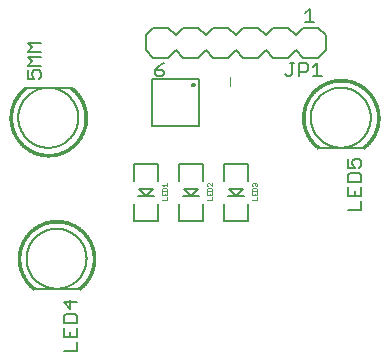
<source format=gto>
G75*
%MOIN*%
%OFA0B0*%
%FSLAX25Y25*%
%IPPOS*%
%LPD*%
%AMOC8*
5,1,8,0,0,1.08239X$1,22.5*
%
%ADD10C,0.00600*%
%ADD11C,0.00500*%
%ADD12C,0.00800*%
%ADD13C,0.00100*%
%ADD14C,0.00400*%
D10*
X0012050Y0033582D02*
X0012053Y0033827D01*
X0012062Y0034073D01*
X0012077Y0034318D01*
X0012098Y0034562D01*
X0012125Y0034806D01*
X0012158Y0035049D01*
X0012197Y0035292D01*
X0012242Y0035533D01*
X0012293Y0035773D01*
X0012350Y0036012D01*
X0012412Y0036249D01*
X0012481Y0036485D01*
X0012555Y0036719D01*
X0012635Y0036951D01*
X0012720Y0037181D01*
X0012811Y0037409D01*
X0012908Y0037634D01*
X0013010Y0037858D01*
X0013118Y0038078D01*
X0013231Y0038296D01*
X0013349Y0038511D01*
X0013473Y0038723D01*
X0013601Y0038932D01*
X0013735Y0039138D01*
X0013874Y0039340D01*
X0014018Y0039539D01*
X0014167Y0039734D01*
X0014320Y0039926D01*
X0014478Y0040114D01*
X0014640Y0040298D01*
X0014808Y0040477D01*
X0014979Y0040653D01*
X0015155Y0040824D01*
X0015334Y0040992D01*
X0015518Y0041154D01*
X0015706Y0041312D01*
X0015898Y0041465D01*
X0016093Y0041614D01*
X0016292Y0041758D01*
X0016494Y0041897D01*
X0016700Y0042031D01*
X0016909Y0042159D01*
X0017121Y0042283D01*
X0017336Y0042401D01*
X0017554Y0042514D01*
X0017774Y0042622D01*
X0017998Y0042724D01*
X0018223Y0042821D01*
X0018451Y0042912D01*
X0018681Y0042997D01*
X0018913Y0043077D01*
X0019147Y0043151D01*
X0019383Y0043220D01*
X0019620Y0043282D01*
X0019859Y0043339D01*
X0020099Y0043390D01*
X0020340Y0043435D01*
X0020583Y0043474D01*
X0020826Y0043507D01*
X0021070Y0043534D01*
X0021314Y0043555D01*
X0021559Y0043570D01*
X0021805Y0043579D01*
X0022050Y0043582D01*
X0022295Y0043579D01*
X0022541Y0043570D01*
X0022786Y0043555D01*
X0023030Y0043534D01*
X0023274Y0043507D01*
X0023517Y0043474D01*
X0023760Y0043435D01*
X0024001Y0043390D01*
X0024241Y0043339D01*
X0024480Y0043282D01*
X0024717Y0043220D01*
X0024953Y0043151D01*
X0025187Y0043077D01*
X0025419Y0042997D01*
X0025649Y0042912D01*
X0025877Y0042821D01*
X0026102Y0042724D01*
X0026326Y0042622D01*
X0026546Y0042514D01*
X0026764Y0042401D01*
X0026979Y0042283D01*
X0027191Y0042159D01*
X0027400Y0042031D01*
X0027606Y0041897D01*
X0027808Y0041758D01*
X0028007Y0041614D01*
X0028202Y0041465D01*
X0028394Y0041312D01*
X0028582Y0041154D01*
X0028766Y0040992D01*
X0028945Y0040824D01*
X0029121Y0040653D01*
X0029292Y0040477D01*
X0029460Y0040298D01*
X0029622Y0040114D01*
X0029780Y0039926D01*
X0029933Y0039734D01*
X0030082Y0039539D01*
X0030226Y0039340D01*
X0030365Y0039138D01*
X0030499Y0038932D01*
X0030627Y0038723D01*
X0030751Y0038511D01*
X0030869Y0038296D01*
X0030982Y0038078D01*
X0031090Y0037858D01*
X0031192Y0037634D01*
X0031289Y0037409D01*
X0031380Y0037181D01*
X0031465Y0036951D01*
X0031545Y0036719D01*
X0031619Y0036485D01*
X0031688Y0036249D01*
X0031750Y0036012D01*
X0031807Y0035773D01*
X0031858Y0035533D01*
X0031903Y0035292D01*
X0031942Y0035049D01*
X0031975Y0034806D01*
X0032002Y0034562D01*
X0032023Y0034318D01*
X0032038Y0034073D01*
X0032047Y0033827D01*
X0032050Y0033582D01*
X0032047Y0033337D01*
X0032038Y0033091D01*
X0032023Y0032846D01*
X0032002Y0032602D01*
X0031975Y0032358D01*
X0031942Y0032115D01*
X0031903Y0031872D01*
X0031858Y0031631D01*
X0031807Y0031391D01*
X0031750Y0031152D01*
X0031688Y0030915D01*
X0031619Y0030679D01*
X0031545Y0030445D01*
X0031465Y0030213D01*
X0031380Y0029983D01*
X0031289Y0029755D01*
X0031192Y0029530D01*
X0031090Y0029306D01*
X0030982Y0029086D01*
X0030869Y0028868D01*
X0030751Y0028653D01*
X0030627Y0028441D01*
X0030499Y0028232D01*
X0030365Y0028026D01*
X0030226Y0027824D01*
X0030082Y0027625D01*
X0029933Y0027430D01*
X0029780Y0027238D01*
X0029622Y0027050D01*
X0029460Y0026866D01*
X0029292Y0026687D01*
X0029121Y0026511D01*
X0028945Y0026340D01*
X0028766Y0026172D01*
X0028582Y0026010D01*
X0028394Y0025852D01*
X0028202Y0025699D01*
X0028007Y0025550D01*
X0027808Y0025406D01*
X0027606Y0025267D01*
X0027400Y0025133D01*
X0027191Y0025005D01*
X0026979Y0024881D01*
X0026764Y0024763D01*
X0026546Y0024650D01*
X0026326Y0024542D01*
X0026102Y0024440D01*
X0025877Y0024343D01*
X0025649Y0024252D01*
X0025419Y0024167D01*
X0025187Y0024087D01*
X0024953Y0024013D01*
X0024717Y0023944D01*
X0024480Y0023882D01*
X0024241Y0023825D01*
X0024001Y0023774D01*
X0023760Y0023729D01*
X0023517Y0023690D01*
X0023274Y0023657D01*
X0023030Y0023630D01*
X0022786Y0023609D01*
X0022541Y0023594D01*
X0022295Y0023585D01*
X0022050Y0023582D01*
X0021805Y0023585D01*
X0021559Y0023594D01*
X0021314Y0023609D01*
X0021070Y0023630D01*
X0020826Y0023657D01*
X0020583Y0023690D01*
X0020340Y0023729D01*
X0020099Y0023774D01*
X0019859Y0023825D01*
X0019620Y0023882D01*
X0019383Y0023944D01*
X0019147Y0024013D01*
X0018913Y0024087D01*
X0018681Y0024167D01*
X0018451Y0024252D01*
X0018223Y0024343D01*
X0017998Y0024440D01*
X0017774Y0024542D01*
X0017554Y0024650D01*
X0017336Y0024763D01*
X0017121Y0024881D01*
X0016909Y0025005D01*
X0016700Y0025133D01*
X0016494Y0025267D01*
X0016292Y0025406D01*
X0016093Y0025550D01*
X0015898Y0025699D01*
X0015706Y0025852D01*
X0015518Y0026010D01*
X0015334Y0026172D01*
X0015155Y0026340D01*
X0014979Y0026511D01*
X0014808Y0026687D01*
X0014640Y0026866D01*
X0014478Y0027050D01*
X0014320Y0027238D01*
X0014167Y0027430D01*
X0014018Y0027625D01*
X0013874Y0027824D01*
X0013735Y0028026D01*
X0013601Y0028232D01*
X0013473Y0028441D01*
X0013349Y0028653D01*
X0013231Y0028868D01*
X0013118Y0029086D01*
X0013010Y0029306D01*
X0012908Y0029530D01*
X0012811Y0029755D01*
X0012720Y0029983D01*
X0012635Y0030213D01*
X0012555Y0030445D01*
X0012481Y0030679D01*
X0012412Y0030915D01*
X0012350Y0031152D01*
X0012293Y0031391D01*
X0012242Y0031631D01*
X0012197Y0031872D01*
X0012158Y0032115D01*
X0012125Y0032358D01*
X0012098Y0032602D01*
X0012077Y0032846D01*
X0012062Y0033091D01*
X0012053Y0033337D01*
X0012050Y0033582D01*
X0009300Y0080582D02*
X0009303Y0080827D01*
X0009312Y0081073D01*
X0009327Y0081318D01*
X0009348Y0081562D01*
X0009375Y0081806D01*
X0009408Y0082049D01*
X0009447Y0082292D01*
X0009492Y0082533D01*
X0009543Y0082773D01*
X0009600Y0083012D01*
X0009662Y0083249D01*
X0009731Y0083485D01*
X0009805Y0083719D01*
X0009885Y0083951D01*
X0009970Y0084181D01*
X0010061Y0084409D01*
X0010158Y0084634D01*
X0010260Y0084858D01*
X0010368Y0085078D01*
X0010481Y0085296D01*
X0010599Y0085511D01*
X0010723Y0085723D01*
X0010851Y0085932D01*
X0010985Y0086138D01*
X0011124Y0086340D01*
X0011268Y0086539D01*
X0011417Y0086734D01*
X0011570Y0086926D01*
X0011728Y0087114D01*
X0011890Y0087298D01*
X0012058Y0087477D01*
X0012229Y0087653D01*
X0012405Y0087824D01*
X0012584Y0087992D01*
X0012768Y0088154D01*
X0012956Y0088312D01*
X0013148Y0088465D01*
X0013343Y0088614D01*
X0013542Y0088758D01*
X0013744Y0088897D01*
X0013950Y0089031D01*
X0014159Y0089159D01*
X0014371Y0089283D01*
X0014586Y0089401D01*
X0014804Y0089514D01*
X0015024Y0089622D01*
X0015248Y0089724D01*
X0015473Y0089821D01*
X0015701Y0089912D01*
X0015931Y0089997D01*
X0016163Y0090077D01*
X0016397Y0090151D01*
X0016633Y0090220D01*
X0016870Y0090282D01*
X0017109Y0090339D01*
X0017349Y0090390D01*
X0017590Y0090435D01*
X0017833Y0090474D01*
X0018076Y0090507D01*
X0018320Y0090534D01*
X0018564Y0090555D01*
X0018809Y0090570D01*
X0019055Y0090579D01*
X0019300Y0090582D01*
X0019545Y0090579D01*
X0019791Y0090570D01*
X0020036Y0090555D01*
X0020280Y0090534D01*
X0020524Y0090507D01*
X0020767Y0090474D01*
X0021010Y0090435D01*
X0021251Y0090390D01*
X0021491Y0090339D01*
X0021730Y0090282D01*
X0021967Y0090220D01*
X0022203Y0090151D01*
X0022437Y0090077D01*
X0022669Y0089997D01*
X0022899Y0089912D01*
X0023127Y0089821D01*
X0023352Y0089724D01*
X0023576Y0089622D01*
X0023796Y0089514D01*
X0024014Y0089401D01*
X0024229Y0089283D01*
X0024441Y0089159D01*
X0024650Y0089031D01*
X0024856Y0088897D01*
X0025058Y0088758D01*
X0025257Y0088614D01*
X0025452Y0088465D01*
X0025644Y0088312D01*
X0025832Y0088154D01*
X0026016Y0087992D01*
X0026195Y0087824D01*
X0026371Y0087653D01*
X0026542Y0087477D01*
X0026710Y0087298D01*
X0026872Y0087114D01*
X0027030Y0086926D01*
X0027183Y0086734D01*
X0027332Y0086539D01*
X0027476Y0086340D01*
X0027615Y0086138D01*
X0027749Y0085932D01*
X0027877Y0085723D01*
X0028001Y0085511D01*
X0028119Y0085296D01*
X0028232Y0085078D01*
X0028340Y0084858D01*
X0028442Y0084634D01*
X0028539Y0084409D01*
X0028630Y0084181D01*
X0028715Y0083951D01*
X0028795Y0083719D01*
X0028869Y0083485D01*
X0028938Y0083249D01*
X0029000Y0083012D01*
X0029057Y0082773D01*
X0029108Y0082533D01*
X0029153Y0082292D01*
X0029192Y0082049D01*
X0029225Y0081806D01*
X0029252Y0081562D01*
X0029273Y0081318D01*
X0029288Y0081073D01*
X0029297Y0080827D01*
X0029300Y0080582D01*
X0029297Y0080337D01*
X0029288Y0080091D01*
X0029273Y0079846D01*
X0029252Y0079602D01*
X0029225Y0079358D01*
X0029192Y0079115D01*
X0029153Y0078872D01*
X0029108Y0078631D01*
X0029057Y0078391D01*
X0029000Y0078152D01*
X0028938Y0077915D01*
X0028869Y0077679D01*
X0028795Y0077445D01*
X0028715Y0077213D01*
X0028630Y0076983D01*
X0028539Y0076755D01*
X0028442Y0076530D01*
X0028340Y0076306D01*
X0028232Y0076086D01*
X0028119Y0075868D01*
X0028001Y0075653D01*
X0027877Y0075441D01*
X0027749Y0075232D01*
X0027615Y0075026D01*
X0027476Y0074824D01*
X0027332Y0074625D01*
X0027183Y0074430D01*
X0027030Y0074238D01*
X0026872Y0074050D01*
X0026710Y0073866D01*
X0026542Y0073687D01*
X0026371Y0073511D01*
X0026195Y0073340D01*
X0026016Y0073172D01*
X0025832Y0073010D01*
X0025644Y0072852D01*
X0025452Y0072699D01*
X0025257Y0072550D01*
X0025058Y0072406D01*
X0024856Y0072267D01*
X0024650Y0072133D01*
X0024441Y0072005D01*
X0024229Y0071881D01*
X0024014Y0071763D01*
X0023796Y0071650D01*
X0023576Y0071542D01*
X0023352Y0071440D01*
X0023127Y0071343D01*
X0022899Y0071252D01*
X0022669Y0071167D01*
X0022437Y0071087D01*
X0022203Y0071013D01*
X0021967Y0070944D01*
X0021730Y0070882D01*
X0021491Y0070825D01*
X0021251Y0070774D01*
X0021010Y0070729D01*
X0020767Y0070690D01*
X0020524Y0070657D01*
X0020280Y0070630D01*
X0020036Y0070609D01*
X0019791Y0070594D01*
X0019545Y0070585D01*
X0019300Y0070582D01*
X0019055Y0070585D01*
X0018809Y0070594D01*
X0018564Y0070609D01*
X0018320Y0070630D01*
X0018076Y0070657D01*
X0017833Y0070690D01*
X0017590Y0070729D01*
X0017349Y0070774D01*
X0017109Y0070825D01*
X0016870Y0070882D01*
X0016633Y0070944D01*
X0016397Y0071013D01*
X0016163Y0071087D01*
X0015931Y0071167D01*
X0015701Y0071252D01*
X0015473Y0071343D01*
X0015248Y0071440D01*
X0015024Y0071542D01*
X0014804Y0071650D01*
X0014586Y0071763D01*
X0014371Y0071881D01*
X0014159Y0072005D01*
X0013950Y0072133D01*
X0013744Y0072267D01*
X0013542Y0072406D01*
X0013343Y0072550D01*
X0013148Y0072699D01*
X0012956Y0072852D01*
X0012768Y0073010D01*
X0012584Y0073172D01*
X0012405Y0073340D01*
X0012229Y0073511D01*
X0012058Y0073687D01*
X0011890Y0073866D01*
X0011728Y0074050D01*
X0011570Y0074238D01*
X0011417Y0074430D01*
X0011268Y0074625D01*
X0011124Y0074824D01*
X0010985Y0075026D01*
X0010851Y0075232D01*
X0010723Y0075441D01*
X0010599Y0075653D01*
X0010481Y0075868D01*
X0010368Y0076086D01*
X0010260Y0076306D01*
X0010158Y0076530D01*
X0010061Y0076755D01*
X0009970Y0076983D01*
X0009885Y0077213D01*
X0009805Y0077445D01*
X0009731Y0077679D01*
X0009662Y0077915D01*
X0009600Y0078152D01*
X0009543Y0078391D01*
X0009492Y0078631D01*
X0009447Y0078872D01*
X0009408Y0079115D01*
X0009375Y0079358D01*
X0009348Y0079602D01*
X0009327Y0079846D01*
X0009312Y0080091D01*
X0009303Y0080337D01*
X0009300Y0080582D01*
X0051800Y0103082D02*
X0051800Y0108082D01*
X0054300Y0110582D01*
X0059300Y0110582D01*
X0061800Y0108082D01*
X0064300Y0110582D01*
X0069300Y0110582D01*
X0071800Y0108082D01*
X0074300Y0110582D01*
X0079300Y0110582D01*
X0081800Y0108082D01*
X0084300Y0110582D01*
X0089300Y0110582D01*
X0091800Y0108082D01*
X0094300Y0110582D01*
X0099300Y0110582D01*
X0101800Y0108082D01*
X0104300Y0110582D01*
X0109300Y0110582D01*
X0111800Y0108082D01*
X0111800Y0103082D01*
X0109300Y0100582D01*
X0104300Y0100582D01*
X0101800Y0103082D01*
X0099300Y0100582D01*
X0094300Y0100582D01*
X0091800Y0103082D01*
X0089300Y0100582D01*
X0084300Y0100582D01*
X0081800Y0103082D01*
X0079300Y0100582D01*
X0074300Y0100582D01*
X0071800Y0103082D01*
X0069300Y0100582D01*
X0064300Y0100582D01*
X0061800Y0103082D01*
X0059300Y0100582D01*
X0054300Y0100582D01*
X0051800Y0103082D01*
X0106800Y0080582D02*
X0106803Y0080827D01*
X0106812Y0081073D01*
X0106827Y0081318D01*
X0106848Y0081562D01*
X0106875Y0081806D01*
X0106908Y0082049D01*
X0106947Y0082292D01*
X0106992Y0082533D01*
X0107043Y0082773D01*
X0107100Y0083012D01*
X0107162Y0083249D01*
X0107231Y0083485D01*
X0107305Y0083719D01*
X0107385Y0083951D01*
X0107470Y0084181D01*
X0107561Y0084409D01*
X0107658Y0084634D01*
X0107760Y0084858D01*
X0107868Y0085078D01*
X0107981Y0085296D01*
X0108099Y0085511D01*
X0108223Y0085723D01*
X0108351Y0085932D01*
X0108485Y0086138D01*
X0108624Y0086340D01*
X0108768Y0086539D01*
X0108917Y0086734D01*
X0109070Y0086926D01*
X0109228Y0087114D01*
X0109390Y0087298D01*
X0109558Y0087477D01*
X0109729Y0087653D01*
X0109905Y0087824D01*
X0110084Y0087992D01*
X0110268Y0088154D01*
X0110456Y0088312D01*
X0110648Y0088465D01*
X0110843Y0088614D01*
X0111042Y0088758D01*
X0111244Y0088897D01*
X0111450Y0089031D01*
X0111659Y0089159D01*
X0111871Y0089283D01*
X0112086Y0089401D01*
X0112304Y0089514D01*
X0112524Y0089622D01*
X0112748Y0089724D01*
X0112973Y0089821D01*
X0113201Y0089912D01*
X0113431Y0089997D01*
X0113663Y0090077D01*
X0113897Y0090151D01*
X0114133Y0090220D01*
X0114370Y0090282D01*
X0114609Y0090339D01*
X0114849Y0090390D01*
X0115090Y0090435D01*
X0115333Y0090474D01*
X0115576Y0090507D01*
X0115820Y0090534D01*
X0116064Y0090555D01*
X0116309Y0090570D01*
X0116555Y0090579D01*
X0116800Y0090582D01*
X0117045Y0090579D01*
X0117291Y0090570D01*
X0117536Y0090555D01*
X0117780Y0090534D01*
X0118024Y0090507D01*
X0118267Y0090474D01*
X0118510Y0090435D01*
X0118751Y0090390D01*
X0118991Y0090339D01*
X0119230Y0090282D01*
X0119467Y0090220D01*
X0119703Y0090151D01*
X0119937Y0090077D01*
X0120169Y0089997D01*
X0120399Y0089912D01*
X0120627Y0089821D01*
X0120852Y0089724D01*
X0121076Y0089622D01*
X0121296Y0089514D01*
X0121514Y0089401D01*
X0121729Y0089283D01*
X0121941Y0089159D01*
X0122150Y0089031D01*
X0122356Y0088897D01*
X0122558Y0088758D01*
X0122757Y0088614D01*
X0122952Y0088465D01*
X0123144Y0088312D01*
X0123332Y0088154D01*
X0123516Y0087992D01*
X0123695Y0087824D01*
X0123871Y0087653D01*
X0124042Y0087477D01*
X0124210Y0087298D01*
X0124372Y0087114D01*
X0124530Y0086926D01*
X0124683Y0086734D01*
X0124832Y0086539D01*
X0124976Y0086340D01*
X0125115Y0086138D01*
X0125249Y0085932D01*
X0125377Y0085723D01*
X0125501Y0085511D01*
X0125619Y0085296D01*
X0125732Y0085078D01*
X0125840Y0084858D01*
X0125942Y0084634D01*
X0126039Y0084409D01*
X0126130Y0084181D01*
X0126215Y0083951D01*
X0126295Y0083719D01*
X0126369Y0083485D01*
X0126438Y0083249D01*
X0126500Y0083012D01*
X0126557Y0082773D01*
X0126608Y0082533D01*
X0126653Y0082292D01*
X0126692Y0082049D01*
X0126725Y0081806D01*
X0126752Y0081562D01*
X0126773Y0081318D01*
X0126788Y0081073D01*
X0126797Y0080827D01*
X0126800Y0080582D01*
X0126797Y0080337D01*
X0126788Y0080091D01*
X0126773Y0079846D01*
X0126752Y0079602D01*
X0126725Y0079358D01*
X0126692Y0079115D01*
X0126653Y0078872D01*
X0126608Y0078631D01*
X0126557Y0078391D01*
X0126500Y0078152D01*
X0126438Y0077915D01*
X0126369Y0077679D01*
X0126295Y0077445D01*
X0126215Y0077213D01*
X0126130Y0076983D01*
X0126039Y0076755D01*
X0125942Y0076530D01*
X0125840Y0076306D01*
X0125732Y0076086D01*
X0125619Y0075868D01*
X0125501Y0075653D01*
X0125377Y0075441D01*
X0125249Y0075232D01*
X0125115Y0075026D01*
X0124976Y0074824D01*
X0124832Y0074625D01*
X0124683Y0074430D01*
X0124530Y0074238D01*
X0124372Y0074050D01*
X0124210Y0073866D01*
X0124042Y0073687D01*
X0123871Y0073511D01*
X0123695Y0073340D01*
X0123516Y0073172D01*
X0123332Y0073010D01*
X0123144Y0072852D01*
X0122952Y0072699D01*
X0122757Y0072550D01*
X0122558Y0072406D01*
X0122356Y0072267D01*
X0122150Y0072133D01*
X0121941Y0072005D01*
X0121729Y0071881D01*
X0121514Y0071763D01*
X0121296Y0071650D01*
X0121076Y0071542D01*
X0120852Y0071440D01*
X0120627Y0071343D01*
X0120399Y0071252D01*
X0120169Y0071167D01*
X0119937Y0071087D01*
X0119703Y0071013D01*
X0119467Y0070944D01*
X0119230Y0070882D01*
X0118991Y0070825D01*
X0118751Y0070774D01*
X0118510Y0070729D01*
X0118267Y0070690D01*
X0118024Y0070657D01*
X0117780Y0070630D01*
X0117536Y0070609D01*
X0117291Y0070594D01*
X0117045Y0070585D01*
X0116800Y0070582D01*
X0116555Y0070585D01*
X0116309Y0070594D01*
X0116064Y0070609D01*
X0115820Y0070630D01*
X0115576Y0070657D01*
X0115333Y0070690D01*
X0115090Y0070729D01*
X0114849Y0070774D01*
X0114609Y0070825D01*
X0114370Y0070882D01*
X0114133Y0070944D01*
X0113897Y0071013D01*
X0113663Y0071087D01*
X0113431Y0071167D01*
X0113201Y0071252D01*
X0112973Y0071343D01*
X0112748Y0071440D01*
X0112524Y0071542D01*
X0112304Y0071650D01*
X0112086Y0071763D01*
X0111871Y0071881D01*
X0111659Y0072005D01*
X0111450Y0072133D01*
X0111244Y0072267D01*
X0111042Y0072406D01*
X0110843Y0072550D01*
X0110648Y0072699D01*
X0110456Y0072852D01*
X0110268Y0073010D01*
X0110084Y0073172D01*
X0109905Y0073340D01*
X0109729Y0073511D01*
X0109558Y0073687D01*
X0109390Y0073866D01*
X0109228Y0074050D01*
X0109070Y0074238D01*
X0108917Y0074430D01*
X0108768Y0074625D01*
X0108624Y0074824D01*
X0108485Y0075026D01*
X0108351Y0075232D01*
X0108223Y0075441D01*
X0108099Y0075653D01*
X0107981Y0075868D01*
X0107868Y0076086D01*
X0107760Y0076306D01*
X0107658Y0076530D01*
X0107561Y0076755D01*
X0107470Y0076983D01*
X0107385Y0077213D01*
X0107305Y0077445D01*
X0107231Y0077679D01*
X0107162Y0077915D01*
X0107100Y0078152D01*
X0107043Y0078391D01*
X0106992Y0078631D01*
X0106947Y0078872D01*
X0106908Y0079115D01*
X0106875Y0079358D01*
X0106848Y0079602D01*
X0106827Y0079846D01*
X0106812Y0080091D01*
X0106803Y0080337D01*
X0106800Y0080582D01*
D11*
X0028900Y0002917D02*
X0024396Y0002917D01*
X0028900Y0002917D02*
X0028900Y0005919D01*
X0028900Y0007521D02*
X0028900Y0010523D01*
X0028900Y0012125D02*
X0028900Y0014376D01*
X0028149Y0015127D01*
X0025147Y0015127D01*
X0024396Y0014376D01*
X0024396Y0012125D01*
X0028900Y0012125D01*
X0026648Y0009022D02*
X0026648Y0007521D01*
X0024396Y0007521D02*
X0028900Y0007521D01*
X0024396Y0007521D02*
X0024396Y0010523D01*
X0026648Y0016728D02*
X0026648Y0019731D01*
X0024396Y0018980D02*
X0026648Y0016728D01*
X0028900Y0018980D02*
X0024396Y0018980D01*
X0053926Y0077708D02*
X0069674Y0077708D01*
X0069674Y0093456D01*
X0053926Y0093456D01*
X0053926Y0077708D01*
X0067312Y0091488D02*
X0067314Y0091527D01*
X0067320Y0091566D01*
X0067330Y0091604D01*
X0067343Y0091641D01*
X0067360Y0091676D01*
X0067380Y0091710D01*
X0067404Y0091741D01*
X0067431Y0091770D01*
X0067460Y0091796D01*
X0067492Y0091819D01*
X0067526Y0091839D01*
X0067562Y0091855D01*
X0067599Y0091867D01*
X0067638Y0091876D01*
X0067677Y0091881D01*
X0067716Y0091882D01*
X0067755Y0091879D01*
X0067794Y0091872D01*
X0067831Y0091861D01*
X0067868Y0091847D01*
X0067903Y0091829D01*
X0067936Y0091808D01*
X0067967Y0091783D01*
X0067995Y0091756D01*
X0068020Y0091726D01*
X0068042Y0091693D01*
X0068061Y0091659D01*
X0068076Y0091623D01*
X0068088Y0091585D01*
X0068096Y0091547D01*
X0068100Y0091508D01*
X0068100Y0091468D01*
X0068096Y0091429D01*
X0068088Y0091391D01*
X0068076Y0091353D01*
X0068061Y0091317D01*
X0068042Y0091283D01*
X0068020Y0091250D01*
X0067995Y0091220D01*
X0067967Y0091193D01*
X0067936Y0091168D01*
X0067903Y0091147D01*
X0067868Y0091129D01*
X0067831Y0091115D01*
X0067794Y0091104D01*
X0067755Y0091097D01*
X0067716Y0091094D01*
X0067677Y0091095D01*
X0067638Y0091100D01*
X0067599Y0091109D01*
X0067562Y0091121D01*
X0067526Y0091137D01*
X0067492Y0091157D01*
X0067460Y0091180D01*
X0067431Y0091206D01*
X0067404Y0091235D01*
X0067380Y0091266D01*
X0067360Y0091300D01*
X0067343Y0091335D01*
X0067330Y0091372D01*
X0067320Y0091410D01*
X0067314Y0091449D01*
X0067312Y0091488D01*
X0057949Y0095083D02*
X0057949Y0095834D01*
X0057198Y0096584D01*
X0054946Y0096584D01*
X0054946Y0095083D01*
X0055697Y0094332D01*
X0057198Y0094332D01*
X0057949Y0095083D01*
X0056447Y0098086D02*
X0054946Y0096584D01*
X0056447Y0098086D02*
X0057949Y0098836D01*
X0098238Y0095083D02*
X0098989Y0094332D01*
X0099739Y0094332D01*
X0100490Y0095083D01*
X0100490Y0098836D01*
X0099739Y0098836D02*
X0101241Y0098836D01*
X0102842Y0098836D02*
X0105094Y0098836D01*
X0105845Y0098086D01*
X0105845Y0096584D01*
X0105094Y0095834D01*
X0102842Y0095834D01*
X0102842Y0094332D02*
X0102842Y0098836D01*
X0107446Y0097335D02*
X0108947Y0098836D01*
X0108947Y0094332D01*
X0107446Y0094332D02*
X0110449Y0094332D01*
X0107949Y0112332D02*
X0104946Y0112332D01*
X0106447Y0112332D02*
X0106447Y0116836D01*
X0104946Y0115335D01*
X0119146Y0066731D02*
X0119146Y0063728D01*
X0121398Y0063728D01*
X0120647Y0065230D01*
X0120647Y0065980D01*
X0121398Y0066731D01*
X0122899Y0066731D01*
X0123650Y0065980D01*
X0123650Y0064479D01*
X0122899Y0063728D01*
X0122899Y0062127D02*
X0119897Y0062127D01*
X0119146Y0061376D01*
X0119146Y0059125D01*
X0123650Y0059125D01*
X0123650Y0061376D01*
X0122899Y0062127D01*
X0123650Y0057523D02*
X0123650Y0054521D01*
X0119146Y0054521D01*
X0119146Y0057523D01*
X0121398Y0056022D02*
X0121398Y0054521D01*
X0123650Y0052919D02*
X0123650Y0049917D01*
X0119146Y0049917D01*
X0016950Y0094083D02*
X0016199Y0093332D01*
X0016950Y0094083D02*
X0016950Y0095584D01*
X0016199Y0096335D01*
X0014698Y0096335D01*
X0013947Y0095584D01*
X0013947Y0094834D01*
X0014698Y0093332D01*
X0012446Y0093332D01*
X0012446Y0096335D01*
X0012446Y0097936D02*
X0013947Y0099438D01*
X0012446Y0100939D01*
X0016950Y0100939D01*
X0016950Y0102540D02*
X0012446Y0102540D01*
X0013947Y0104042D01*
X0012446Y0105543D01*
X0016950Y0105543D01*
X0016950Y0097936D02*
X0012446Y0097936D01*
D12*
X0011800Y0090582D02*
X0026800Y0090582D01*
X0047863Y0065031D02*
X0047863Y0059519D01*
X0049438Y0056763D02*
X0051800Y0054401D01*
X0054162Y0056763D01*
X0049438Y0056763D01*
X0049044Y0054401D02*
X0051800Y0054401D01*
X0054556Y0054401D01*
X0055737Y0051645D02*
X0055737Y0046134D01*
X0047863Y0046134D01*
X0047863Y0051645D01*
X0055737Y0059519D02*
X0055737Y0065031D01*
X0047863Y0065031D01*
X0062863Y0065031D02*
X0062863Y0059519D01*
X0064438Y0056763D02*
X0066800Y0054401D01*
X0069162Y0056763D01*
X0064438Y0056763D01*
X0064044Y0054401D02*
X0066800Y0054401D01*
X0069556Y0054401D01*
X0070737Y0051645D02*
X0070737Y0046134D01*
X0062863Y0046134D01*
X0062863Y0051645D01*
X0070737Y0059519D02*
X0070737Y0065031D01*
X0062863Y0065031D01*
X0077863Y0065031D02*
X0077863Y0059519D01*
X0079438Y0056763D02*
X0081800Y0054401D01*
X0084162Y0056763D01*
X0079438Y0056763D01*
X0079044Y0054401D02*
X0081800Y0054401D01*
X0084556Y0054401D01*
X0085737Y0051645D02*
X0085737Y0046134D01*
X0077863Y0046134D01*
X0077863Y0051645D01*
X0085737Y0059519D02*
X0085737Y0065031D01*
X0077863Y0065031D01*
X0109300Y0070582D02*
X0124300Y0070582D01*
X0029550Y0023582D02*
X0014550Y0023582D01*
D13*
X0029859Y0023253D02*
X0029319Y0023973D01*
X0029320Y0023972D02*
X0029553Y0024153D01*
X0029781Y0024339D01*
X0030005Y0024531D01*
X0030224Y0024728D01*
X0030438Y0024930D01*
X0030647Y0025138D01*
X0030850Y0025351D01*
X0031049Y0025568D01*
X0031242Y0025791D01*
X0031430Y0026018D01*
X0031612Y0026249D01*
X0031789Y0026485D01*
X0031959Y0026726D01*
X0032124Y0026970D01*
X0032282Y0027218D01*
X0032435Y0027470D01*
X0032581Y0027726D01*
X0032721Y0027985D01*
X0032855Y0028248D01*
X0032982Y0028513D01*
X0033103Y0028782D01*
X0033217Y0029054D01*
X0033324Y0029328D01*
X0033425Y0029605D01*
X0033519Y0029884D01*
X0033606Y0030166D01*
X0033686Y0030449D01*
X0033759Y0030735D01*
X0033825Y0031022D01*
X0033884Y0031311D01*
X0033936Y0031601D01*
X0033981Y0031892D01*
X0034019Y0032184D01*
X0034049Y0032477D01*
X0034073Y0032771D01*
X0034089Y0033065D01*
X0034098Y0033359D01*
X0034100Y0033654D01*
X0034094Y0033949D01*
X0034082Y0034243D01*
X0034062Y0034537D01*
X0034035Y0034830D01*
X0034001Y0035123D01*
X0033960Y0035415D01*
X0033911Y0035705D01*
X0033856Y0035995D01*
X0033794Y0036282D01*
X0033724Y0036569D01*
X0033647Y0036853D01*
X0033564Y0037136D01*
X0033474Y0037416D01*
X0033377Y0037694D01*
X0033273Y0037970D01*
X0033162Y0038243D01*
X0033045Y0038513D01*
X0032921Y0038781D01*
X0032791Y0039045D01*
X0032654Y0039306D01*
X0032511Y0039563D01*
X0032361Y0039817D01*
X0032206Y0040068D01*
X0032044Y0040314D01*
X0031877Y0040556D01*
X0031703Y0040794D01*
X0031524Y0041028D01*
X0031339Y0041258D01*
X0031149Y0041482D01*
X0030953Y0041703D01*
X0030752Y0041918D01*
X0030545Y0042128D01*
X0030334Y0042333D01*
X0030117Y0042533D01*
X0029896Y0042728D01*
X0029670Y0042917D01*
X0029440Y0043100D01*
X0029205Y0043278D01*
X0028965Y0043450D01*
X0028722Y0043616D01*
X0028475Y0043776D01*
X0028224Y0043930D01*
X0027969Y0044078D01*
X0027710Y0044220D01*
X0027449Y0044355D01*
X0027184Y0044484D01*
X0026916Y0044606D01*
X0026645Y0044722D01*
X0026371Y0044831D01*
X0026095Y0044933D01*
X0025816Y0045028D01*
X0025535Y0045117D01*
X0025252Y0045199D01*
X0024967Y0045274D01*
X0024680Y0045341D01*
X0024392Y0045402D01*
X0024102Y0045456D01*
X0023811Y0045503D01*
X0023519Y0045542D01*
X0023227Y0045574D01*
X0022933Y0045600D01*
X0022639Y0045618D01*
X0022345Y0045628D01*
X0022050Y0045632D01*
X0021755Y0045628D01*
X0021461Y0045618D01*
X0021167Y0045600D01*
X0020873Y0045574D01*
X0020581Y0045542D01*
X0020289Y0045503D01*
X0019998Y0045456D01*
X0019708Y0045402D01*
X0019420Y0045341D01*
X0019133Y0045274D01*
X0018848Y0045199D01*
X0018565Y0045117D01*
X0018284Y0045028D01*
X0018005Y0044933D01*
X0017729Y0044831D01*
X0017455Y0044722D01*
X0017184Y0044606D01*
X0016916Y0044484D01*
X0016651Y0044355D01*
X0016390Y0044220D01*
X0016131Y0044078D01*
X0015876Y0043930D01*
X0015625Y0043776D01*
X0015378Y0043616D01*
X0015135Y0043450D01*
X0014895Y0043278D01*
X0014660Y0043100D01*
X0014430Y0042917D01*
X0014204Y0042728D01*
X0013983Y0042533D01*
X0013766Y0042333D01*
X0013555Y0042128D01*
X0013348Y0041918D01*
X0013147Y0041703D01*
X0012951Y0041482D01*
X0012761Y0041258D01*
X0012576Y0041028D01*
X0012397Y0040794D01*
X0012223Y0040556D01*
X0012056Y0040314D01*
X0011894Y0040068D01*
X0011739Y0039817D01*
X0011589Y0039563D01*
X0011446Y0039306D01*
X0011309Y0039045D01*
X0011179Y0038781D01*
X0011055Y0038513D01*
X0010938Y0038243D01*
X0010827Y0037970D01*
X0010723Y0037694D01*
X0010626Y0037416D01*
X0010536Y0037136D01*
X0010453Y0036853D01*
X0010376Y0036569D01*
X0010306Y0036282D01*
X0010244Y0035995D01*
X0010189Y0035705D01*
X0010140Y0035415D01*
X0010099Y0035123D01*
X0010065Y0034830D01*
X0010038Y0034537D01*
X0010018Y0034243D01*
X0010006Y0033949D01*
X0010000Y0033654D01*
X0010002Y0033359D01*
X0010011Y0033065D01*
X0010027Y0032771D01*
X0010051Y0032477D01*
X0010081Y0032184D01*
X0010119Y0031892D01*
X0010164Y0031601D01*
X0010216Y0031311D01*
X0010275Y0031022D01*
X0010341Y0030735D01*
X0010414Y0030449D01*
X0010494Y0030166D01*
X0010581Y0029884D01*
X0010675Y0029605D01*
X0010776Y0029328D01*
X0010883Y0029054D01*
X0010997Y0028782D01*
X0011118Y0028513D01*
X0011245Y0028248D01*
X0011379Y0027985D01*
X0011519Y0027726D01*
X0011665Y0027470D01*
X0011818Y0027218D01*
X0011976Y0026970D01*
X0012141Y0026726D01*
X0012311Y0026485D01*
X0012488Y0026249D01*
X0012670Y0026018D01*
X0012858Y0025791D01*
X0013051Y0025568D01*
X0013250Y0025351D01*
X0013453Y0025138D01*
X0013662Y0024930D01*
X0013876Y0024728D01*
X0014095Y0024531D01*
X0014319Y0024339D01*
X0014547Y0024153D01*
X0014780Y0023972D01*
X0014241Y0023253D01*
X0014240Y0023252D01*
X0013990Y0023446D01*
X0013744Y0023646D01*
X0013504Y0023852D01*
X0013269Y0024064D01*
X0013039Y0024282D01*
X0012814Y0024505D01*
X0012595Y0024733D01*
X0012381Y0024967D01*
X0012173Y0025206D01*
X0011971Y0025450D01*
X0011776Y0025699D01*
X0011586Y0025953D01*
X0011403Y0026211D01*
X0011226Y0026473D01*
X0011055Y0026740D01*
X0010891Y0027011D01*
X0010734Y0027286D01*
X0010583Y0027564D01*
X0010439Y0027847D01*
X0010303Y0028132D01*
X0010173Y0028421D01*
X0010050Y0028713D01*
X0009935Y0029008D01*
X0009827Y0029305D01*
X0009726Y0029606D01*
X0009632Y0029908D01*
X0009546Y0030213D01*
X0009467Y0030520D01*
X0009396Y0030828D01*
X0009333Y0031138D01*
X0009277Y0031450D01*
X0009228Y0031763D01*
X0009188Y0032077D01*
X0009155Y0032392D01*
X0009130Y0032708D01*
X0009112Y0033024D01*
X0009102Y0033340D01*
X0009100Y0033657D01*
X0009106Y0033974D01*
X0009119Y0034290D01*
X0009141Y0034606D01*
X0009169Y0034921D01*
X0009206Y0035236D01*
X0009250Y0035549D01*
X0009302Y0035862D01*
X0009362Y0036173D01*
X0009429Y0036482D01*
X0009504Y0036790D01*
X0009586Y0037096D01*
X0009675Y0037399D01*
X0009772Y0037701D01*
X0009877Y0038000D01*
X0009989Y0038296D01*
X0010107Y0038590D01*
X0010233Y0038880D01*
X0010366Y0039167D01*
X0010507Y0039452D01*
X0010654Y0039732D01*
X0010807Y0040009D01*
X0010968Y0040282D01*
X0011135Y0040551D01*
X0011309Y0040816D01*
X0011489Y0041076D01*
X0011675Y0041332D01*
X0011868Y0041583D01*
X0012066Y0041830D01*
X0012271Y0042072D01*
X0012481Y0042308D01*
X0012698Y0042540D01*
X0012920Y0042765D01*
X0013147Y0042986D01*
X0013379Y0043201D01*
X0013617Y0043410D01*
X0013860Y0043613D01*
X0014108Y0043811D01*
X0014360Y0044002D01*
X0014617Y0044187D01*
X0014879Y0044365D01*
X0015145Y0044537D01*
X0015414Y0044703D01*
X0015688Y0044862D01*
X0015966Y0045014D01*
X0016247Y0045159D01*
X0016532Y0045298D01*
X0016820Y0045429D01*
X0017112Y0045553D01*
X0017406Y0045671D01*
X0017703Y0045781D01*
X0018002Y0045883D01*
X0018304Y0045978D01*
X0018608Y0046066D01*
X0018915Y0046147D01*
X0019223Y0046220D01*
X0019533Y0046285D01*
X0019844Y0046343D01*
X0020157Y0046393D01*
X0020471Y0046435D01*
X0020785Y0046470D01*
X0021101Y0046497D01*
X0021417Y0046517D01*
X0021733Y0046528D01*
X0022050Y0046532D01*
X0022367Y0046528D01*
X0022683Y0046517D01*
X0022999Y0046497D01*
X0023315Y0046470D01*
X0023629Y0046435D01*
X0023943Y0046393D01*
X0024256Y0046343D01*
X0024567Y0046285D01*
X0024877Y0046220D01*
X0025185Y0046147D01*
X0025492Y0046066D01*
X0025796Y0045978D01*
X0026098Y0045883D01*
X0026397Y0045781D01*
X0026694Y0045671D01*
X0026988Y0045553D01*
X0027280Y0045429D01*
X0027568Y0045298D01*
X0027853Y0045159D01*
X0028134Y0045014D01*
X0028412Y0044862D01*
X0028686Y0044703D01*
X0028955Y0044537D01*
X0029221Y0044365D01*
X0029483Y0044187D01*
X0029740Y0044002D01*
X0029992Y0043811D01*
X0030240Y0043613D01*
X0030483Y0043410D01*
X0030721Y0043201D01*
X0030953Y0042986D01*
X0031180Y0042765D01*
X0031402Y0042540D01*
X0031619Y0042308D01*
X0031829Y0042072D01*
X0032034Y0041830D01*
X0032232Y0041583D01*
X0032425Y0041332D01*
X0032611Y0041076D01*
X0032791Y0040816D01*
X0032965Y0040551D01*
X0033132Y0040282D01*
X0033293Y0040009D01*
X0033446Y0039732D01*
X0033593Y0039452D01*
X0033734Y0039167D01*
X0033867Y0038880D01*
X0033993Y0038590D01*
X0034111Y0038296D01*
X0034223Y0038000D01*
X0034328Y0037701D01*
X0034425Y0037399D01*
X0034514Y0037096D01*
X0034596Y0036790D01*
X0034671Y0036482D01*
X0034738Y0036173D01*
X0034798Y0035862D01*
X0034850Y0035549D01*
X0034894Y0035236D01*
X0034931Y0034921D01*
X0034959Y0034606D01*
X0034981Y0034290D01*
X0034994Y0033974D01*
X0035000Y0033657D01*
X0034998Y0033340D01*
X0034988Y0033024D01*
X0034970Y0032708D01*
X0034945Y0032392D01*
X0034912Y0032077D01*
X0034872Y0031763D01*
X0034823Y0031450D01*
X0034767Y0031138D01*
X0034704Y0030828D01*
X0034633Y0030520D01*
X0034554Y0030213D01*
X0034468Y0029908D01*
X0034374Y0029606D01*
X0034273Y0029305D01*
X0034165Y0029008D01*
X0034050Y0028713D01*
X0033927Y0028421D01*
X0033797Y0028132D01*
X0033661Y0027847D01*
X0033517Y0027564D01*
X0033366Y0027286D01*
X0033209Y0027011D01*
X0033045Y0026740D01*
X0032874Y0026473D01*
X0032697Y0026211D01*
X0032514Y0025953D01*
X0032324Y0025699D01*
X0032129Y0025450D01*
X0031927Y0025206D01*
X0031719Y0024967D01*
X0031505Y0024733D01*
X0031286Y0024505D01*
X0031061Y0024282D01*
X0030831Y0024064D01*
X0030596Y0023852D01*
X0030356Y0023646D01*
X0030110Y0023446D01*
X0029860Y0023252D01*
X0029804Y0023327D01*
X0030052Y0023520D01*
X0030296Y0023719D01*
X0030534Y0023923D01*
X0030768Y0024133D01*
X0030996Y0024349D01*
X0031219Y0024571D01*
X0031437Y0024798D01*
X0031649Y0025030D01*
X0031855Y0025267D01*
X0032056Y0025509D01*
X0032250Y0025757D01*
X0032438Y0026008D01*
X0032620Y0026265D01*
X0032796Y0026525D01*
X0032965Y0026790D01*
X0033128Y0027059D01*
X0033284Y0027332D01*
X0033434Y0027608D01*
X0033576Y0027888D01*
X0033712Y0028172D01*
X0033841Y0028459D01*
X0033963Y0028749D01*
X0034077Y0029041D01*
X0034185Y0029337D01*
X0034285Y0029635D01*
X0034378Y0029935D01*
X0034463Y0030238D01*
X0034541Y0030542D01*
X0034612Y0030848D01*
X0034675Y0031156D01*
X0034731Y0031466D01*
X0034779Y0031776D01*
X0034819Y0032088D01*
X0034852Y0032401D01*
X0034877Y0032714D01*
X0034894Y0033028D01*
X0034904Y0033342D01*
X0034906Y0033657D01*
X0034900Y0033971D01*
X0034887Y0034285D01*
X0034866Y0034599D01*
X0034837Y0034912D01*
X0034801Y0035224D01*
X0034757Y0035535D01*
X0034705Y0035845D01*
X0034646Y0036154D01*
X0034579Y0036461D01*
X0034505Y0036767D01*
X0034424Y0037070D01*
X0034335Y0037372D01*
X0034238Y0037671D01*
X0034135Y0037968D01*
X0034024Y0038262D01*
X0033906Y0038553D01*
X0033781Y0038842D01*
X0033649Y0039127D01*
X0033510Y0039409D01*
X0033364Y0039687D01*
X0033211Y0039962D01*
X0033052Y0040233D01*
X0032886Y0040500D01*
X0032713Y0040763D01*
X0032535Y0041022D01*
X0032350Y0041276D01*
X0032158Y0041525D01*
X0031961Y0041770D01*
X0031758Y0042010D01*
X0031549Y0042245D01*
X0031334Y0042475D01*
X0031114Y0042699D01*
X0030889Y0042918D01*
X0030658Y0043131D01*
X0030422Y0043339D01*
X0030180Y0043541D01*
X0029935Y0043736D01*
X0029684Y0043926D01*
X0029429Y0044110D01*
X0029169Y0044287D01*
X0028905Y0044458D01*
X0028637Y0044622D01*
X0028365Y0044780D01*
X0028090Y0044931D01*
X0027810Y0045075D01*
X0027528Y0045213D01*
X0027242Y0045343D01*
X0026953Y0045467D01*
X0026660Y0045583D01*
X0026366Y0045692D01*
X0026068Y0045794D01*
X0025769Y0045888D01*
X0025466Y0045976D01*
X0025162Y0046056D01*
X0024857Y0046128D01*
X0024549Y0046193D01*
X0024240Y0046250D01*
X0023929Y0046300D01*
X0023618Y0046342D01*
X0023305Y0046377D01*
X0022992Y0046403D01*
X0022678Y0046423D01*
X0022364Y0046434D01*
X0022050Y0046438D01*
X0021736Y0046434D01*
X0021422Y0046423D01*
X0021108Y0046403D01*
X0020795Y0046377D01*
X0020482Y0046342D01*
X0020171Y0046300D01*
X0019860Y0046250D01*
X0019551Y0046193D01*
X0019243Y0046128D01*
X0018938Y0046056D01*
X0018634Y0045976D01*
X0018331Y0045888D01*
X0018032Y0045794D01*
X0017734Y0045692D01*
X0017440Y0045583D01*
X0017147Y0045467D01*
X0016858Y0045343D01*
X0016572Y0045213D01*
X0016290Y0045075D01*
X0016010Y0044931D01*
X0015735Y0044780D01*
X0015463Y0044622D01*
X0015195Y0044458D01*
X0014931Y0044287D01*
X0014671Y0044110D01*
X0014416Y0043926D01*
X0014165Y0043736D01*
X0013920Y0043541D01*
X0013678Y0043339D01*
X0013442Y0043131D01*
X0013211Y0042918D01*
X0012986Y0042699D01*
X0012766Y0042475D01*
X0012551Y0042245D01*
X0012342Y0042010D01*
X0012139Y0041770D01*
X0011942Y0041525D01*
X0011750Y0041276D01*
X0011565Y0041022D01*
X0011387Y0040763D01*
X0011214Y0040500D01*
X0011048Y0040233D01*
X0010889Y0039962D01*
X0010736Y0039687D01*
X0010590Y0039409D01*
X0010451Y0039127D01*
X0010319Y0038842D01*
X0010194Y0038553D01*
X0010076Y0038262D01*
X0009965Y0037968D01*
X0009862Y0037671D01*
X0009765Y0037372D01*
X0009676Y0037070D01*
X0009595Y0036767D01*
X0009521Y0036461D01*
X0009454Y0036154D01*
X0009395Y0035845D01*
X0009343Y0035535D01*
X0009299Y0035224D01*
X0009263Y0034912D01*
X0009234Y0034599D01*
X0009213Y0034285D01*
X0009200Y0033971D01*
X0009194Y0033657D01*
X0009196Y0033342D01*
X0009206Y0033028D01*
X0009223Y0032714D01*
X0009248Y0032401D01*
X0009281Y0032088D01*
X0009321Y0031776D01*
X0009369Y0031466D01*
X0009425Y0031156D01*
X0009488Y0030848D01*
X0009559Y0030542D01*
X0009637Y0030238D01*
X0009722Y0029935D01*
X0009815Y0029635D01*
X0009915Y0029337D01*
X0010023Y0029041D01*
X0010137Y0028749D01*
X0010259Y0028459D01*
X0010388Y0028172D01*
X0010524Y0027888D01*
X0010666Y0027608D01*
X0010816Y0027332D01*
X0010972Y0027059D01*
X0011135Y0026790D01*
X0011304Y0026525D01*
X0011480Y0026265D01*
X0011662Y0026008D01*
X0011850Y0025757D01*
X0012044Y0025509D01*
X0012245Y0025267D01*
X0012451Y0025030D01*
X0012663Y0024798D01*
X0012881Y0024571D01*
X0013104Y0024349D01*
X0013332Y0024133D01*
X0013566Y0023923D01*
X0013804Y0023719D01*
X0014048Y0023520D01*
X0014296Y0023327D01*
X0014353Y0023402D01*
X0014106Y0023594D01*
X0013864Y0023791D01*
X0013627Y0023994D01*
X0013396Y0024203D01*
X0013169Y0024417D01*
X0012947Y0024637D01*
X0012731Y0024862D01*
X0012521Y0025093D01*
X0012316Y0025328D01*
X0012117Y0025569D01*
X0011924Y0025814D01*
X0011738Y0026064D01*
X0011557Y0026318D01*
X0011382Y0026577D01*
X0011214Y0026840D01*
X0011053Y0027107D01*
X0010898Y0027378D01*
X0010749Y0027652D01*
X0010608Y0027930D01*
X0010473Y0028212D01*
X0010345Y0028496D01*
X0010224Y0028784D01*
X0010110Y0029075D01*
X0010004Y0029368D01*
X0009904Y0029664D01*
X0009812Y0029962D01*
X0009727Y0030262D01*
X0009650Y0030565D01*
X0009580Y0030869D01*
X0009517Y0031174D01*
X0009462Y0031481D01*
X0009414Y0031790D01*
X0009374Y0032099D01*
X0009342Y0032410D01*
X0009317Y0032721D01*
X0009300Y0033032D01*
X0009290Y0033344D01*
X0009288Y0033656D01*
X0009294Y0033968D01*
X0009307Y0034280D01*
X0009328Y0034591D01*
X0009356Y0034902D01*
X0009393Y0035212D01*
X0009436Y0035521D01*
X0009487Y0035829D01*
X0009546Y0036136D01*
X0009612Y0036440D01*
X0009686Y0036744D01*
X0009767Y0037045D01*
X0009855Y0037344D01*
X0009951Y0037641D01*
X0010054Y0037936D01*
X0010164Y0038228D01*
X0010281Y0038517D01*
X0010405Y0038804D01*
X0010536Y0039087D01*
X0010674Y0039367D01*
X0010819Y0039643D01*
X0010971Y0039916D01*
X0011129Y0040185D01*
X0011294Y0040450D01*
X0011465Y0040711D01*
X0011642Y0040967D01*
X0011826Y0041220D01*
X0012016Y0041467D01*
X0012211Y0041710D01*
X0012413Y0041949D01*
X0012621Y0042182D01*
X0012834Y0042410D01*
X0013052Y0042632D01*
X0013276Y0042850D01*
X0013505Y0043061D01*
X0013740Y0043267D01*
X0013979Y0043468D01*
X0014223Y0043662D01*
X0014472Y0043850D01*
X0014725Y0044033D01*
X0014983Y0044209D01*
X0015245Y0044378D01*
X0015511Y0044541D01*
X0015781Y0044698D01*
X0016055Y0044848D01*
X0016332Y0044991D01*
X0016612Y0045128D01*
X0016896Y0045257D01*
X0017183Y0045380D01*
X0017473Y0045495D01*
X0017766Y0045603D01*
X0018061Y0045705D01*
X0018359Y0045799D01*
X0018659Y0045885D01*
X0018960Y0045964D01*
X0019264Y0046036D01*
X0019569Y0046101D01*
X0019876Y0046158D01*
X0020184Y0046207D01*
X0020494Y0046249D01*
X0020804Y0046283D01*
X0021115Y0046310D01*
X0021426Y0046329D01*
X0021738Y0046340D01*
X0022050Y0046344D01*
X0022362Y0046340D01*
X0022674Y0046329D01*
X0022985Y0046310D01*
X0023296Y0046283D01*
X0023606Y0046249D01*
X0023916Y0046207D01*
X0024224Y0046158D01*
X0024531Y0046101D01*
X0024836Y0046036D01*
X0025140Y0045964D01*
X0025441Y0045885D01*
X0025741Y0045799D01*
X0026039Y0045705D01*
X0026334Y0045603D01*
X0026627Y0045495D01*
X0026917Y0045380D01*
X0027204Y0045257D01*
X0027488Y0045128D01*
X0027768Y0044991D01*
X0028045Y0044848D01*
X0028319Y0044698D01*
X0028589Y0044541D01*
X0028855Y0044378D01*
X0029117Y0044209D01*
X0029375Y0044033D01*
X0029628Y0043850D01*
X0029877Y0043662D01*
X0030121Y0043468D01*
X0030360Y0043267D01*
X0030595Y0043061D01*
X0030824Y0042850D01*
X0031048Y0042632D01*
X0031266Y0042410D01*
X0031479Y0042182D01*
X0031687Y0041949D01*
X0031889Y0041710D01*
X0032084Y0041467D01*
X0032274Y0041220D01*
X0032458Y0040967D01*
X0032635Y0040711D01*
X0032806Y0040450D01*
X0032971Y0040185D01*
X0033129Y0039916D01*
X0033281Y0039643D01*
X0033426Y0039367D01*
X0033564Y0039087D01*
X0033695Y0038804D01*
X0033819Y0038517D01*
X0033936Y0038228D01*
X0034046Y0037936D01*
X0034149Y0037641D01*
X0034245Y0037344D01*
X0034333Y0037045D01*
X0034414Y0036744D01*
X0034488Y0036440D01*
X0034554Y0036136D01*
X0034613Y0035829D01*
X0034664Y0035521D01*
X0034707Y0035212D01*
X0034744Y0034902D01*
X0034772Y0034591D01*
X0034793Y0034280D01*
X0034806Y0033968D01*
X0034812Y0033656D01*
X0034810Y0033344D01*
X0034800Y0033032D01*
X0034783Y0032721D01*
X0034758Y0032410D01*
X0034726Y0032099D01*
X0034686Y0031790D01*
X0034638Y0031481D01*
X0034583Y0031174D01*
X0034520Y0030869D01*
X0034450Y0030565D01*
X0034373Y0030262D01*
X0034288Y0029962D01*
X0034196Y0029664D01*
X0034096Y0029368D01*
X0033990Y0029075D01*
X0033876Y0028784D01*
X0033755Y0028496D01*
X0033627Y0028212D01*
X0033492Y0027930D01*
X0033351Y0027652D01*
X0033202Y0027378D01*
X0033047Y0027107D01*
X0032886Y0026840D01*
X0032718Y0026577D01*
X0032543Y0026318D01*
X0032362Y0026064D01*
X0032176Y0025814D01*
X0031983Y0025569D01*
X0031784Y0025328D01*
X0031579Y0025093D01*
X0031369Y0024862D01*
X0031153Y0024637D01*
X0030931Y0024417D01*
X0030704Y0024203D01*
X0030473Y0023994D01*
X0030236Y0023791D01*
X0029994Y0023594D01*
X0029747Y0023402D01*
X0029691Y0023478D01*
X0029936Y0023668D01*
X0030176Y0023863D01*
X0030411Y0024065D01*
X0030641Y0024272D01*
X0030866Y0024485D01*
X0031086Y0024703D01*
X0031300Y0024927D01*
X0031509Y0025156D01*
X0031712Y0025389D01*
X0031910Y0025628D01*
X0032101Y0025871D01*
X0032287Y0026120D01*
X0032466Y0026372D01*
X0032639Y0026629D01*
X0032806Y0026890D01*
X0032967Y0027155D01*
X0033120Y0027424D01*
X0033268Y0027696D01*
X0033408Y0027972D01*
X0033542Y0028252D01*
X0033669Y0028534D01*
X0033789Y0028820D01*
X0033902Y0029108D01*
X0034008Y0029399D01*
X0034106Y0029693D01*
X0034198Y0029989D01*
X0034282Y0030287D01*
X0034359Y0030587D01*
X0034428Y0030889D01*
X0034491Y0031192D01*
X0034545Y0031497D01*
X0034593Y0031803D01*
X0034632Y0032111D01*
X0034664Y0032419D01*
X0034689Y0032727D01*
X0034706Y0033037D01*
X0034716Y0033346D01*
X0034718Y0033656D01*
X0034712Y0033966D01*
X0034699Y0034275D01*
X0034678Y0034584D01*
X0034650Y0034893D01*
X0034614Y0035200D01*
X0034571Y0035507D01*
X0034520Y0035813D01*
X0034462Y0036117D01*
X0034396Y0036420D01*
X0034323Y0036721D01*
X0034243Y0037020D01*
X0034155Y0037317D01*
X0034060Y0037612D01*
X0033958Y0037904D01*
X0033849Y0038194D01*
X0033732Y0038481D01*
X0033609Y0038765D01*
X0033479Y0039046D01*
X0033342Y0039324D01*
X0033198Y0039598D01*
X0033048Y0039869D01*
X0032891Y0040136D01*
X0032727Y0040399D01*
X0032557Y0040658D01*
X0032381Y0040913D01*
X0032199Y0041164D01*
X0032010Y0041409D01*
X0031816Y0041651D01*
X0031616Y0041887D01*
X0031410Y0042118D01*
X0031198Y0042345D01*
X0030981Y0042566D01*
X0030759Y0042781D01*
X0030532Y0042992D01*
X0030299Y0043196D01*
X0030061Y0043395D01*
X0029819Y0043588D01*
X0029572Y0043775D01*
X0029321Y0043956D01*
X0029065Y0044130D01*
X0028805Y0044299D01*
X0028541Y0044461D01*
X0028273Y0044616D01*
X0028001Y0044765D01*
X0027726Y0044907D01*
X0027447Y0045043D01*
X0027166Y0045171D01*
X0026881Y0045293D01*
X0026593Y0045407D01*
X0026302Y0045515D01*
X0026009Y0045615D01*
X0025714Y0045709D01*
X0025416Y0045795D01*
X0025117Y0045873D01*
X0024815Y0045944D01*
X0024512Y0046008D01*
X0024208Y0046065D01*
X0023902Y0046114D01*
X0023595Y0046155D01*
X0023287Y0046189D01*
X0022978Y0046216D01*
X0022669Y0046235D01*
X0022360Y0046246D01*
X0022050Y0046250D01*
X0021740Y0046246D01*
X0021431Y0046235D01*
X0021122Y0046216D01*
X0020813Y0046189D01*
X0020505Y0046155D01*
X0020198Y0046114D01*
X0019892Y0046065D01*
X0019588Y0046008D01*
X0019285Y0045944D01*
X0018983Y0045873D01*
X0018684Y0045795D01*
X0018386Y0045709D01*
X0018091Y0045615D01*
X0017798Y0045515D01*
X0017507Y0045407D01*
X0017219Y0045293D01*
X0016934Y0045171D01*
X0016653Y0045043D01*
X0016374Y0044907D01*
X0016099Y0044765D01*
X0015827Y0044616D01*
X0015559Y0044461D01*
X0015295Y0044299D01*
X0015035Y0044130D01*
X0014779Y0043956D01*
X0014528Y0043775D01*
X0014281Y0043588D01*
X0014039Y0043395D01*
X0013801Y0043196D01*
X0013568Y0042992D01*
X0013341Y0042781D01*
X0013119Y0042566D01*
X0012902Y0042345D01*
X0012690Y0042118D01*
X0012484Y0041887D01*
X0012284Y0041651D01*
X0012090Y0041409D01*
X0011901Y0041164D01*
X0011719Y0040913D01*
X0011543Y0040658D01*
X0011373Y0040399D01*
X0011209Y0040136D01*
X0011052Y0039869D01*
X0010902Y0039598D01*
X0010758Y0039324D01*
X0010621Y0039046D01*
X0010491Y0038765D01*
X0010368Y0038481D01*
X0010251Y0038194D01*
X0010142Y0037904D01*
X0010040Y0037612D01*
X0009945Y0037317D01*
X0009857Y0037020D01*
X0009777Y0036721D01*
X0009704Y0036420D01*
X0009638Y0036117D01*
X0009580Y0035813D01*
X0009529Y0035507D01*
X0009486Y0035200D01*
X0009450Y0034893D01*
X0009422Y0034584D01*
X0009401Y0034275D01*
X0009388Y0033966D01*
X0009382Y0033656D01*
X0009384Y0033346D01*
X0009394Y0033037D01*
X0009411Y0032727D01*
X0009436Y0032419D01*
X0009468Y0032111D01*
X0009507Y0031803D01*
X0009555Y0031497D01*
X0009609Y0031192D01*
X0009672Y0030889D01*
X0009741Y0030587D01*
X0009818Y0030287D01*
X0009902Y0029989D01*
X0009994Y0029693D01*
X0010092Y0029399D01*
X0010198Y0029108D01*
X0010311Y0028820D01*
X0010431Y0028534D01*
X0010558Y0028252D01*
X0010692Y0027972D01*
X0010832Y0027696D01*
X0010980Y0027424D01*
X0011133Y0027155D01*
X0011294Y0026890D01*
X0011461Y0026629D01*
X0011634Y0026372D01*
X0011813Y0026120D01*
X0011999Y0025871D01*
X0012190Y0025628D01*
X0012388Y0025389D01*
X0012591Y0025156D01*
X0012800Y0024927D01*
X0013014Y0024703D01*
X0013234Y0024485D01*
X0013459Y0024272D01*
X0013689Y0024065D01*
X0013924Y0023863D01*
X0014164Y0023668D01*
X0014409Y0023478D01*
X0014466Y0023553D01*
X0014223Y0023741D01*
X0013984Y0023936D01*
X0013751Y0024136D01*
X0013523Y0024341D01*
X0013299Y0024553D01*
X0013081Y0024769D01*
X0012868Y0024991D01*
X0012661Y0025218D01*
X0012459Y0025450D01*
X0012263Y0025687D01*
X0012073Y0025929D01*
X0011889Y0026175D01*
X0011711Y0026426D01*
X0011539Y0026681D01*
X0011374Y0026940D01*
X0011214Y0027203D01*
X0011062Y0027470D01*
X0010915Y0027740D01*
X0010776Y0028014D01*
X0010643Y0028291D01*
X0010517Y0028572D01*
X0010398Y0028855D01*
X0010286Y0029142D01*
X0010181Y0029431D01*
X0010083Y0029722D01*
X0009992Y0030016D01*
X0009909Y0030312D01*
X0009832Y0030609D01*
X0009763Y0030909D01*
X0009702Y0031210D01*
X0009647Y0031513D01*
X0009601Y0031817D01*
X0009561Y0032122D01*
X0009529Y0032427D01*
X0009505Y0032734D01*
X0009488Y0033041D01*
X0009478Y0033348D01*
X0009476Y0033656D01*
X0009482Y0033963D01*
X0009495Y0034270D01*
X0009515Y0034577D01*
X0009544Y0034883D01*
X0009579Y0035189D01*
X0009622Y0035493D01*
X0009673Y0035796D01*
X0009730Y0036098D01*
X0009796Y0036399D01*
X0009868Y0036698D01*
X0009948Y0036994D01*
X0010035Y0037289D01*
X0010129Y0037582D01*
X0010231Y0037872D01*
X0010339Y0038160D01*
X0010454Y0038445D01*
X0010577Y0038727D01*
X0010706Y0039006D01*
X0010842Y0039282D01*
X0010985Y0039554D01*
X0011134Y0039823D01*
X0011290Y0040088D01*
X0011452Y0040349D01*
X0011621Y0040606D01*
X0011796Y0040859D01*
X0011977Y0041107D01*
X0012164Y0041351D01*
X0012357Y0041591D01*
X0012555Y0041825D01*
X0012760Y0042055D01*
X0012970Y0042280D01*
X0013185Y0042499D01*
X0013406Y0042713D01*
X0013631Y0042922D01*
X0013862Y0043125D01*
X0014098Y0043322D01*
X0014339Y0043514D01*
X0014584Y0043699D01*
X0014833Y0043879D01*
X0015087Y0044052D01*
X0015345Y0044219D01*
X0015607Y0044380D01*
X0015873Y0044534D01*
X0016143Y0044682D01*
X0016416Y0044823D01*
X0016693Y0044958D01*
X0016972Y0045085D01*
X0017255Y0045206D01*
X0017541Y0045320D01*
X0017829Y0045426D01*
X0018120Y0045526D01*
X0018413Y0045619D01*
X0018709Y0045704D01*
X0019006Y0045782D01*
X0019305Y0045853D01*
X0019606Y0045916D01*
X0019908Y0045972D01*
X0020212Y0046021D01*
X0020517Y0046062D01*
X0020822Y0046096D01*
X0021128Y0046122D01*
X0021435Y0046141D01*
X0021743Y0046152D01*
X0022050Y0046156D01*
X0022357Y0046152D01*
X0022665Y0046141D01*
X0022972Y0046122D01*
X0023278Y0046096D01*
X0023583Y0046062D01*
X0023888Y0046021D01*
X0024192Y0045972D01*
X0024494Y0045916D01*
X0024795Y0045853D01*
X0025094Y0045782D01*
X0025391Y0045704D01*
X0025687Y0045619D01*
X0025980Y0045526D01*
X0026271Y0045426D01*
X0026559Y0045320D01*
X0026845Y0045206D01*
X0027128Y0045085D01*
X0027407Y0044958D01*
X0027684Y0044823D01*
X0027957Y0044682D01*
X0028227Y0044534D01*
X0028493Y0044380D01*
X0028755Y0044219D01*
X0029013Y0044052D01*
X0029267Y0043879D01*
X0029516Y0043699D01*
X0029761Y0043514D01*
X0030002Y0043322D01*
X0030238Y0043125D01*
X0030469Y0042922D01*
X0030694Y0042713D01*
X0030915Y0042499D01*
X0031130Y0042280D01*
X0031340Y0042055D01*
X0031545Y0041825D01*
X0031743Y0041591D01*
X0031936Y0041351D01*
X0032123Y0041107D01*
X0032304Y0040859D01*
X0032479Y0040606D01*
X0032648Y0040349D01*
X0032810Y0040088D01*
X0032966Y0039823D01*
X0033115Y0039554D01*
X0033258Y0039282D01*
X0033394Y0039006D01*
X0033523Y0038727D01*
X0033646Y0038445D01*
X0033761Y0038160D01*
X0033869Y0037872D01*
X0033971Y0037582D01*
X0034065Y0037289D01*
X0034152Y0036994D01*
X0034232Y0036698D01*
X0034304Y0036399D01*
X0034370Y0036098D01*
X0034427Y0035796D01*
X0034478Y0035493D01*
X0034521Y0035189D01*
X0034556Y0034883D01*
X0034585Y0034577D01*
X0034605Y0034270D01*
X0034618Y0033963D01*
X0034624Y0033656D01*
X0034622Y0033348D01*
X0034612Y0033041D01*
X0034595Y0032734D01*
X0034571Y0032427D01*
X0034539Y0032122D01*
X0034499Y0031817D01*
X0034453Y0031513D01*
X0034398Y0031210D01*
X0034337Y0030909D01*
X0034268Y0030609D01*
X0034191Y0030312D01*
X0034108Y0030016D01*
X0034017Y0029722D01*
X0033919Y0029431D01*
X0033814Y0029142D01*
X0033702Y0028855D01*
X0033583Y0028572D01*
X0033457Y0028291D01*
X0033324Y0028014D01*
X0033185Y0027740D01*
X0033038Y0027470D01*
X0032886Y0027203D01*
X0032726Y0026940D01*
X0032561Y0026681D01*
X0032389Y0026426D01*
X0032211Y0026175D01*
X0032027Y0025929D01*
X0031837Y0025687D01*
X0031641Y0025450D01*
X0031439Y0025218D01*
X0031232Y0024991D01*
X0031019Y0024769D01*
X0030801Y0024553D01*
X0030577Y0024341D01*
X0030349Y0024136D01*
X0030116Y0023936D01*
X0029877Y0023741D01*
X0029634Y0023553D01*
X0029578Y0023628D01*
X0029819Y0023815D01*
X0030056Y0024008D01*
X0030287Y0024207D01*
X0030514Y0024411D01*
X0030736Y0024620D01*
X0030952Y0024835D01*
X0031163Y0025056D01*
X0031369Y0025281D01*
X0031569Y0025511D01*
X0031764Y0025747D01*
X0031952Y0025986D01*
X0032135Y0026231D01*
X0032312Y0026480D01*
X0032482Y0026733D01*
X0032647Y0026990D01*
X0032805Y0027251D01*
X0032956Y0027516D01*
X0033101Y0027784D01*
X0033240Y0028056D01*
X0033372Y0028331D01*
X0033497Y0028610D01*
X0033615Y0028891D01*
X0033726Y0029175D01*
X0033830Y0029462D01*
X0033928Y0029751D01*
X0034018Y0030043D01*
X0034101Y0030336D01*
X0034176Y0030632D01*
X0034245Y0030929D01*
X0034306Y0031228D01*
X0034360Y0031529D01*
X0034406Y0031830D01*
X0034446Y0032133D01*
X0034477Y0032436D01*
X0034502Y0032741D01*
X0034518Y0033045D01*
X0034528Y0033350D01*
X0034530Y0033655D01*
X0034524Y0033960D01*
X0034511Y0034265D01*
X0034491Y0034570D01*
X0034463Y0034874D01*
X0034428Y0035177D01*
X0034385Y0035479D01*
X0034335Y0035780D01*
X0034278Y0036080D01*
X0034213Y0036378D01*
X0034141Y0036674D01*
X0034062Y0036969D01*
X0033975Y0037262D01*
X0033882Y0037552D01*
X0033781Y0037840D01*
X0033673Y0038126D01*
X0033559Y0038409D01*
X0033437Y0038689D01*
X0033309Y0038966D01*
X0033174Y0039239D01*
X0033033Y0039509D01*
X0032884Y0039776D01*
X0032730Y0040039D01*
X0032569Y0040298D01*
X0032401Y0040554D01*
X0032228Y0040805D01*
X0032048Y0041051D01*
X0031862Y0041293D01*
X0031671Y0041531D01*
X0031474Y0041764D01*
X0031271Y0041992D01*
X0031062Y0042215D01*
X0030849Y0042433D01*
X0030630Y0042645D01*
X0030406Y0042852D01*
X0030176Y0043054D01*
X0029942Y0043250D01*
X0029704Y0043440D01*
X0029460Y0043624D01*
X0029213Y0043802D01*
X0028961Y0043974D01*
X0028704Y0044140D01*
X0028444Y0044299D01*
X0028180Y0044453D01*
X0027913Y0044599D01*
X0027642Y0044739D01*
X0027367Y0044873D01*
X0027090Y0044999D01*
X0026809Y0045119D01*
X0026525Y0045232D01*
X0026239Y0045338D01*
X0025951Y0045437D01*
X0025660Y0045529D01*
X0025366Y0045613D01*
X0025071Y0045691D01*
X0024774Y0045761D01*
X0024476Y0045824D01*
X0024176Y0045880D01*
X0023874Y0045928D01*
X0023572Y0045969D01*
X0023269Y0046002D01*
X0022965Y0046028D01*
X0022660Y0046047D01*
X0022355Y0046058D01*
X0022050Y0046062D01*
X0021745Y0046058D01*
X0021440Y0046047D01*
X0021135Y0046028D01*
X0020831Y0046002D01*
X0020528Y0045969D01*
X0020226Y0045928D01*
X0019924Y0045880D01*
X0019624Y0045824D01*
X0019326Y0045761D01*
X0019029Y0045691D01*
X0018734Y0045613D01*
X0018440Y0045529D01*
X0018149Y0045437D01*
X0017861Y0045338D01*
X0017575Y0045232D01*
X0017291Y0045119D01*
X0017010Y0044999D01*
X0016733Y0044873D01*
X0016458Y0044739D01*
X0016187Y0044599D01*
X0015920Y0044453D01*
X0015656Y0044299D01*
X0015396Y0044140D01*
X0015139Y0043974D01*
X0014887Y0043802D01*
X0014640Y0043624D01*
X0014396Y0043440D01*
X0014158Y0043250D01*
X0013924Y0043054D01*
X0013694Y0042852D01*
X0013470Y0042645D01*
X0013251Y0042433D01*
X0013038Y0042215D01*
X0012829Y0041992D01*
X0012626Y0041764D01*
X0012429Y0041531D01*
X0012238Y0041293D01*
X0012052Y0041051D01*
X0011872Y0040805D01*
X0011699Y0040554D01*
X0011531Y0040298D01*
X0011370Y0040039D01*
X0011216Y0039776D01*
X0011067Y0039509D01*
X0010926Y0039239D01*
X0010791Y0038966D01*
X0010663Y0038689D01*
X0010541Y0038409D01*
X0010427Y0038126D01*
X0010319Y0037840D01*
X0010218Y0037552D01*
X0010125Y0037262D01*
X0010038Y0036969D01*
X0009959Y0036674D01*
X0009887Y0036378D01*
X0009822Y0036080D01*
X0009765Y0035780D01*
X0009715Y0035479D01*
X0009672Y0035177D01*
X0009637Y0034874D01*
X0009609Y0034570D01*
X0009589Y0034265D01*
X0009576Y0033960D01*
X0009570Y0033655D01*
X0009572Y0033350D01*
X0009582Y0033045D01*
X0009598Y0032741D01*
X0009623Y0032436D01*
X0009654Y0032133D01*
X0009694Y0031830D01*
X0009740Y0031529D01*
X0009794Y0031228D01*
X0009855Y0030929D01*
X0009924Y0030632D01*
X0009999Y0030336D01*
X0010082Y0030043D01*
X0010172Y0029751D01*
X0010270Y0029462D01*
X0010374Y0029175D01*
X0010485Y0028891D01*
X0010603Y0028610D01*
X0010728Y0028331D01*
X0010860Y0028056D01*
X0010999Y0027784D01*
X0011144Y0027516D01*
X0011295Y0027251D01*
X0011453Y0026990D01*
X0011618Y0026733D01*
X0011788Y0026480D01*
X0011965Y0026231D01*
X0012148Y0025986D01*
X0012336Y0025747D01*
X0012531Y0025511D01*
X0012731Y0025281D01*
X0012937Y0025056D01*
X0013148Y0024835D01*
X0013364Y0024620D01*
X0013586Y0024411D01*
X0013813Y0024207D01*
X0014044Y0024008D01*
X0014281Y0023815D01*
X0014522Y0023628D01*
X0014578Y0023703D01*
X0014339Y0023889D01*
X0014104Y0024080D01*
X0013875Y0024277D01*
X0013650Y0024480D01*
X0013429Y0024688D01*
X0013215Y0024902D01*
X0013005Y0025120D01*
X0012801Y0025344D01*
X0012602Y0025572D01*
X0012409Y0025806D01*
X0012222Y0026044D01*
X0012041Y0026286D01*
X0011865Y0026533D01*
X0011696Y0026784D01*
X0011533Y0027040D01*
X0011376Y0027299D01*
X0011226Y0027562D01*
X0011082Y0027828D01*
X0010944Y0028098D01*
X0010813Y0028371D01*
X0010689Y0028647D01*
X0010572Y0028927D01*
X0010462Y0029209D01*
X0010358Y0029493D01*
X0010262Y0029780D01*
X0010172Y0030070D01*
X0010090Y0030361D01*
X0010015Y0030654D01*
X0009947Y0030950D01*
X0009886Y0031246D01*
X0009833Y0031544D01*
X0009787Y0031844D01*
X0009748Y0032144D01*
X0009716Y0032445D01*
X0009692Y0032747D01*
X0009675Y0033050D01*
X0009666Y0033352D01*
X0009664Y0033655D01*
X0009670Y0033958D01*
X0009683Y0034260D01*
X0009703Y0034563D01*
X0009731Y0034864D01*
X0009766Y0035165D01*
X0009808Y0035465D01*
X0009858Y0035764D01*
X0009915Y0036061D01*
X0009979Y0036357D01*
X0010050Y0036651D01*
X0010129Y0036944D01*
X0010215Y0037234D01*
X0010308Y0037523D01*
X0010407Y0037808D01*
X0010514Y0038092D01*
X0010628Y0038372D01*
X0010748Y0038650D01*
X0010876Y0038925D01*
X0011010Y0039197D01*
X0011150Y0039465D01*
X0011297Y0039730D01*
X0011451Y0039991D01*
X0011611Y0040248D01*
X0011777Y0040501D01*
X0011949Y0040750D01*
X0012127Y0040995D01*
X0012312Y0041236D01*
X0012502Y0041471D01*
X0012697Y0041702D01*
X0012899Y0041929D01*
X0013105Y0042150D01*
X0013318Y0042366D01*
X0013535Y0042577D01*
X0013757Y0042782D01*
X0013985Y0042982D01*
X0014217Y0043177D01*
X0014454Y0043365D01*
X0014696Y0043548D01*
X0014941Y0043725D01*
X0015192Y0043896D01*
X0015446Y0044060D01*
X0015704Y0044219D01*
X0015966Y0044371D01*
X0016231Y0044516D01*
X0016500Y0044655D01*
X0016773Y0044788D01*
X0017048Y0044913D01*
X0017327Y0045032D01*
X0017608Y0045144D01*
X0017892Y0045249D01*
X0018179Y0045348D01*
X0018468Y0045439D01*
X0018759Y0045523D01*
X0019052Y0045600D01*
X0019346Y0045669D01*
X0019643Y0045732D01*
X0019940Y0045787D01*
X0020239Y0045835D01*
X0020539Y0045876D01*
X0020841Y0045909D01*
X0021142Y0045935D01*
X0021445Y0045953D01*
X0021747Y0045964D01*
X0022050Y0045968D01*
X0022353Y0045964D01*
X0022655Y0045953D01*
X0022958Y0045935D01*
X0023259Y0045909D01*
X0023561Y0045876D01*
X0023861Y0045835D01*
X0024160Y0045787D01*
X0024457Y0045732D01*
X0024754Y0045669D01*
X0025048Y0045600D01*
X0025341Y0045523D01*
X0025632Y0045439D01*
X0025921Y0045348D01*
X0026208Y0045249D01*
X0026492Y0045144D01*
X0026773Y0045032D01*
X0027052Y0044913D01*
X0027327Y0044788D01*
X0027600Y0044655D01*
X0027869Y0044516D01*
X0028134Y0044371D01*
X0028396Y0044219D01*
X0028654Y0044060D01*
X0028908Y0043896D01*
X0029159Y0043725D01*
X0029404Y0043548D01*
X0029646Y0043365D01*
X0029883Y0043177D01*
X0030115Y0042982D01*
X0030343Y0042782D01*
X0030565Y0042577D01*
X0030782Y0042366D01*
X0030995Y0042150D01*
X0031201Y0041929D01*
X0031403Y0041702D01*
X0031598Y0041471D01*
X0031788Y0041236D01*
X0031973Y0040995D01*
X0032151Y0040750D01*
X0032323Y0040501D01*
X0032489Y0040248D01*
X0032649Y0039991D01*
X0032803Y0039730D01*
X0032950Y0039465D01*
X0033090Y0039197D01*
X0033224Y0038925D01*
X0033352Y0038650D01*
X0033472Y0038372D01*
X0033586Y0038092D01*
X0033693Y0037808D01*
X0033792Y0037523D01*
X0033885Y0037234D01*
X0033971Y0036944D01*
X0034050Y0036651D01*
X0034121Y0036357D01*
X0034185Y0036061D01*
X0034242Y0035764D01*
X0034292Y0035465D01*
X0034334Y0035165D01*
X0034369Y0034864D01*
X0034397Y0034563D01*
X0034417Y0034260D01*
X0034430Y0033958D01*
X0034436Y0033655D01*
X0034434Y0033352D01*
X0034425Y0033050D01*
X0034408Y0032747D01*
X0034384Y0032445D01*
X0034352Y0032144D01*
X0034313Y0031844D01*
X0034267Y0031544D01*
X0034214Y0031246D01*
X0034153Y0030950D01*
X0034085Y0030654D01*
X0034010Y0030361D01*
X0033928Y0030070D01*
X0033838Y0029780D01*
X0033742Y0029493D01*
X0033638Y0029209D01*
X0033528Y0028927D01*
X0033411Y0028647D01*
X0033287Y0028371D01*
X0033156Y0028098D01*
X0033018Y0027828D01*
X0032874Y0027562D01*
X0032724Y0027299D01*
X0032567Y0027040D01*
X0032404Y0026784D01*
X0032235Y0026533D01*
X0032059Y0026286D01*
X0031878Y0026044D01*
X0031691Y0025806D01*
X0031498Y0025572D01*
X0031299Y0025344D01*
X0031095Y0025120D01*
X0030885Y0024902D01*
X0030671Y0024688D01*
X0030450Y0024480D01*
X0030225Y0024277D01*
X0029996Y0024080D01*
X0029761Y0023889D01*
X0029522Y0023703D01*
X0029465Y0023778D01*
X0029703Y0023963D01*
X0029935Y0024153D01*
X0030164Y0024348D01*
X0030387Y0024549D01*
X0030605Y0024756D01*
X0030819Y0024968D01*
X0031027Y0025185D01*
X0031229Y0025407D01*
X0031426Y0025634D01*
X0031618Y0025865D01*
X0031804Y0026101D01*
X0031984Y0026342D01*
X0032158Y0026587D01*
X0032326Y0026836D01*
X0032488Y0027090D01*
X0032643Y0027347D01*
X0032792Y0027608D01*
X0032935Y0027872D01*
X0033072Y0028140D01*
X0033201Y0028411D01*
X0033324Y0028685D01*
X0033441Y0028962D01*
X0033550Y0029242D01*
X0033653Y0029525D01*
X0033749Y0029809D01*
X0033837Y0030097D01*
X0033919Y0030386D01*
X0033994Y0030677D01*
X0034061Y0030970D01*
X0034122Y0031264D01*
X0034175Y0031560D01*
X0034220Y0031857D01*
X0034259Y0032155D01*
X0034290Y0032454D01*
X0034314Y0032754D01*
X0034331Y0033054D01*
X0034340Y0033354D01*
X0034342Y0033655D01*
X0034336Y0033955D01*
X0034324Y0034256D01*
X0034303Y0034555D01*
X0034276Y0034855D01*
X0034241Y0035153D01*
X0034199Y0035451D01*
X0034150Y0035747D01*
X0034093Y0036042D01*
X0034029Y0036336D01*
X0033959Y0036628D01*
X0033881Y0036918D01*
X0033795Y0037207D01*
X0033703Y0037493D01*
X0033604Y0037777D01*
X0033498Y0038058D01*
X0033385Y0038336D01*
X0033266Y0038612D01*
X0033139Y0038885D01*
X0033006Y0039154D01*
X0032867Y0039420D01*
X0032721Y0039683D01*
X0032569Y0039942D01*
X0032410Y0040198D01*
X0032245Y0040449D01*
X0032074Y0040696D01*
X0031897Y0040939D01*
X0031714Y0041178D01*
X0031526Y0041412D01*
X0031332Y0041641D01*
X0031132Y0041865D01*
X0030927Y0042085D01*
X0030716Y0042299D01*
X0030500Y0042509D01*
X0030280Y0042713D01*
X0030054Y0042911D01*
X0029823Y0043104D01*
X0029588Y0043291D01*
X0029349Y0043473D01*
X0029105Y0043648D01*
X0028856Y0043818D01*
X0028604Y0043981D01*
X0028348Y0044138D01*
X0028088Y0044289D01*
X0027824Y0044433D01*
X0027557Y0044571D01*
X0027287Y0044703D01*
X0027014Y0044827D01*
X0026737Y0044945D01*
X0026458Y0045056D01*
X0026176Y0045161D01*
X0025892Y0045258D01*
X0025605Y0045349D01*
X0025316Y0045432D01*
X0025026Y0045508D01*
X0024733Y0045578D01*
X0024439Y0045640D01*
X0024144Y0045694D01*
X0023847Y0045742D01*
X0023549Y0045782D01*
X0023250Y0045815D01*
X0022951Y0045841D01*
X0022651Y0045859D01*
X0022351Y0045870D01*
X0022050Y0045874D01*
X0021749Y0045870D01*
X0021449Y0045859D01*
X0021149Y0045841D01*
X0020850Y0045815D01*
X0020551Y0045782D01*
X0020253Y0045742D01*
X0019956Y0045694D01*
X0019661Y0045640D01*
X0019367Y0045578D01*
X0019074Y0045508D01*
X0018784Y0045432D01*
X0018495Y0045349D01*
X0018208Y0045258D01*
X0017924Y0045161D01*
X0017642Y0045056D01*
X0017363Y0044945D01*
X0017086Y0044827D01*
X0016813Y0044703D01*
X0016543Y0044571D01*
X0016276Y0044433D01*
X0016012Y0044289D01*
X0015752Y0044138D01*
X0015496Y0043981D01*
X0015244Y0043818D01*
X0014995Y0043648D01*
X0014751Y0043473D01*
X0014512Y0043291D01*
X0014277Y0043104D01*
X0014046Y0042911D01*
X0013820Y0042713D01*
X0013600Y0042509D01*
X0013384Y0042299D01*
X0013173Y0042085D01*
X0012968Y0041865D01*
X0012768Y0041641D01*
X0012574Y0041412D01*
X0012386Y0041178D01*
X0012203Y0040939D01*
X0012026Y0040696D01*
X0011855Y0040449D01*
X0011690Y0040198D01*
X0011531Y0039942D01*
X0011379Y0039683D01*
X0011233Y0039420D01*
X0011094Y0039154D01*
X0010961Y0038885D01*
X0010834Y0038612D01*
X0010715Y0038336D01*
X0010602Y0038058D01*
X0010496Y0037777D01*
X0010397Y0037493D01*
X0010305Y0037207D01*
X0010219Y0036918D01*
X0010141Y0036628D01*
X0010071Y0036336D01*
X0010007Y0036042D01*
X0009950Y0035747D01*
X0009901Y0035451D01*
X0009859Y0035153D01*
X0009824Y0034855D01*
X0009797Y0034555D01*
X0009776Y0034256D01*
X0009764Y0033955D01*
X0009758Y0033655D01*
X0009760Y0033354D01*
X0009769Y0033054D01*
X0009786Y0032754D01*
X0009810Y0032454D01*
X0009841Y0032155D01*
X0009880Y0031857D01*
X0009925Y0031560D01*
X0009978Y0031264D01*
X0010039Y0030970D01*
X0010106Y0030677D01*
X0010181Y0030386D01*
X0010263Y0030097D01*
X0010351Y0029809D01*
X0010447Y0029525D01*
X0010550Y0029242D01*
X0010659Y0028962D01*
X0010776Y0028685D01*
X0010899Y0028411D01*
X0011028Y0028140D01*
X0011165Y0027872D01*
X0011308Y0027608D01*
X0011457Y0027347D01*
X0011612Y0027090D01*
X0011774Y0026836D01*
X0011942Y0026587D01*
X0012116Y0026342D01*
X0012296Y0026101D01*
X0012482Y0025865D01*
X0012674Y0025634D01*
X0012871Y0025407D01*
X0013073Y0025185D01*
X0013281Y0024968D01*
X0013495Y0024756D01*
X0013713Y0024549D01*
X0013936Y0024348D01*
X0014165Y0024153D01*
X0014397Y0023963D01*
X0014635Y0023778D01*
X0014691Y0023854D01*
X0014456Y0024036D01*
X0014225Y0024225D01*
X0013998Y0024419D01*
X0013776Y0024619D01*
X0013560Y0024824D01*
X0013348Y0025034D01*
X0013142Y0025249D01*
X0012941Y0025469D01*
X0012745Y0025695D01*
X0012555Y0025924D01*
X0012371Y0026159D01*
X0012192Y0026398D01*
X0012019Y0026641D01*
X0011853Y0026888D01*
X0011692Y0027140D01*
X0011538Y0027395D01*
X0011390Y0027654D01*
X0011248Y0027916D01*
X0011113Y0028182D01*
X0010984Y0028451D01*
X0010862Y0028723D01*
X0010746Y0028998D01*
X0010637Y0029276D01*
X0010536Y0029556D01*
X0010441Y0029839D01*
X0010353Y0030124D01*
X0010272Y0030411D01*
X0010197Y0030699D01*
X0010131Y0030990D01*
X0010071Y0031282D01*
X0010018Y0031576D01*
X0009973Y0031871D01*
X0009934Y0032166D01*
X0009903Y0032463D01*
X0009880Y0032760D01*
X0009863Y0033058D01*
X0009854Y0033356D01*
X0009852Y0033654D01*
X0009858Y0033953D01*
X0009870Y0034251D01*
X0009890Y0034548D01*
X0009918Y0034845D01*
X0009952Y0035141D01*
X0009994Y0035437D01*
X0010043Y0035731D01*
X0010099Y0036024D01*
X0010162Y0036315D01*
X0010233Y0036605D01*
X0010310Y0036893D01*
X0010394Y0037179D01*
X0010486Y0037463D01*
X0010584Y0037745D01*
X0010689Y0038024D01*
X0010801Y0038300D01*
X0010920Y0038574D01*
X0011045Y0038844D01*
X0011177Y0039112D01*
X0011316Y0039376D01*
X0011461Y0039637D01*
X0011612Y0039894D01*
X0011769Y0040147D01*
X0011933Y0040396D01*
X0012103Y0040642D01*
X0012278Y0040883D01*
X0012460Y0041120D01*
X0012647Y0041352D01*
X0012839Y0041579D01*
X0013038Y0041802D01*
X0013241Y0042020D01*
X0013450Y0042233D01*
X0013664Y0042441D01*
X0013884Y0042643D01*
X0014107Y0042840D01*
X0014336Y0043031D01*
X0014570Y0043217D01*
X0014807Y0043397D01*
X0015049Y0043571D01*
X0015296Y0043739D01*
X0015546Y0043901D01*
X0015800Y0044057D01*
X0016058Y0044207D01*
X0016320Y0044350D01*
X0016585Y0044487D01*
X0016853Y0044618D01*
X0017124Y0044741D01*
X0017399Y0044858D01*
X0017676Y0044969D01*
X0017956Y0045072D01*
X0018238Y0045169D01*
X0018522Y0045259D01*
X0018809Y0045341D01*
X0019097Y0045417D01*
X0019387Y0045486D01*
X0019679Y0045547D01*
X0019972Y0045602D01*
X0020267Y0045649D01*
X0020562Y0045689D01*
X0020859Y0045722D01*
X0021156Y0045747D01*
X0021454Y0045765D01*
X0021752Y0045776D01*
X0022050Y0045780D01*
X0022348Y0045776D01*
X0022646Y0045765D01*
X0022944Y0045747D01*
X0023241Y0045722D01*
X0023538Y0045689D01*
X0023833Y0045649D01*
X0024128Y0045602D01*
X0024421Y0045547D01*
X0024713Y0045486D01*
X0025003Y0045417D01*
X0025291Y0045341D01*
X0025578Y0045259D01*
X0025862Y0045169D01*
X0026144Y0045072D01*
X0026424Y0044969D01*
X0026701Y0044858D01*
X0026976Y0044741D01*
X0027247Y0044618D01*
X0027515Y0044487D01*
X0027780Y0044350D01*
X0028042Y0044207D01*
X0028300Y0044057D01*
X0028554Y0043901D01*
X0028804Y0043739D01*
X0029051Y0043571D01*
X0029293Y0043397D01*
X0029530Y0043217D01*
X0029764Y0043031D01*
X0029993Y0042840D01*
X0030216Y0042643D01*
X0030436Y0042441D01*
X0030650Y0042233D01*
X0030859Y0042020D01*
X0031062Y0041802D01*
X0031261Y0041579D01*
X0031453Y0041352D01*
X0031640Y0041120D01*
X0031822Y0040883D01*
X0031997Y0040642D01*
X0032167Y0040396D01*
X0032331Y0040147D01*
X0032488Y0039894D01*
X0032639Y0039637D01*
X0032784Y0039376D01*
X0032923Y0039112D01*
X0033055Y0038844D01*
X0033180Y0038574D01*
X0033299Y0038300D01*
X0033411Y0038024D01*
X0033516Y0037745D01*
X0033614Y0037463D01*
X0033706Y0037179D01*
X0033790Y0036893D01*
X0033867Y0036605D01*
X0033938Y0036315D01*
X0034001Y0036024D01*
X0034057Y0035731D01*
X0034106Y0035437D01*
X0034148Y0035141D01*
X0034182Y0034845D01*
X0034210Y0034548D01*
X0034230Y0034251D01*
X0034242Y0033953D01*
X0034248Y0033654D01*
X0034246Y0033356D01*
X0034237Y0033058D01*
X0034220Y0032760D01*
X0034197Y0032463D01*
X0034166Y0032166D01*
X0034127Y0031871D01*
X0034082Y0031576D01*
X0034029Y0031282D01*
X0033969Y0030990D01*
X0033903Y0030699D01*
X0033828Y0030411D01*
X0033747Y0030124D01*
X0033659Y0029839D01*
X0033564Y0029556D01*
X0033463Y0029276D01*
X0033354Y0028998D01*
X0033238Y0028723D01*
X0033116Y0028451D01*
X0032987Y0028182D01*
X0032852Y0027916D01*
X0032710Y0027654D01*
X0032562Y0027395D01*
X0032408Y0027140D01*
X0032247Y0026888D01*
X0032081Y0026641D01*
X0031908Y0026398D01*
X0031729Y0026159D01*
X0031545Y0025924D01*
X0031355Y0025695D01*
X0031159Y0025469D01*
X0030958Y0025249D01*
X0030752Y0025034D01*
X0030540Y0024824D01*
X0030324Y0024619D01*
X0030102Y0024419D01*
X0029875Y0024225D01*
X0029644Y0024036D01*
X0029409Y0023854D01*
X0029352Y0023929D01*
X0029586Y0024110D01*
X0029815Y0024297D01*
X0030040Y0024490D01*
X0030260Y0024688D01*
X0030475Y0024891D01*
X0030685Y0025100D01*
X0030890Y0025314D01*
X0031089Y0025532D01*
X0031283Y0025756D01*
X0031472Y0025984D01*
X0031655Y0026216D01*
X0031832Y0026453D01*
X0032003Y0026695D01*
X0032169Y0026940D01*
X0032328Y0027189D01*
X0032481Y0027443D01*
X0032628Y0027699D01*
X0032769Y0027960D01*
X0032903Y0028224D01*
X0033031Y0028491D01*
X0033152Y0028761D01*
X0033267Y0029033D01*
X0033375Y0029309D01*
X0033476Y0029587D01*
X0033570Y0029868D01*
X0033657Y0030150D01*
X0033738Y0030435D01*
X0033811Y0030722D01*
X0033878Y0031010D01*
X0033937Y0031300D01*
X0033989Y0031592D01*
X0034034Y0031884D01*
X0034072Y0032178D01*
X0034103Y0032472D01*
X0034127Y0032767D01*
X0034143Y0033062D01*
X0034152Y0033358D01*
X0034154Y0033654D01*
X0034148Y0033950D01*
X0034136Y0034246D01*
X0034116Y0034541D01*
X0034089Y0034836D01*
X0034055Y0035130D01*
X0034013Y0035423D01*
X0033965Y0035715D01*
X0033909Y0036005D01*
X0033846Y0036294D01*
X0033776Y0036582D01*
X0033699Y0036868D01*
X0033616Y0037152D01*
X0033525Y0037433D01*
X0033427Y0037713D01*
X0033323Y0037990D01*
X0033212Y0038264D01*
X0033094Y0038535D01*
X0032970Y0038804D01*
X0032839Y0039069D01*
X0032701Y0039331D01*
X0032558Y0039590D01*
X0032408Y0039845D01*
X0032251Y0040097D01*
X0032089Y0040344D01*
X0031921Y0040587D01*
X0031746Y0040827D01*
X0031566Y0041062D01*
X0031381Y0041292D01*
X0031189Y0041518D01*
X0030993Y0041739D01*
X0030791Y0041955D01*
X0030583Y0042166D01*
X0030371Y0042372D01*
X0030153Y0042573D01*
X0029931Y0042769D01*
X0029704Y0042959D01*
X0029473Y0043143D01*
X0029237Y0043321D01*
X0028997Y0043494D01*
X0028752Y0043661D01*
X0028504Y0043822D01*
X0028251Y0043977D01*
X0027995Y0044125D01*
X0027736Y0044267D01*
X0027473Y0044403D01*
X0027207Y0044533D01*
X0026938Y0044655D01*
X0026665Y0044772D01*
X0026390Y0044881D01*
X0026113Y0044984D01*
X0025833Y0045080D01*
X0025551Y0045169D01*
X0025266Y0045251D01*
X0024980Y0045326D01*
X0024692Y0045394D01*
X0024403Y0045455D01*
X0024112Y0045509D01*
X0023819Y0045556D01*
X0023526Y0045596D01*
X0023232Y0045628D01*
X0022937Y0045653D01*
X0022642Y0045672D01*
X0022346Y0045682D01*
X0022050Y0045686D01*
X0021754Y0045682D01*
X0021458Y0045672D01*
X0021163Y0045653D01*
X0020868Y0045628D01*
X0020574Y0045596D01*
X0020281Y0045556D01*
X0019988Y0045509D01*
X0019697Y0045455D01*
X0019408Y0045394D01*
X0019120Y0045326D01*
X0018834Y0045251D01*
X0018549Y0045169D01*
X0018267Y0045080D01*
X0017987Y0044984D01*
X0017710Y0044881D01*
X0017435Y0044772D01*
X0017162Y0044655D01*
X0016893Y0044533D01*
X0016627Y0044403D01*
X0016364Y0044267D01*
X0016105Y0044125D01*
X0015849Y0043977D01*
X0015596Y0043822D01*
X0015348Y0043661D01*
X0015103Y0043494D01*
X0014863Y0043321D01*
X0014627Y0043143D01*
X0014396Y0042959D01*
X0014169Y0042769D01*
X0013947Y0042573D01*
X0013729Y0042372D01*
X0013517Y0042166D01*
X0013309Y0041955D01*
X0013107Y0041739D01*
X0012911Y0041518D01*
X0012719Y0041292D01*
X0012534Y0041062D01*
X0012354Y0040827D01*
X0012179Y0040587D01*
X0012011Y0040344D01*
X0011849Y0040097D01*
X0011692Y0039845D01*
X0011542Y0039590D01*
X0011399Y0039331D01*
X0011261Y0039069D01*
X0011130Y0038804D01*
X0011006Y0038535D01*
X0010888Y0038264D01*
X0010777Y0037990D01*
X0010673Y0037713D01*
X0010575Y0037433D01*
X0010484Y0037152D01*
X0010401Y0036868D01*
X0010324Y0036582D01*
X0010254Y0036294D01*
X0010191Y0036005D01*
X0010135Y0035715D01*
X0010087Y0035423D01*
X0010045Y0035130D01*
X0010011Y0034836D01*
X0009984Y0034541D01*
X0009964Y0034246D01*
X0009952Y0033950D01*
X0009946Y0033654D01*
X0009948Y0033358D01*
X0009957Y0033062D01*
X0009973Y0032767D01*
X0009997Y0032472D01*
X0010028Y0032178D01*
X0010066Y0031884D01*
X0010111Y0031592D01*
X0010163Y0031300D01*
X0010222Y0031010D01*
X0010289Y0030722D01*
X0010362Y0030435D01*
X0010443Y0030150D01*
X0010530Y0029868D01*
X0010624Y0029587D01*
X0010725Y0029309D01*
X0010833Y0029033D01*
X0010948Y0028761D01*
X0011069Y0028491D01*
X0011197Y0028224D01*
X0011331Y0027960D01*
X0011472Y0027699D01*
X0011619Y0027443D01*
X0011772Y0027189D01*
X0011931Y0026940D01*
X0012097Y0026695D01*
X0012268Y0026453D01*
X0012445Y0026216D01*
X0012628Y0025984D01*
X0012817Y0025756D01*
X0013011Y0025532D01*
X0013210Y0025314D01*
X0013415Y0025100D01*
X0013625Y0024891D01*
X0013840Y0024688D01*
X0014060Y0024490D01*
X0014285Y0024297D01*
X0014514Y0024110D01*
X0014748Y0023929D01*
X0057349Y0053239D02*
X0058850Y0053239D01*
X0058850Y0054240D01*
X0058850Y0054713D02*
X0058850Y0055713D01*
X0058850Y0056186D02*
X0058850Y0056937D01*
X0058600Y0057187D01*
X0057599Y0057187D01*
X0057349Y0056937D01*
X0057349Y0056186D01*
X0058850Y0056186D01*
X0058099Y0055213D02*
X0058099Y0054713D01*
X0057349Y0054713D02*
X0057349Y0055713D01*
X0057349Y0054713D02*
X0058850Y0054713D01*
X0058850Y0057659D02*
X0058850Y0058660D01*
X0058850Y0058160D02*
X0057349Y0058160D01*
X0057849Y0057659D01*
X0072349Y0057909D02*
X0072599Y0057659D01*
X0072349Y0057909D02*
X0072349Y0058410D01*
X0072599Y0058660D01*
X0072849Y0058660D01*
X0073850Y0057659D01*
X0073850Y0058660D01*
X0073600Y0057187D02*
X0072599Y0057187D01*
X0072349Y0056937D01*
X0072349Y0056186D01*
X0073850Y0056186D01*
X0073850Y0056937D01*
X0073600Y0057187D01*
X0073850Y0055713D02*
X0073850Y0054713D01*
X0072349Y0054713D01*
X0072349Y0055713D01*
X0073099Y0055213D02*
X0073099Y0054713D01*
X0073850Y0054240D02*
X0073850Y0053239D01*
X0072349Y0053239D01*
X0087349Y0053239D02*
X0088850Y0053239D01*
X0088850Y0054240D01*
X0088850Y0054713D02*
X0088850Y0055713D01*
X0088850Y0056186D02*
X0087349Y0056186D01*
X0087349Y0056937D01*
X0087599Y0057187D01*
X0088600Y0057187D01*
X0088850Y0056937D01*
X0088850Y0056186D01*
X0088099Y0055213D02*
X0088099Y0054713D01*
X0087349Y0054713D02*
X0088850Y0054713D01*
X0087349Y0054713D02*
X0087349Y0055713D01*
X0087599Y0057659D02*
X0087349Y0057909D01*
X0087349Y0058410D01*
X0087599Y0058660D01*
X0087849Y0058660D01*
X0088099Y0058410D01*
X0088350Y0058660D01*
X0088600Y0058660D01*
X0088850Y0058410D01*
X0088850Y0057909D01*
X0088600Y0057659D01*
X0088099Y0058160D02*
X0088099Y0058410D01*
X0124609Y0070253D02*
X0124069Y0070973D01*
X0124070Y0070972D02*
X0124303Y0071153D01*
X0124531Y0071339D01*
X0124755Y0071531D01*
X0124974Y0071728D01*
X0125188Y0071930D01*
X0125397Y0072138D01*
X0125600Y0072351D01*
X0125799Y0072568D01*
X0125992Y0072791D01*
X0126180Y0073018D01*
X0126362Y0073249D01*
X0126539Y0073485D01*
X0126709Y0073726D01*
X0126874Y0073970D01*
X0127032Y0074218D01*
X0127185Y0074470D01*
X0127331Y0074726D01*
X0127471Y0074985D01*
X0127605Y0075248D01*
X0127732Y0075513D01*
X0127853Y0075782D01*
X0127967Y0076054D01*
X0128074Y0076328D01*
X0128175Y0076605D01*
X0128269Y0076884D01*
X0128356Y0077166D01*
X0128436Y0077449D01*
X0128509Y0077735D01*
X0128575Y0078022D01*
X0128634Y0078311D01*
X0128686Y0078601D01*
X0128731Y0078892D01*
X0128769Y0079184D01*
X0128799Y0079477D01*
X0128823Y0079771D01*
X0128839Y0080065D01*
X0128848Y0080359D01*
X0128850Y0080654D01*
X0128844Y0080949D01*
X0128832Y0081243D01*
X0128812Y0081537D01*
X0128785Y0081830D01*
X0128751Y0082123D01*
X0128710Y0082415D01*
X0128661Y0082705D01*
X0128606Y0082995D01*
X0128544Y0083282D01*
X0128474Y0083569D01*
X0128397Y0083853D01*
X0128314Y0084136D01*
X0128224Y0084416D01*
X0128127Y0084694D01*
X0128023Y0084970D01*
X0127912Y0085243D01*
X0127795Y0085513D01*
X0127671Y0085781D01*
X0127541Y0086045D01*
X0127404Y0086306D01*
X0127261Y0086563D01*
X0127111Y0086817D01*
X0126956Y0087068D01*
X0126794Y0087314D01*
X0126627Y0087556D01*
X0126453Y0087794D01*
X0126274Y0088028D01*
X0126089Y0088258D01*
X0125899Y0088482D01*
X0125703Y0088703D01*
X0125502Y0088918D01*
X0125295Y0089128D01*
X0125084Y0089333D01*
X0124867Y0089533D01*
X0124646Y0089728D01*
X0124420Y0089917D01*
X0124190Y0090100D01*
X0123955Y0090278D01*
X0123715Y0090450D01*
X0123472Y0090616D01*
X0123225Y0090776D01*
X0122974Y0090930D01*
X0122719Y0091078D01*
X0122460Y0091220D01*
X0122199Y0091355D01*
X0121934Y0091484D01*
X0121666Y0091606D01*
X0121395Y0091722D01*
X0121121Y0091831D01*
X0120845Y0091933D01*
X0120566Y0092028D01*
X0120285Y0092117D01*
X0120002Y0092199D01*
X0119717Y0092274D01*
X0119430Y0092341D01*
X0119142Y0092402D01*
X0118852Y0092456D01*
X0118561Y0092503D01*
X0118269Y0092542D01*
X0117977Y0092574D01*
X0117683Y0092600D01*
X0117389Y0092618D01*
X0117095Y0092628D01*
X0116800Y0092632D01*
X0116505Y0092628D01*
X0116211Y0092618D01*
X0115917Y0092600D01*
X0115623Y0092574D01*
X0115331Y0092542D01*
X0115039Y0092503D01*
X0114748Y0092456D01*
X0114458Y0092402D01*
X0114170Y0092341D01*
X0113883Y0092274D01*
X0113598Y0092199D01*
X0113315Y0092117D01*
X0113034Y0092028D01*
X0112755Y0091933D01*
X0112479Y0091831D01*
X0112205Y0091722D01*
X0111934Y0091606D01*
X0111666Y0091484D01*
X0111401Y0091355D01*
X0111140Y0091220D01*
X0110881Y0091078D01*
X0110626Y0090930D01*
X0110375Y0090776D01*
X0110128Y0090616D01*
X0109885Y0090450D01*
X0109645Y0090278D01*
X0109410Y0090100D01*
X0109180Y0089917D01*
X0108954Y0089728D01*
X0108733Y0089533D01*
X0108516Y0089333D01*
X0108305Y0089128D01*
X0108098Y0088918D01*
X0107897Y0088703D01*
X0107701Y0088482D01*
X0107511Y0088258D01*
X0107326Y0088028D01*
X0107147Y0087794D01*
X0106973Y0087556D01*
X0106806Y0087314D01*
X0106644Y0087068D01*
X0106489Y0086817D01*
X0106339Y0086563D01*
X0106196Y0086306D01*
X0106059Y0086045D01*
X0105929Y0085781D01*
X0105805Y0085513D01*
X0105688Y0085243D01*
X0105577Y0084970D01*
X0105473Y0084694D01*
X0105376Y0084416D01*
X0105286Y0084136D01*
X0105203Y0083853D01*
X0105126Y0083569D01*
X0105056Y0083282D01*
X0104994Y0082995D01*
X0104939Y0082705D01*
X0104890Y0082415D01*
X0104849Y0082123D01*
X0104815Y0081830D01*
X0104788Y0081537D01*
X0104768Y0081243D01*
X0104756Y0080949D01*
X0104750Y0080654D01*
X0104752Y0080359D01*
X0104761Y0080065D01*
X0104777Y0079771D01*
X0104801Y0079477D01*
X0104831Y0079184D01*
X0104869Y0078892D01*
X0104914Y0078601D01*
X0104966Y0078311D01*
X0105025Y0078022D01*
X0105091Y0077735D01*
X0105164Y0077449D01*
X0105244Y0077166D01*
X0105331Y0076884D01*
X0105425Y0076605D01*
X0105526Y0076328D01*
X0105633Y0076054D01*
X0105747Y0075782D01*
X0105868Y0075513D01*
X0105995Y0075248D01*
X0106129Y0074985D01*
X0106269Y0074726D01*
X0106415Y0074470D01*
X0106568Y0074218D01*
X0106726Y0073970D01*
X0106891Y0073726D01*
X0107061Y0073485D01*
X0107238Y0073249D01*
X0107420Y0073018D01*
X0107608Y0072791D01*
X0107801Y0072568D01*
X0108000Y0072351D01*
X0108203Y0072138D01*
X0108412Y0071930D01*
X0108626Y0071728D01*
X0108845Y0071531D01*
X0109069Y0071339D01*
X0109297Y0071153D01*
X0109530Y0070972D01*
X0108991Y0070253D01*
X0108990Y0070252D01*
X0108740Y0070446D01*
X0108494Y0070646D01*
X0108254Y0070852D01*
X0108019Y0071064D01*
X0107789Y0071282D01*
X0107564Y0071505D01*
X0107345Y0071733D01*
X0107131Y0071967D01*
X0106923Y0072206D01*
X0106721Y0072450D01*
X0106526Y0072699D01*
X0106336Y0072953D01*
X0106153Y0073211D01*
X0105976Y0073473D01*
X0105805Y0073740D01*
X0105641Y0074011D01*
X0105484Y0074286D01*
X0105333Y0074564D01*
X0105189Y0074847D01*
X0105053Y0075132D01*
X0104923Y0075421D01*
X0104800Y0075713D01*
X0104685Y0076008D01*
X0104577Y0076305D01*
X0104476Y0076606D01*
X0104382Y0076908D01*
X0104296Y0077213D01*
X0104217Y0077520D01*
X0104146Y0077828D01*
X0104083Y0078138D01*
X0104027Y0078450D01*
X0103978Y0078763D01*
X0103938Y0079077D01*
X0103905Y0079392D01*
X0103880Y0079708D01*
X0103862Y0080024D01*
X0103852Y0080340D01*
X0103850Y0080657D01*
X0103856Y0080974D01*
X0103869Y0081290D01*
X0103891Y0081606D01*
X0103919Y0081921D01*
X0103956Y0082236D01*
X0104000Y0082549D01*
X0104052Y0082862D01*
X0104112Y0083173D01*
X0104179Y0083482D01*
X0104254Y0083790D01*
X0104336Y0084096D01*
X0104425Y0084399D01*
X0104522Y0084701D01*
X0104627Y0085000D01*
X0104739Y0085296D01*
X0104857Y0085590D01*
X0104983Y0085880D01*
X0105116Y0086167D01*
X0105257Y0086452D01*
X0105404Y0086732D01*
X0105557Y0087009D01*
X0105718Y0087282D01*
X0105885Y0087551D01*
X0106059Y0087816D01*
X0106239Y0088076D01*
X0106425Y0088332D01*
X0106618Y0088583D01*
X0106816Y0088830D01*
X0107021Y0089072D01*
X0107231Y0089308D01*
X0107448Y0089540D01*
X0107670Y0089765D01*
X0107897Y0089986D01*
X0108129Y0090201D01*
X0108367Y0090410D01*
X0108610Y0090613D01*
X0108858Y0090811D01*
X0109110Y0091002D01*
X0109367Y0091187D01*
X0109629Y0091365D01*
X0109895Y0091537D01*
X0110164Y0091703D01*
X0110438Y0091862D01*
X0110716Y0092014D01*
X0110997Y0092159D01*
X0111282Y0092298D01*
X0111570Y0092429D01*
X0111862Y0092553D01*
X0112156Y0092671D01*
X0112453Y0092781D01*
X0112752Y0092883D01*
X0113054Y0092978D01*
X0113358Y0093066D01*
X0113665Y0093147D01*
X0113973Y0093220D01*
X0114283Y0093285D01*
X0114594Y0093343D01*
X0114907Y0093393D01*
X0115221Y0093435D01*
X0115535Y0093470D01*
X0115851Y0093497D01*
X0116167Y0093517D01*
X0116483Y0093528D01*
X0116800Y0093532D01*
X0117117Y0093528D01*
X0117433Y0093517D01*
X0117749Y0093497D01*
X0118065Y0093470D01*
X0118379Y0093435D01*
X0118693Y0093393D01*
X0119006Y0093343D01*
X0119317Y0093285D01*
X0119627Y0093220D01*
X0119935Y0093147D01*
X0120242Y0093066D01*
X0120546Y0092978D01*
X0120848Y0092883D01*
X0121147Y0092781D01*
X0121444Y0092671D01*
X0121738Y0092553D01*
X0122030Y0092429D01*
X0122318Y0092298D01*
X0122603Y0092159D01*
X0122884Y0092014D01*
X0123162Y0091862D01*
X0123436Y0091703D01*
X0123705Y0091537D01*
X0123971Y0091365D01*
X0124233Y0091187D01*
X0124490Y0091002D01*
X0124742Y0090811D01*
X0124990Y0090613D01*
X0125233Y0090410D01*
X0125471Y0090201D01*
X0125703Y0089986D01*
X0125930Y0089765D01*
X0126152Y0089540D01*
X0126369Y0089308D01*
X0126579Y0089072D01*
X0126784Y0088830D01*
X0126982Y0088583D01*
X0127175Y0088332D01*
X0127361Y0088076D01*
X0127541Y0087816D01*
X0127715Y0087551D01*
X0127882Y0087282D01*
X0128043Y0087009D01*
X0128196Y0086732D01*
X0128343Y0086452D01*
X0128484Y0086167D01*
X0128617Y0085880D01*
X0128743Y0085590D01*
X0128861Y0085296D01*
X0128973Y0085000D01*
X0129078Y0084701D01*
X0129175Y0084399D01*
X0129264Y0084096D01*
X0129346Y0083790D01*
X0129421Y0083482D01*
X0129488Y0083173D01*
X0129548Y0082862D01*
X0129600Y0082549D01*
X0129644Y0082236D01*
X0129681Y0081921D01*
X0129709Y0081606D01*
X0129731Y0081290D01*
X0129744Y0080974D01*
X0129750Y0080657D01*
X0129748Y0080340D01*
X0129738Y0080024D01*
X0129720Y0079708D01*
X0129695Y0079392D01*
X0129662Y0079077D01*
X0129622Y0078763D01*
X0129573Y0078450D01*
X0129517Y0078138D01*
X0129454Y0077828D01*
X0129383Y0077520D01*
X0129304Y0077213D01*
X0129218Y0076908D01*
X0129124Y0076606D01*
X0129023Y0076305D01*
X0128915Y0076008D01*
X0128800Y0075713D01*
X0128677Y0075421D01*
X0128547Y0075132D01*
X0128411Y0074847D01*
X0128267Y0074564D01*
X0128116Y0074286D01*
X0127959Y0074011D01*
X0127795Y0073740D01*
X0127624Y0073473D01*
X0127447Y0073211D01*
X0127264Y0072953D01*
X0127074Y0072699D01*
X0126879Y0072450D01*
X0126677Y0072206D01*
X0126469Y0071967D01*
X0126255Y0071733D01*
X0126036Y0071505D01*
X0125811Y0071282D01*
X0125581Y0071064D01*
X0125346Y0070852D01*
X0125106Y0070646D01*
X0124860Y0070446D01*
X0124610Y0070252D01*
X0124554Y0070327D01*
X0124802Y0070520D01*
X0125046Y0070719D01*
X0125284Y0070923D01*
X0125518Y0071133D01*
X0125746Y0071349D01*
X0125969Y0071571D01*
X0126187Y0071798D01*
X0126399Y0072030D01*
X0126605Y0072267D01*
X0126806Y0072509D01*
X0127000Y0072757D01*
X0127188Y0073008D01*
X0127370Y0073265D01*
X0127546Y0073525D01*
X0127715Y0073790D01*
X0127878Y0074059D01*
X0128034Y0074332D01*
X0128184Y0074608D01*
X0128326Y0074888D01*
X0128462Y0075172D01*
X0128591Y0075459D01*
X0128713Y0075749D01*
X0128827Y0076041D01*
X0128935Y0076337D01*
X0129035Y0076635D01*
X0129128Y0076935D01*
X0129213Y0077238D01*
X0129291Y0077542D01*
X0129362Y0077848D01*
X0129425Y0078156D01*
X0129481Y0078466D01*
X0129529Y0078776D01*
X0129569Y0079088D01*
X0129602Y0079401D01*
X0129627Y0079714D01*
X0129644Y0080028D01*
X0129654Y0080342D01*
X0129656Y0080657D01*
X0129650Y0080971D01*
X0129637Y0081285D01*
X0129616Y0081599D01*
X0129587Y0081912D01*
X0129551Y0082224D01*
X0129507Y0082535D01*
X0129455Y0082845D01*
X0129396Y0083154D01*
X0129329Y0083461D01*
X0129255Y0083767D01*
X0129174Y0084070D01*
X0129085Y0084372D01*
X0128988Y0084671D01*
X0128885Y0084968D01*
X0128774Y0085262D01*
X0128656Y0085553D01*
X0128531Y0085842D01*
X0128399Y0086127D01*
X0128260Y0086409D01*
X0128114Y0086687D01*
X0127961Y0086962D01*
X0127802Y0087233D01*
X0127636Y0087500D01*
X0127463Y0087763D01*
X0127285Y0088022D01*
X0127100Y0088276D01*
X0126908Y0088525D01*
X0126711Y0088770D01*
X0126508Y0089010D01*
X0126299Y0089245D01*
X0126084Y0089475D01*
X0125864Y0089699D01*
X0125639Y0089918D01*
X0125408Y0090131D01*
X0125172Y0090339D01*
X0124930Y0090541D01*
X0124685Y0090736D01*
X0124434Y0090926D01*
X0124179Y0091110D01*
X0123919Y0091287D01*
X0123655Y0091458D01*
X0123387Y0091622D01*
X0123115Y0091780D01*
X0122840Y0091931D01*
X0122560Y0092075D01*
X0122278Y0092213D01*
X0121992Y0092343D01*
X0121703Y0092467D01*
X0121410Y0092583D01*
X0121116Y0092692D01*
X0120818Y0092794D01*
X0120519Y0092888D01*
X0120216Y0092976D01*
X0119912Y0093056D01*
X0119607Y0093128D01*
X0119299Y0093193D01*
X0118990Y0093250D01*
X0118679Y0093300D01*
X0118368Y0093342D01*
X0118055Y0093377D01*
X0117742Y0093403D01*
X0117428Y0093423D01*
X0117114Y0093434D01*
X0116800Y0093438D01*
X0116486Y0093434D01*
X0116172Y0093423D01*
X0115858Y0093403D01*
X0115545Y0093377D01*
X0115232Y0093342D01*
X0114921Y0093300D01*
X0114610Y0093250D01*
X0114301Y0093193D01*
X0113993Y0093128D01*
X0113688Y0093056D01*
X0113384Y0092976D01*
X0113081Y0092888D01*
X0112782Y0092794D01*
X0112484Y0092692D01*
X0112190Y0092583D01*
X0111897Y0092467D01*
X0111608Y0092343D01*
X0111322Y0092213D01*
X0111040Y0092075D01*
X0110760Y0091931D01*
X0110485Y0091780D01*
X0110213Y0091622D01*
X0109945Y0091458D01*
X0109681Y0091287D01*
X0109421Y0091110D01*
X0109166Y0090926D01*
X0108915Y0090736D01*
X0108670Y0090541D01*
X0108428Y0090339D01*
X0108192Y0090131D01*
X0107961Y0089918D01*
X0107736Y0089699D01*
X0107516Y0089475D01*
X0107301Y0089245D01*
X0107092Y0089010D01*
X0106889Y0088770D01*
X0106692Y0088525D01*
X0106500Y0088276D01*
X0106315Y0088022D01*
X0106137Y0087763D01*
X0105964Y0087500D01*
X0105798Y0087233D01*
X0105639Y0086962D01*
X0105486Y0086687D01*
X0105340Y0086409D01*
X0105201Y0086127D01*
X0105069Y0085842D01*
X0104944Y0085553D01*
X0104826Y0085262D01*
X0104715Y0084968D01*
X0104612Y0084671D01*
X0104515Y0084372D01*
X0104426Y0084070D01*
X0104345Y0083767D01*
X0104271Y0083461D01*
X0104204Y0083154D01*
X0104145Y0082845D01*
X0104093Y0082535D01*
X0104049Y0082224D01*
X0104013Y0081912D01*
X0103984Y0081599D01*
X0103963Y0081285D01*
X0103950Y0080971D01*
X0103944Y0080657D01*
X0103946Y0080342D01*
X0103956Y0080028D01*
X0103973Y0079714D01*
X0103998Y0079401D01*
X0104031Y0079088D01*
X0104071Y0078776D01*
X0104119Y0078466D01*
X0104175Y0078156D01*
X0104238Y0077848D01*
X0104309Y0077542D01*
X0104387Y0077238D01*
X0104472Y0076935D01*
X0104565Y0076635D01*
X0104665Y0076337D01*
X0104773Y0076041D01*
X0104887Y0075749D01*
X0105009Y0075459D01*
X0105138Y0075172D01*
X0105274Y0074888D01*
X0105416Y0074608D01*
X0105566Y0074332D01*
X0105722Y0074059D01*
X0105885Y0073790D01*
X0106054Y0073525D01*
X0106230Y0073265D01*
X0106412Y0073008D01*
X0106600Y0072757D01*
X0106794Y0072509D01*
X0106995Y0072267D01*
X0107201Y0072030D01*
X0107413Y0071798D01*
X0107631Y0071571D01*
X0107854Y0071349D01*
X0108082Y0071133D01*
X0108316Y0070923D01*
X0108554Y0070719D01*
X0108798Y0070520D01*
X0109046Y0070327D01*
X0109103Y0070402D01*
X0108856Y0070594D01*
X0108614Y0070791D01*
X0108377Y0070994D01*
X0108146Y0071203D01*
X0107919Y0071417D01*
X0107697Y0071637D01*
X0107481Y0071862D01*
X0107271Y0072093D01*
X0107066Y0072328D01*
X0106867Y0072569D01*
X0106674Y0072814D01*
X0106488Y0073064D01*
X0106307Y0073318D01*
X0106132Y0073577D01*
X0105964Y0073840D01*
X0105803Y0074107D01*
X0105648Y0074378D01*
X0105499Y0074652D01*
X0105358Y0074930D01*
X0105223Y0075212D01*
X0105095Y0075496D01*
X0104974Y0075784D01*
X0104860Y0076075D01*
X0104754Y0076368D01*
X0104654Y0076664D01*
X0104562Y0076962D01*
X0104477Y0077262D01*
X0104400Y0077565D01*
X0104330Y0077869D01*
X0104267Y0078174D01*
X0104212Y0078481D01*
X0104164Y0078790D01*
X0104124Y0079099D01*
X0104092Y0079410D01*
X0104067Y0079721D01*
X0104050Y0080032D01*
X0104040Y0080344D01*
X0104038Y0080656D01*
X0104044Y0080968D01*
X0104057Y0081280D01*
X0104078Y0081591D01*
X0104106Y0081902D01*
X0104143Y0082212D01*
X0104186Y0082521D01*
X0104237Y0082829D01*
X0104296Y0083136D01*
X0104362Y0083440D01*
X0104436Y0083744D01*
X0104517Y0084045D01*
X0104605Y0084344D01*
X0104701Y0084641D01*
X0104804Y0084936D01*
X0104914Y0085228D01*
X0105031Y0085517D01*
X0105155Y0085804D01*
X0105286Y0086087D01*
X0105424Y0086367D01*
X0105569Y0086643D01*
X0105721Y0086916D01*
X0105879Y0087185D01*
X0106044Y0087450D01*
X0106215Y0087711D01*
X0106392Y0087967D01*
X0106576Y0088220D01*
X0106766Y0088467D01*
X0106961Y0088710D01*
X0107163Y0088949D01*
X0107371Y0089182D01*
X0107584Y0089410D01*
X0107802Y0089632D01*
X0108026Y0089850D01*
X0108255Y0090061D01*
X0108490Y0090267D01*
X0108729Y0090468D01*
X0108973Y0090662D01*
X0109222Y0090850D01*
X0109475Y0091033D01*
X0109733Y0091209D01*
X0109995Y0091378D01*
X0110261Y0091541D01*
X0110531Y0091698D01*
X0110805Y0091848D01*
X0111082Y0091991D01*
X0111362Y0092128D01*
X0111646Y0092257D01*
X0111933Y0092380D01*
X0112223Y0092495D01*
X0112516Y0092603D01*
X0112811Y0092705D01*
X0113109Y0092799D01*
X0113409Y0092885D01*
X0113710Y0092964D01*
X0114014Y0093036D01*
X0114319Y0093101D01*
X0114626Y0093158D01*
X0114934Y0093207D01*
X0115244Y0093249D01*
X0115554Y0093283D01*
X0115865Y0093310D01*
X0116176Y0093329D01*
X0116488Y0093340D01*
X0116800Y0093344D01*
X0117112Y0093340D01*
X0117424Y0093329D01*
X0117735Y0093310D01*
X0118046Y0093283D01*
X0118356Y0093249D01*
X0118666Y0093207D01*
X0118974Y0093158D01*
X0119281Y0093101D01*
X0119586Y0093036D01*
X0119890Y0092964D01*
X0120191Y0092885D01*
X0120491Y0092799D01*
X0120789Y0092705D01*
X0121084Y0092603D01*
X0121377Y0092495D01*
X0121667Y0092380D01*
X0121954Y0092257D01*
X0122238Y0092128D01*
X0122518Y0091991D01*
X0122795Y0091848D01*
X0123069Y0091698D01*
X0123339Y0091541D01*
X0123605Y0091378D01*
X0123867Y0091209D01*
X0124125Y0091033D01*
X0124378Y0090850D01*
X0124627Y0090662D01*
X0124871Y0090468D01*
X0125110Y0090267D01*
X0125345Y0090061D01*
X0125574Y0089850D01*
X0125798Y0089632D01*
X0126016Y0089410D01*
X0126229Y0089182D01*
X0126437Y0088949D01*
X0126639Y0088710D01*
X0126834Y0088467D01*
X0127024Y0088220D01*
X0127208Y0087967D01*
X0127385Y0087711D01*
X0127556Y0087450D01*
X0127721Y0087185D01*
X0127879Y0086916D01*
X0128031Y0086643D01*
X0128176Y0086367D01*
X0128314Y0086087D01*
X0128445Y0085804D01*
X0128569Y0085517D01*
X0128686Y0085228D01*
X0128796Y0084936D01*
X0128899Y0084641D01*
X0128995Y0084344D01*
X0129083Y0084045D01*
X0129164Y0083744D01*
X0129238Y0083440D01*
X0129304Y0083136D01*
X0129363Y0082829D01*
X0129414Y0082521D01*
X0129457Y0082212D01*
X0129494Y0081902D01*
X0129522Y0081591D01*
X0129543Y0081280D01*
X0129556Y0080968D01*
X0129562Y0080656D01*
X0129560Y0080344D01*
X0129550Y0080032D01*
X0129533Y0079721D01*
X0129508Y0079410D01*
X0129476Y0079099D01*
X0129436Y0078790D01*
X0129388Y0078481D01*
X0129333Y0078174D01*
X0129270Y0077869D01*
X0129200Y0077565D01*
X0129123Y0077262D01*
X0129038Y0076962D01*
X0128946Y0076664D01*
X0128846Y0076368D01*
X0128740Y0076075D01*
X0128626Y0075784D01*
X0128505Y0075496D01*
X0128377Y0075212D01*
X0128242Y0074930D01*
X0128101Y0074652D01*
X0127952Y0074378D01*
X0127797Y0074107D01*
X0127636Y0073840D01*
X0127468Y0073577D01*
X0127293Y0073318D01*
X0127112Y0073064D01*
X0126926Y0072814D01*
X0126733Y0072569D01*
X0126534Y0072328D01*
X0126329Y0072093D01*
X0126119Y0071862D01*
X0125903Y0071637D01*
X0125681Y0071417D01*
X0125454Y0071203D01*
X0125223Y0070994D01*
X0124986Y0070791D01*
X0124744Y0070594D01*
X0124497Y0070402D01*
X0124441Y0070478D01*
X0124686Y0070668D01*
X0124926Y0070863D01*
X0125161Y0071065D01*
X0125391Y0071272D01*
X0125616Y0071485D01*
X0125836Y0071703D01*
X0126050Y0071927D01*
X0126259Y0072156D01*
X0126462Y0072389D01*
X0126660Y0072628D01*
X0126851Y0072871D01*
X0127037Y0073120D01*
X0127216Y0073372D01*
X0127389Y0073629D01*
X0127556Y0073890D01*
X0127717Y0074155D01*
X0127870Y0074424D01*
X0128018Y0074696D01*
X0128158Y0074972D01*
X0128292Y0075252D01*
X0128419Y0075534D01*
X0128539Y0075820D01*
X0128652Y0076108D01*
X0128758Y0076399D01*
X0128856Y0076693D01*
X0128948Y0076989D01*
X0129032Y0077287D01*
X0129109Y0077587D01*
X0129178Y0077889D01*
X0129241Y0078192D01*
X0129295Y0078497D01*
X0129343Y0078803D01*
X0129382Y0079111D01*
X0129414Y0079419D01*
X0129439Y0079727D01*
X0129456Y0080037D01*
X0129466Y0080346D01*
X0129468Y0080656D01*
X0129462Y0080966D01*
X0129449Y0081275D01*
X0129428Y0081584D01*
X0129400Y0081893D01*
X0129364Y0082200D01*
X0129321Y0082507D01*
X0129270Y0082813D01*
X0129212Y0083117D01*
X0129146Y0083420D01*
X0129073Y0083721D01*
X0128993Y0084020D01*
X0128905Y0084317D01*
X0128810Y0084612D01*
X0128708Y0084904D01*
X0128599Y0085194D01*
X0128482Y0085481D01*
X0128359Y0085765D01*
X0128229Y0086046D01*
X0128092Y0086324D01*
X0127948Y0086598D01*
X0127798Y0086869D01*
X0127641Y0087136D01*
X0127477Y0087399D01*
X0127307Y0087658D01*
X0127131Y0087913D01*
X0126949Y0088164D01*
X0126760Y0088409D01*
X0126566Y0088651D01*
X0126366Y0088887D01*
X0126160Y0089118D01*
X0125948Y0089345D01*
X0125731Y0089566D01*
X0125509Y0089781D01*
X0125282Y0089992D01*
X0125049Y0090196D01*
X0124811Y0090395D01*
X0124569Y0090588D01*
X0124322Y0090775D01*
X0124071Y0090956D01*
X0123815Y0091130D01*
X0123555Y0091299D01*
X0123291Y0091461D01*
X0123023Y0091616D01*
X0122751Y0091765D01*
X0122476Y0091907D01*
X0122197Y0092043D01*
X0121916Y0092171D01*
X0121631Y0092293D01*
X0121343Y0092407D01*
X0121052Y0092515D01*
X0120759Y0092615D01*
X0120464Y0092709D01*
X0120166Y0092795D01*
X0119867Y0092873D01*
X0119565Y0092944D01*
X0119262Y0093008D01*
X0118958Y0093065D01*
X0118652Y0093114D01*
X0118345Y0093155D01*
X0118037Y0093189D01*
X0117728Y0093216D01*
X0117419Y0093235D01*
X0117110Y0093246D01*
X0116800Y0093250D01*
X0116490Y0093246D01*
X0116181Y0093235D01*
X0115872Y0093216D01*
X0115563Y0093189D01*
X0115255Y0093155D01*
X0114948Y0093114D01*
X0114642Y0093065D01*
X0114338Y0093008D01*
X0114035Y0092944D01*
X0113733Y0092873D01*
X0113434Y0092795D01*
X0113136Y0092709D01*
X0112841Y0092615D01*
X0112548Y0092515D01*
X0112257Y0092407D01*
X0111969Y0092293D01*
X0111684Y0092171D01*
X0111403Y0092043D01*
X0111124Y0091907D01*
X0110849Y0091765D01*
X0110577Y0091616D01*
X0110309Y0091461D01*
X0110045Y0091299D01*
X0109785Y0091130D01*
X0109529Y0090956D01*
X0109278Y0090775D01*
X0109031Y0090588D01*
X0108789Y0090395D01*
X0108551Y0090196D01*
X0108318Y0089992D01*
X0108091Y0089781D01*
X0107869Y0089566D01*
X0107652Y0089345D01*
X0107440Y0089118D01*
X0107234Y0088887D01*
X0107034Y0088651D01*
X0106840Y0088409D01*
X0106651Y0088164D01*
X0106469Y0087913D01*
X0106293Y0087658D01*
X0106123Y0087399D01*
X0105959Y0087136D01*
X0105802Y0086869D01*
X0105652Y0086598D01*
X0105508Y0086324D01*
X0105371Y0086046D01*
X0105241Y0085765D01*
X0105118Y0085481D01*
X0105001Y0085194D01*
X0104892Y0084904D01*
X0104790Y0084612D01*
X0104695Y0084317D01*
X0104607Y0084020D01*
X0104527Y0083721D01*
X0104454Y0083420D01*
X0104388Y0083117D01*
X0104330Y0082813D01*
X0104279Y0082507D01*
X0104236Y0082200D01*
X0104200Y0081893D01*
X0104172Y0081584D01*
X0104151Y0081275D01*
X0104138Y0080966D01*
X0104132Y0080656D01*
X0104134Y0080346D01*
X0104144Y0080037D01*
X0104161Y0079727D01*
X0104186Y0079419D01*
X0104218Y0079111D01*
X0104257Y0078803D01*
X0104305Y0078497D01*
X0104359Y0078192D01*
X0104422Y0077889D01*
X0104491Y0077587D01*
X0104568Y0077287D01*
X0104652Y0076989D01*
X0104744Y0076693D01*
X0104842Y0076399D01*
X0104948Y0076108D01*
X0105061Y0075820D01*
X0105181Y0075534D01*
X0105308Y0075252D01*
X0105442Y0074972D01*
X0105582Y0074696D01*
X0105730Y0074424D01*
X0105883Y0074155D01*
X0106044Y0073890D01*
X0106211Y0073629D01*
X0106384Y0073372D01*
X0106563Y0073120D01*
X0106749Y0072871D01*
X0106940Y0072628D01*
X0107138Y0072389D01*
X0107341Y0072156D01*
X0107550Y0071927D01*
X0107764Y0071703D01*
X0107984Y0071485D01*
X0108209Y0071272D01*
X0108439Y0071065D01*
X0108674Y0070863D01*
X0108914Y0070668D01*
X0109159Y0070478D01*
X0109216Y0070553D01*
X0108973Y0070741D01*
X0108734Y0070936D01*
X0108501Y0071136D01*
X0108273Y0071341D01*
X0108049Y0071553D01*
X0107831Y0071769D01*
X0107618Y0071991D01*
X0107411Y0072218D01*
X0107209Y0072450D01*
X0107013Y0072687D01*
X0106823Y0072929D01*
X0106639Y0073175D01*
X0106461Y0073426D01*
X0106289Y0073681D01*
X0106124Y0073940D01*
X0105964Y0074203D01*
X0105812Y0074470D01*
X0105665Y0074740D01*
X0105526Y0075014D01*
X0105393Y0075291D01*
X0105267Y0075572D01*
X0105148Y0075855D01*
X0105036Y0076142D01*
X0104931Y0076431D01*
X0104833Y0076722D01*
X0104742Y0077016D01*
X0104659Y0077312D01*
X0104582Y0077609D01*
X0104513Y0077909D01*
X0104452Y0078210D01*
X0104397Y0078513D01*
X0104351Y0078817D01*
X0104311Y0079122D01*
X0104279Y0079427D01*
X0104255Y0079734D01*
X0104238Y0080041D01*
X0104228Y0080348D01*
X0104226Y0080656D01*
X0104232Y0080963D01*
X0104245Y0081270D01*
X0104265Y0081577D01*
X0104294Y0081883D01*
X0104329Y0082189D01*
X0104372Y0082493D01*
X0104423Y0082796D01*
X0104480Y0083098D01*
X0104546Y0083399D01*
X0104618Y0083698D01*
X0104698Y0083994D01*
X0104785Y0084289D01*
X0104879Y0084582D01*
X0104981Y0084872D01*
X0105089Y0085160D01*
X0105204Y0085445D01*
X0105327Y0085727D01*
X0105456Y0086006D01*
X0105592Y0086282D01*
X0105735Y0086554D01*
X0105884Y0086823D01*
X0106040Y0087088D01*
X0106202Y0087349D01*
X0106371Y0087606D01*
X0106546Y0087859D01*
X0106727Y0088107D01*
X0106914Y0088351D01*
X0107107Y0088591D01*
X0107305Y0088825D01*
X0107510Y0089055D01*
X0107720Y0089280D01*
X0107935Y0089499D01*
X0108156Y0089713D01*
X0108381Y0089922D01*
X0108612Y0090125D01*
X0108848Y0090322D01*
X0109089Y0090514D01*
X0109334Y0090699D01*
X0109583Y0090879D01*
X0109837Y0091052D01*
X0110095Y0091219D01*
X0110357Y0091380D01*
X0110623Y0091534D01*
X0110893Y0091682D01*
X0111166Y0091823D01*
X0111443Y0091958D01*
X0111722Y0092085D01*
X0112005Y0092206D01*
X0112291Y0092320D01*
X0112579Y0092426D01*
X0112870Y0092526D01*
X0113163Y0092619D01*
X0113459Y0092704D01*
X0113756Y0092782D01*
X0114055Y0092853D01*
X0114356Y0092916D01*
X0114658Y0092972D01*
X0114962Y0093021D01*
X0115267Y0093062D01*
X0115572Y0093096D01*
X0115878Y0093122D01*
X0116185Y0093141D01*
X0116493Y0093152D01*
X0116800Y0093156D01*
X0117107Y0093152D01*
X0117415Y0093141D01*
X0117722Y0093122D01*
X0118028Y0093096D01*
X0118333Y0093062D01*
X0118638Y0093021D01*
X0118942Y0092972D01*
X0119244Y0092916D01*
X0119545Y0092853D01*
X0119844Y0092782D01*
X0120141Y0092704D01*
X0120437Y0092619D01*
X0120730Y0092526D01*
X0121021Y0092426D01*
X0121309Y0092320D01*
X0121595Y0092206D01*
X0121878Y0092085D01*
X0122157Y0091958D01*
X0122434Y0091823D01*
X0122707Y0091682D01*
X0122977Y0091534D01*
X0123243Y0091380D01*
X0123505Y0091219D01*
X0123763Y0091052D01*
X0124017Y0090879D01*
X0124266Y0090699D01*
X0124511Y0090514D01*
X0124752Y0090322D01*
X0124988Y0090125D01*
X0125219Y0089922D01*
X0125444Y0089713D01*
X0125665Y0089499D01*
X0125880Y0089280D01*
X0126090Y0089055D01*
X0126295Y0088825D01*
X0126493Y0088591D01*
X0126686Y0088351D01*
X0126873Y0088107D01*
X0127054Y0087859D01*
X0127229Y0087606D01*
X0127398Y0087349D01*
X0127560Y0087088D01*
X0127716Y0086823D01*
X0127865Y0086554D01*
X0128008Y0086282D01*
X0128144Y0086006D01*
X0128273Y0085727D01*
X0128396Y0085445D01*
X0128511Y0085160D01*
X0128619Y0084872D01*
X0128721Y0084582D01*
X0128815Y0084289D01*
X0128902Y0083994D01*
X0128982Y0083698D01*
X0129054Y0083399D01*
X0129120Y0083098D01*
X0129177Y0082796D01*
X0129228Y0082493D01*
X0129271Y0082189D01*
X0129306Y0081883D01*
X0129335Y0081577D01*
X0129355Y0081270D01*
X0129368Y0080963D01*
X0129374Y0080656D01*
X0129372Y0080348D01*
X0129362Y0080041D01*
X0129345Y0079734D01*
X0129321Y0079427D01*
X0129289Y0079122D01*
X0129249Y0078817D01*
X0129203Y0078513D01*
X0129148Y0078210D01*
X0129087Y0077909D01*
X0129018Y0077609D01*
X0128941Y0077312D01*
X0128858Y0077016D01*
X0128767Y0076722D01*
X0128669Y0076431D01*
X0128564Y0076142D01*
X0128452Y0075855D01*
X0128333Y0075572D01*
X0128207Y0075291D01*
X0128074Y0075014D01*
X0127935Y0074740D01*
X0127788Y0074470D01*
X0127636Y0074203D01*
X0127476Y0073940D01*
X0127311Y0073681D01*
X0127139Y0073426D01*
X0126961Y0073175D01*
X0126777Y0072929D01*
X0126587Y0072687D01*
X0126391Y0072450D01*
X0126189Y0072218D01*
X0125982Y0071991D01*
X0125769Y0071769D01*
X0125551Y0071553D01*
X0125327Y0071341D01*
X0125099Y0071136D01*
X0124866Y0070936D01*
X0124627Y0070741D01*
X0124384Y0070553D01*
X0124328Y0070628D01*
X0124569Y0070815D01*
X0124806Y0071008D01*
X0125037Y0071207D01*
X0125264Y0071411D01*
X0125486Y0071620D01*
X0125702Y0071835D01*
X0125913Y0072056D01*
X0126119Y0072281D01*
X0126319Y0072511D01*
X0126514Y0072747D01*
X0126702Y0072986D01*
X0126885Y0073231D01*
X0127062Y0073480D01*
X0127232Y0073733D01*
X0127397Y0073990D01*
X0127555Y0074251D01*
X0127706Y0074516D01*
X0127851Y0074784D01*
X0127990Y0075056D01*
X0128122Y0075331D01*
X0128247Y0075610D01*
X0128365Y0075891D01*
X0128476Y0076175D01*
X0128580Y0076462D01*
X0128678Y0076751D01*
X0128768Y0077043D01*
X0128851Y0077336D01*
X0128926Y0077632D01*
X0128995Y0077929D01*
X0129056Y0078228D01*
X0129110Y0078529D01*
X0129156Y0078830D01*
X0129196Y0079133D01*
X0129227Y0079436D01*
X0129252Y0079741D01*
X0129268Y0080045D01*
X0129278Y0080350D01*
X0129280Y0080655D01*
X0129274Y0080960D01*
X0129261Y0081265D01*
X0129241Y0081570D01*
X0129213Y0081874D01*
X0129178Y0082177D01*
X0129135Y0082479D01*
X0129085Y0082780D01*
X0129028Y0083080D01*
X0128963Y0083378D01*
X0128891Y0083674D01*
X0128812Y0083969D01*
X0128725Y0084262D01*
X0128632Y0084552D01*
X0128531Y0084840D01*
X0128423Y0085126D01*
X0128309Y0085409D01*
X0128187Y0085689D01*
X0128059Y0085966D01*
X0127924Y0086239D01*
X0127783Y0086509D01*
X0127634Y0086776D01*
X0127480Y0087039D01*
X0127319Y0087298D01*
X0127151Y0087554D01*
X0126978Y0087805D01*
X0126798Y0088051D01*
X0126612Y0088293D01*
X0126421Y0088531D01*
X0126224Y0088764D01*
X0126021Y0088992D01*
X0125812Y0089215D01*
X0125599Y0089433D01*
X0125380Y0089645D01*
X0125156Y0089852D01*
X0124926Y0090054D01*
X0124692Y0090250D01*
X0124454Y0090440D01*
X0124210Y0090624D01*
X0123963Y0090802D01*
X0123711Y0090974D01*
X0123454Y0091140D01*
X0123194Y0091299D01*
X0122930Y0091453D01*
X0122663Y0091599D01*
X0122392Y0091739D01*
X0122117Y0091873D01*
X0121840Y0091999D01*
X0121559Y0092119D01*
X0121275Y0092232D01*
X0120989Y0092338D01*
X0120701Y0092437D01*
X0120410Y0092529D01*
X0120116Y0092613D01*
X0119821Y0092691D01*
X0119524Y0092761D01*
X0119226Y0092824D01*
X0118926Y0092880D01*
X0118624Y0092928D01*
X0118322Y0092969D01*
X0118019Y0093002D01*
X0117715Y0093028D01*
X0117410Y0093047D01*
X0117105Y0093058D01*
X0116800Y0093062D01*
X0116495Y0093058D01*
X0116190Y0093047D01*
X0115885Y0093028D01*
X0115581Y0093002D01*
X0115278Y0092969D01*
X0114976Y0092928D01*
X0114674Y0092880D01*
X0114374Y0092824D01*
X0114076Y0092761D01*
X0113779Y0092691D01*
X0113484Y0092613D01*
X0113190Y0092529D01*
X0112899Y0092437D01*
X0112611Y0092338D01*
X0112325Y0092232D01*
X0112041Y0092119D01*
X0111760Y0091999D01*
X0111483Y0091873D01*
X0111208Y0091739D01*
X0110937Y0091599D01*
X0110670Y0091453D01*
X0110406Y0091299D01*
X0110146Y0091140D01*
X0109889Y0090974D01*
X0109637Y0090802D01*
X0109390Y0090624D01*
X0109146Y0090440D01*
X0108908Y0090250D01*
X0108674Y0090054D01*
X0108444Y0089852D01*
X0108220Y0089645D01*
X0108001Y0089433D01*
X0107788Y0089215D01*
X0107579Y0088992D01*
X0107376Y0088764D01*
X0107179Y0088531D01*
X0106988Y0088293D01*
X0106802Y0088051D01*
X0106622Y0087805D01*
X0106449Y0087554D01*
X0106281Y0087298D01*
X0106120Y0087039D01*
X0105966Y0086776D01*
X0105817Y0086509D01*
X0105676Y0086239D01*
X0105541Y0085966D01*
X0105413Y0085689D01*
X0105291Y0085409D01*
X0105177Y0085126D01*
X0105069Y0084840D01*
X0104968Y0084552D01*
X0104875Y0084262D01*
X0104788Y0083969D01*
X0104709Y0083674D01*
X0104637Y0083378D01*
X0104572Y0083080D01*
X0104515Y0082780D01*
X0104465Y0082479D01*
X0104422Y0082177D01*
X0104387Y0081874D01*
X0104359Y0081570D01*
X0104339Y0081265D01*
X0104326Y0080960D01*
X0104320Y0080655D01*
X0104322Y0080350D01*
X0104332Y0080045D01*
X0104348Y0079741D01*
X0104373Y0079436D01*
X0104404Y0079133D01*
X0104444Y0078830D01*
X0104490Y0078529D01*
X0104544Y0078228D01*
X0104605Y0077929D01*
X0104674Y0077632D01*
X0104749Y0077336D01*
X0104832Y0077043D01*
X0104922Y0076751D01*
X0105020Y0076462D01*
X0105124Y0076175D01*
X0105235Y0075891D01*
X0105353Y0075610D01*
X0105478Y0075331D01*
X0105610Y0075056D01*
X0105749Y0074784D01*
X0105894Y0074516D01*
X0106045Y0074251D01*
X0106203Y0073990D01*
X0106368Y0073733D01*
X0106538Y0073480D01*
X0106715Y0073231D01*
X0106898Y0072986D01*
X0107086Y0072747D01*
X0107281Y0072511D01*
X0107481Y0072281D01*
X0107687Y0072056D01*
X0107898Y0071835D01*
X0108114Y0071620D01*
X0108336Y0071411D01*
X0108563Y0071207D01*
X0108794Y0071008D01*
X0109031Y0070815D01*
X0109272Y0070628D01*
X0109328Y0070703D01*
X0109089Y0070889D01*
X0108854Y0071080D01*
X0108625Y0071277D01*
X0108400Y0071480D01*
X0108179Y0071688D01*
X0107965Y0071902D01*
X0107755Y0072120D01*
X0107551Y0072344D01*
X0107352Y0072572D01*
X0107159Y0072806D01*
X0106972Y0073044D01*
X0106791Y0073286D01*
X0106615Y0073533D01*
X0106446Y0073784D01*
X0106283Y0074040D01*
X0106126Y0074299D01*
X0105976Y0074562D01*
X0105832Y0074828D01*
X0105694Y0075098D01*
X0105563Y0075371D01*
X0105439Y0075647D01*
X0105322Y0075927D01*
X0105212Y0076209D01*
X0105108Y0076493D01*
X0105012Y0076780D01*
X0104922Y0077070D01*
X0104840Y0077361D01*
X0104765Y0077654D01*
X0104697Y0077950D01*
X0104636Y0078246D01*
X0104583Y0078544D01*
X0104537Y0078844D01*
X0104498Y0079144D01*
X0104466Y0079445D01*
X0104442Y0079747D01*
X0104425Y0080050D01*
X0104416Y0080352D01*
X0104414Y0080655D01*
X0104420Y0080958D01*
X0104433Y0081260D01*
X0104453Y0081563D01*
X0104481Y0081864D01*
X0104516Y0082165D01*
X0104558Y0082465D01*
X0104608Y0082764D01*
X0104665Y0083061D01*
X0104729Y0083357D01*
X0104800Y0083651D01*
X0104879Y0083944D01*
X0104965Y0084234D01*
X0105058Y0084523D01*
X0105157Y0084808D01*
X0105264Y0085092D01*
X0105378Y0085372D01*
X0105498Y0085650D01*
X0105626Y0085925D01*
X0105760Y0086197D01*
X0105900Y0086465D01*
X0106047Y0086730D01*
X0106201Y0086991D01*
X0106361Y0087248D01*
X0106527Y0087501D01*
X0106699Y0087750D01*
X0106877Y0087995D01*
X0107062Y0088236D01*
X0107252Y0088471D01*
X0107447Y0088702D01*
X0107649Y0088929D01*
X0107855Y0089150D01*
X0108068Y0089366D01*
X0108285Y0089577D01*
X0108507Y0089782D01*
X0108735Y0089982D01*
X0108967Y0090177D01*
X0109204Y0090365D01*
X0109446Y0090548D01*
X0109691Y0090725D01*
X0109942Y0090896D01*
X0110196Y0091060D01*
X0110454Y0091219D01*
X0110716Y0091371D01*
X0110981Y0091516D01*
X0111250Y0091655D01*
X0111523Y0091788D01*
X0111798Y0091913D01*
X0112077Y0092032D01*
X0112358Y0092144D01*
X0112642Y0092249D01*
X0112929Y0092348D01*
X0113218Y0092439D01*
X0113509Y0092523D01*
X0113802Y0092600D01*
X0114096Y0092669D01*
X0114393Y0092732D01*
X0114690Y0092787D01*
X0114989Y0092835D01*
X0115289Y0092876D01*
X0115591Y0092909D01*
X0115892Y0092935D01*
X0116195Y0092953D01*
X0116497Y0092964D01*
X0116800Y0092968D01*
X0117103Y0092964D01*
X0117405Y0092953D01*
X0117708Y0092935D01*
X0118009Y0092909D01*
X0118311Y0092876D01*
X0118611Y0092835D01*
X0118910Y0092787D01*
X0119207Y0092732D01*
X0119504Y0092669D01*
X0119798Y0092600D01*
X0120091Y0092523D01*
X0120382Y0092439D01*
X0120671Y0092348D01*
X0120958Y0092249D01*
X0121242Y0092144D01*
X0121523Y0092032D01*
X0121802Y0091913D01*
X0122077Y0091788D01*
X0122350Y0091655D01*
X0122619Y0091516D01*
X0122884Y0091371D01*
X0123146Y0091219D01*
X0123404Y0091060D01*
X0123658Y0090896D01*
X0123909Y0090725D01*
X0124154Y0090548D01*
X0124396Y0090365D01*
X0124633Y0090177D01*
X0124865Y0089982D01*
X0125093Y0089782D01*
X0125315Y0089577D01*
X0125532Y0089366D01*
X0125745Y0089150D01*
X0125951Y0088929D01*
X0126153Y0088702D01*
X0126348Y0088471D01*
X0126538Y0088236D01*
X0126723Y0087995D01*
X0126901Y0087750D01*
X0127073Y0087501D01*
X0127239Y0087248D01*
X0127399Y0086991D01*
X0127553Y0086730D01*
X0127700Y0086465D01*
X0127840Y0086197D01*
X0127974Y0085925D01*
X0128102Y0085650D01*
X0128222Y0085372D01*
X0128336Y0085092D01*
X0128443Y0084808D01*
X0128542Y0084523D01*
X0128635Y0084234D01*
X0128721Y0083944D01*
X0128800Y0083651D01*
X0128871Y0083357D01*
X0128935Y0083061D01*
X0128992Y0082764D01*
X0129042Y0082465D01*
X0129084Y0082165D01*
X0129119Y0081864D01*
X0129147Y0081563D01*
X0129167Y0081260D01*
X0129180Y0080958D01*
X0129186Y0080655D01*
X0129184Y0080352D01*
X0129175Y0080050D01*
X0129158Y0079747D01*
X0129134Y0079445D01*
X0129102Y0079144D01*
X0129063Y0078844D01*
X0129017Y0078544D01*
X0128964Y0078246D01*
X0128903Y0077950D01*
X0128835Y0077654D01*
X0128760Y0077361D01*
X0128678Y0077070D01*
X0128588Y0076780D01*
X0128492Y0076493D01*
X0128388Y0076209D01*
X0128278Y0075927D01*
X0128161Y0075647D01*
X0128037Y0075371D01*
X0127906Y0075098D01*
X0127768Y0074828D01*
X0127624Y0074562D01*
X0127474Y0074299D01*
X0127317Y0074040D01*
X0127154Y0073784D01*
X0126985Y0073533D01*
X0126809Y0073286D01*
X0126628Y0073044D01*
X0126441Y0072806D01*
X0126248Y0072572D01*
X0126049Y0072344D01*
X0125845Y0072120D01*
X0125635Y0071902D01*
X0125421Y0071688D01*
X0125200Y0071480D01*
X0124975Y0071277D01*
X0124746Y0071080D01*
X0124511Y0070889D01*
X0124272Y0070703D01*
X0124215Y0070778D01*
X0124453Y0070963D01*
X0124685Y0071153D01*
X0124914Y0071348D01*
X0125137Y0071549D01*
X0125355Y0071756D01*
X0125569Y0071968D01*
X0125777Y0072185D01*
X0125979Y0072407D01*
X0126176Y0072634D01*
X0126368Y0072865D01*
X0126554Y0073101D01*
X0126734Y0073342D01*
X0126908Y0073587D01*
X0127076Y0073836D01*
X0127238Y0074090D01*
X0127393Y0074347D01*
X0127542Y0074608D01*
X0127685Y0074872D01*
X0127822Y0075140D01*
X0127951Y0075411D01*
X0128074Y0075685D01*
X0128191Y0075962D01*
X0128300Y0076242D01*
X0128403Y0076525D01*
X0128499Y0076809D01*
X0128587Y0077097D01*
X0128669Y0077386D01*
X0128744Y0077677D01*
X0128811Y0077970D01*
X0128872Y0078264D01*
X0128925Y0078560D01*
X0128970Y0078857D01*
X0129009Y0079155D01*
X0129040Y0079454D01*
X0129064Y0079754D01*
X0129081Y0080054D01*
X0129090Y0080354D01*
X0129092Y0080655D01*
X0129086Y0080955D01*
X0129074Y0081256D01*
X0129053Y0081555D01*
X0129026Y0081855D01*
X0128991Y0082153D01*
X0128949Y0082451D01*
X0128900Y0082747D01*
X0128843Y0083042D01*
X0128779Y0083336D01*
X0128709Y0083628D01*
X0128631Y0083918D01*
X0128545Y0084207D01*
X0128453Y0084493D01*
X0128354Y0084777D01*
X0128248Y0085058D01*
X0128135Y0085336D01*
X0128016Y0085612D01*
X0127889Y0085885D01*
X0127756Y0086154D01*
X0127617Y0086420D01*
X0127471Y0086683D01*
X0127319Y0086942D01*
X0127160Y0087198D01*
X0126995Y0087449D01*
X0126824Y0087696D01*
X0126647Y0087939D01*
X0126464Y0088178D01*
X0126276Y0088412D01*
X0126082Y0088641D01*
X0125882Y0088865D01*
X0125677Y0089085D01*
X0125466Y0089299D01*
X0125250Y0089509D01*
X0125030Y0089713D01*
X0124804Y0089911D01*
X0124573Y0090104D01*
X0124338Y0090291D01*
X0124099Y0090473D01*
X0123855Y0090648D01*
X0123606Y0090818D01*
X0123354Y0090981D01*
X0123098Y0091138D01*
X0122838Y0091289D01*
X0122574Y0091433D01*
X0122307Y0091571D01*
X0122037Y0091703D01*
X0121764Y0091827D01*
X0121487Y0091945D01*
X0121208Y0092056D01*
X0120926Y0092161D01*
X0120642Y0092258D01*
X0120355Y0092349D01*
X0120066Y0092432D01*
X0119776Y0092508D01*
X0119483Y0092578D01*
X0119189Y0092640D01*
X0118894Y0092694D01*
X0118597Y0092742D01*
X0118299Y0092782D01*
X0118000Y0092815D01*
X0117701Y0092841D01*
X0117401Y0092859D01*
X0117101Y0092870D01*
X0116800Y0092874D01*
X0116499Y0092870D01*
X0116199Y0092859D01*
X0115899Y0092841D01*
X0115600Y0092815D01*
X0115301Y0092782D01*
X0115003Y0092742D01*
X0114706Y0092694D01*
X0114411Y0092640D01*
X0114117Y0092578D01*
X0113824Y0092508D01*
X0113534Y0092432D01*
X0113245Y0092349D01*
X0112958Y0092258D01*
X0112674Y0092161D01*
X0112392Y0092056D01*
X0112113Y0091945D01*
X0111836Y0091827D01*
X0111563Y0091703D01*
X0111293Y0091571D01*
X0111026Y0091433D01*
X0110762Y0091289D01*
X0110502Y0091138D01*
X0110246Y0090981D01*
X0109994Y0090818D01*
X0109745Y0090648D01*
X0109501Y0090473D01*
X0109262Y0090291D01*
X0109027Y0090104D01*
X0108796Y0089911D01*
X0108570Y0089713D01*
X0108350Y0089509D01*
X0108134Y0089299D01*
X0107923Y0089085D01*
X0107718Y0088865D01*
X0107518Y0088641D01*
X0107324Y0088412D01*
X0107136Y0088178D01*
X0106953Y0087939D01*
X0106776Y0087696D01*
X0106605Y0087449D01*
X0106440Y0087198D01*
X0106281Y0086942D01*
X0106129Y0086683D01*
X0105983Y0086420D01*
X0105844Y0086154D01*
X0105711Y0085885D01*
X0105584Y0085612D01*
X0105465Y0085336D01*
X0105352Y0085058D01*
X0105246Y0084777D01*
X0105147Y0084493D01*
X0105055Y0084207D01*
X0104969Y0083918D01*
X0104891Y0083628D01*
X0104821Y0083336D01*
X0104757Y0083042D01*
X0104700Y0082747D01*
X0104651Y0082451D01*
X0104609Y0082153D01*
X0104574Y0081855D01*
X0104547Y0081555D01*
X0104526Y0081256D01*
X0104514Y0080955D01*
X0104508Y0080655D01*
X0104510Y0080354D01*
X0104519Y0080054D01*
X0104536Y0079754D01*
X0104560Y0079454D01*
X0104591Y0079155D01*
X0104630Y0078857D01*
X0104675Y0078560D01*
X0104728Y0078264D01*
X0104789Y0077970D01*
X0104856Y0077677D01*
X0104931Y0077386D01*
X0105013Y0077097D01*
X0105101Y0076809D01*
X0105197Y0076525D01*
X0105300Y0076242D01*
X0105409Y0075962D01*
X0105526Y0075685D01*
X0105649Y0075411D01*
X0105778Y0075140D01*
X0105915Y0074872D01*
X0106058Y0074608D01*
X0106207Y0074347D01*
X0106362Y0074090D01*
X0106524Y0073836D01*
X0106692Y0073587D01*
X0106866Y0073342D01*
X0107046Y0073101D01*
X0107232Y0072865D01*
X0107424Y0072634D01*
X0107621Y0072407D01*
X0107823Y0072185D01*
X0108031Y0071968D01*
X0108245Y0071756D01*
X0108463Y0071549D01*
X0108686Y0071348D01*
X0108915Y0071153D01*
X0109147Y0070963D01*
X0109385Y0070778D01*
X0109441Y0070854D01*
X0109206Y0071036D01*
X0108975Y0071225D01*
X0108748Y0071419D01*
X0108526Y0071619D01*
X0108310Y0071824D01*
X0108098Y0072034D01*
X0107892Y0072249D01*
X0107691Y0072469D01*
X0107495Y0072695D01*
X0107305Y0072924D01*
X0107121Y0073159D01*
X0106942Y0073398D01*
X0106769Y0073641D01*
X0106603Y0073888D01*
X0106442Y0074140D01*
X0106288Y0074395D01*
X0106140Y0074654D01*
X0105998Y0074916D01*
X0105863Y0075182D01*
X0105734Y0075451D01*
X0105612Y0075723D01*
X0105496Y0075998D01*
X0105387Y0076276D01*
X0105286Y0076556D01*
X0105191Y0076839D01*
X0105103Y0077124D01*
X0105022Y0077411D01*
X0104947Y0077699D01*
X0104881Y0077990D01*
X0104821Y0078282D01*
X0104768Y0078576D01*
X0104723Y0078871D01*
X0104684Y0079166D01*
X0104653Y0079463D01*
X0104630Y0079760D01*
X0104613Y0080058D01*
X0104604Y0080356D01*
X0104602Y0080654D01*
X0104608Y0080953D01*
X0104620Y0081251D01*
X0104640Y0081548D01*
X0104668Y0081845D01*
X0104702Y0082141D01*
X0104744Y0082437D01*
X0104793Y0082731D01*
X0104849Y0083024D01*
X0104912Y0083315D01*
X0104983Y0083605D01*
X0105060Y0083893D01*
X0105144Y0084179D01*
X0105236Y0084463D01*
X0105334Y0084745D01*
X0105439Y0085024D01*
X0105551Y0085300D01*
X0105670Y0085574D01*
X0105795Y0085844D01*
X0105927Y0086112D01*
X0106066Y0086376D01*
X0106211Y0086637D01*
X0106362Y0086894D01*
X0106519Y0087147D01*
X0106683Y0087396D01*
X0106853Y0087642D01*
X0107028Y0087883D01*
X0107210Y0088120D01*
X0107397Y0088352D01*
X0107589Y0088579D01*
X0107788Y0088802D01*
X0107991Y0089020D01*
X0108200Y0089233D01*
X0108414Y0089441D01*
X0108634Y0089643D01*
X0108857Y0089840D01*
X0109086Y0090031D01*
X0109320Y0090217D01*
X0109557Y0090397D01*
X0109799Y0090571D01*
X0110046Y0090739D01*
X0110296Y0090901D01*
X0110550Y0091057D01*
X0110808Y0091207D01*
X0111070Y0091350D01*
X0111335Y0091487D01*
X0111603Y0091618D01*
X0111874Y0091741D01*
X0112149Y0091858D01*
X0112426Y0091969D01*
X0112706Y0092072D01*
X0112988Y0092169D01*
X0113272Y0092259D01*
X0113559Y0092341D01*
X0113847Y0092417D01*
X0114137Y0092486D01*
X0114429Y0092547D01*
X0114722Y0092602D01*
X0115017Y0092649D01*
X0115312Y0092689D01*
X0115609Y0092722D01*
X0115906Y0092747D01*
X0116204Y0092765D01*
X0116502Y0092776D01*
X0116800Y0092780D01*
X0117098Y0092776D01*
X0117396Y0092765D01*
X0117694Y0092747D01*
X0117991Y0092722D01*
X0118288Y0092689D01*
X0118583Y0092649D01*
X0118878Y0092602D01*
X0119171Y0092547D01*
X0119463Y0092486D01*
X0119753Y0092417D01*
X0120041Y0092341D01*
X0120328Y0092259D01*
X0120612Y0092169D01*
X0120894Y0092072D01*
X0121174Y0091969D01*
X0121451Y0091858D01*
X0121726Y0091741D01*
X0121997Y0091618D01*
X0122265Y0091487D01*
X0122530Y0091350D01*
X0122792Y0091207D01*
X0123050Y0091057D01*
X0123304Y0090901D01*
X0123554Y0090739D01*
X0123801Y0090571D01*
X0124043Y0090397D01*
X0124280Y0090217D01*
X0124514Y0090031D01*
X0124743Y0089840D01*
X0124966Y0089643D01*
X0125186Y0089441D01*
X0125400Y0089233D01*
X0125609Y0089020D01*
X0125812Y0088802D01*
X0126011Y0088579D01*
X0126203Y0088352D01*
X0126390Y0088120D01*
X0126572Y0087883D01*
X0126747Y0087642D01*
X0126917Y0087396D01*
X0127081Y0087147D01*
X0127238Y0086894D01*
X0127389Y0086637D01*
X0127534Y0086376D01*
X0127673Y0086112D01*
X0127805Y0085844D01*
X0127930Y0085574D01*
X0128049Y0085300D01*
X0128161Y0085024D01*
X0128266Y0084745D01*
X0128364Y0084463D01*
X0128456Y0084179D01*
X0128540Y0083893D01*
X0128617Y0083605D01*
X0128688Y0083315D01*
X0128751Y0083024D01*
X0128807Y0082731D01*
X0128856Y0082437D01*
X0128898Y0082141D01*
X0128932Y0081845D01*
X0128960Y0081548D01*
X0128980Y0081251D01*
X0128992Y0080953D01*
X0128998Y0080654D01*
X0128996Y0080356D01*
X0128987Y0080058D01*
X0128970Y0079760D01*
X0128947Y0079463D01*
X0128916Y0079166D01*
X0128877Y0078871D01*
X0128832Y0078576D01*
X0128779Y0078282D01*
X0128719Y0077990D01*
X0128653Y0077699D01*
X0128578Y0077411D01*
X0128497Y0077124D01*
X0128409Y0076839D01*
X0128314Y0076556D01*
X0128213Y0076276D01*
X0128104Y0075998D01*
X0127988Y0075723D01*
X0127866Y0075451D01*
X0127737Y0075182D01*
X0127602Y0074916D01*
X0127460Y0074654D01*
X0127312Y0074395D01*
X0127158Y0074140D01*
X0126997Y0073888D01*
X0126831Y0073641D01*
X0126658Y0073398D01*
X0126479Y0073159D01*
X0126295Y0072924D01*
X0126105Y0072695D01*
X0125909Y0072469D01*
X0125708Y0072249D01*
X0125502Y0072034D01*
X0125290Y0071824D01*
X0125074Y0071619D01*
X0124852Y0071419D01*
X0124625Y0071225D01*
X0124394Y0071036D01*
X0124159Y0070854D01*
X0124102Y0070929D01*
X0124336Y0071110D01*
X0124565Y0071297D01*
X0124790Y0071490D01*
X0125010Y0071688D01*
X0125225Y0071891D01*
X0125435Y0072100D01*
X0125640Y0072314D01*
X0125839Y0072532D01*
X0126033Y0072756D01*
X0126222Y0072984D01*
X0126405Y0073216D01*
X0126582Y0073453D01*
X0126753Y0073695D01*
X0126919Y0073940D01*
X0127078Y0074189D01*
X0127231Y0074443D01*
X0127378Y0074699D01*
X0127519Y0074960D01*
X0127653Y0075224D01*
X0127781Y0075491D01*
X0127902Y0075761D01*
X0128017Y0076033D01*
X0128125Y0076309D01*
X0128226Y0076587D01*
X0128320Y0076868D01*
X0128407Y0077150D01*
X0128488Y0077435D01*
X0128561Y0077722D01*
X0128628Y0078010D01*
X0128687Y0078300D01*
X0128739Y0078592D01*
X0128784Y0078884D01*
X0128822Y0079178D01*
X0128853Y0079472D01*
X0128877Y0079767D01*
X0128893Y0080062D01*
X0128902Y0080358D01*
X0128904Y0080654D01*
X0128898Y0080950D01*
X0128886Y0081246D01*
X0128866Y0081541D01*
X0128839Y0081836D01*
X0128805Y0082130D01*
X0128763Y0082423D01*
X0128715Y0082715D01*
X0128659Y0083005D01*
X0128596Y0083294D01*
X0128526Y0083582D01*
X0128449Y0083868D01*
X0128366Y0084152D01*
X0128275Y0084433D01*
X0128177Y0084713D01*
X0128073Y0084990D01*
X0127962Y0085264D01*
X0127844Y0085535D01*
X0127720Y0085804D01*
X0127589Y0086069D01*
X0127451Y0086331D01*
X0127308Y0086590D01*
X0127158Y0086845D01*
X0127001Y0087097D01*
X0126839Y0087344D01*
X0126671Y0087587D01*
X0126496Y0087827D01*
X0126316Y0088062D01*
X0126131Y0088292D01*
X0125939Y0088518D01*
X0125743Y0088739D01*
X0125541Y0088955D01*
X0125333Y0089166D01*
X0125121Y0089372D01*
X0124903Y0089573D01*
X0124681Y0089769D01*
X0124454Y0089959D01*
X0124223Y0090143D01*
X0123987Y0090321D01*
X0123747Y0090494D01*
X0123502Y0090661D01*
X0123254Y0090822D01*
X0123001Y0090977D01*
X0122745Y0091125D01*
X0122486Y0091267D01*
X0122223Y0091403D01*
X0121957Y0091533D01*
X0121688Y0091655D01*
X0121415Y0091772D01*
X0121140Y0091881D01*
X0120863Y0091984D01*
X0120583Y0092080D01*
X0120301Y0092169D01*
X0120016Y0092251D01*
X0119730Y0092326D01*
X0119442Y0092394D01*
X0119153Y0092455D01*
X0118862Y0092509D01*
X0118569Y0092556D01*
X0118276Y0092596D01*
X0117982Y0092628D01*
X0117687Y0092653D01*
X0117392Y0092672D01*
X0117096Y0092682D01*
X0116800Y0092686D01*
X0116504Y0092682D01*
X0116208Y0092672D01*
X0115913Y0092653D01*
X0115618Y0092628D01*
X0115324Y0092596D01*
X0115031Y0092556D01*
X0114738Y0092509D01*
X0114447Y0092455D01*
X0114158Y0092394D01*
X0113870Y0092326D01*
X0113584Y0092251D01*
X0113299Y0092169D01*
X0113017Y0092080D01*
X0112737Y0091984D01*
X0112460Y0091881D01*
X0112185Y0091772D01*
X0111912Y0091655D01*
X0111643Y0091533D01*
X0111377Y0091403D01*
X0111114Y0091267D01*
X0110855Y0091125D01*
X0110599Y0090977D01*
X0110346Y0090822D01*
X0110098Y0090661D01*
X0109853Y0090494D01*
X0109613Y0090321D01*
X0109377Y0090143D01*
X0109146Y0089959D01*
X0108919Y0089769D01*
X0108697Y0089573D01*
X0108479Y0089372D01*
X0108267Y0089166D01*
X0108059Y0088955D01*
X0107857Y0088739D01*
X0107661Y0088518D01*
X0107469Y0088292D01*
X0107284Y0088062D01*
X0107104Y0087827D01*
X0106929Y0087587D01*
X0106761Y0087344D01*
X0106599Y0087097D01*
X0106442Y0086845D01*
X0106292Y0086590D01*
X0106149Y0086331D01*
X0106011Y0086069D01*
X0105880Y0085804D01*
X0105756Y0085535D01*
X0105638Y0085264D01*
X0105527Y0084990D01*
X0105423Y0084713D01*
X0105325Y0084433D01*
X0105234Y0084152D01*
X0105151Y0083868D01*
X0105074Y0083582D01*
X0105004Y0083294D01*
X0104941Y0083005D01*
X0104885Y0082715D01*
X0104837Y0082423D01*
X0104795Y0082130D01*
X0104761Y0081836D01*
X0104734Y0081541D01*
X0104714Y0081246D01*
X0104702Y0080950D01*
X0104696Y0080654D01*
X0104698Y0080358D01*
X0104707Y0080062D01*
X0104723Y0079767D01*
X0104747Y0079472D01*
X0104778Y0079178D01*
X0104816Y0078884D01*
X0104861Y0078592D01*
X0104913Y0078300D01*
X0104972Y0078010D01*
X0105039Y0077722D01*
X0105112Y0077435D01*
X0105193Y0077150D01*
X0105280Y0076868D01*
X0105374Y0076587D01*
X0105475Y0076309D01*
X0105583Y0076033D01*
X0105698Y0075761D01*
X0105819Y0075491D01*
X0105947Y0075224D01*
X0106081Y0074960D01*
X0106222Y0074699D01*
X0106369Y0074443D01*
X0106522Y0074189D01*
X0106681Y0073940D01*
X0106847Y0073695D01*
X0107018Y0073453D01*
X0107195Y0073216D01*
X0107378Y0072984D01*
X0107567Y0072756D01*
X0107761Y0072532D01*
X0107960Y0072314D01*
X0108165Y0072100D01*
X0108375Y0071891D01*
X0108590Y0071688D01*
X0108810Y0071490D01*
X0109035Y0071297D01*
X0109264Y0071110D01*
X0109498Y0070929D01*
X0011491Y0090911D02*
X0012031Y0090191D01*
X0012030Y0090192D02*
X0011797Y0090011D01*
X0011569Y0089825D01*
X0011345Y0089633D01*
X0011126Y0089436D01*
X0010912Y0089234D01*
X0010703Y0089026D01*
X0010500Y0088813D01*
X0010301Y0088596D01*
X0010108Y0088373D01*
X0009920Y0088146D01*
X0009738Y0087915D01*
X0009561Y0087679D01*
X0009391Y0087438D01*
X0009226Y0087194D01*
X0009068Y0086946D01*
X0008915Y0086694D01*
X0008769Y0086438D01*
X0008629Y0086179D01*
X0008495Y0085916D01*
X0008368Y0085651D01*
X0008247Y0085382D01*
X0008133Y0085110D01*
X0008026Y0084836D01*
X0007925Y0084559D01*
X0007831Y0084280D01*
X0007744Y0083998D01*
X0007664Y0083715D01*
X0007591Y0083429D01*
X0007525Y0083142D01*
X0007466Y0082853D01*
X0007414Y0082563D01*
X0007369Y0082272D01*
X0007331Y0081980D01*
X0007301Y0081687D01*
X0007277Y0081393D01*
X0007261Y0081099D01*
X0007252Y0080805D01*
X0007250Y0080510D01*
X0007256Y0080215D01*
X0007268Y0079921D01*
X0007288Y0079627D01*
X0007315Y0079334D01*
X0007349Y0079041D01*
X0007390Y0078749D01*
X0007439Y0078459D01*
X0007494Y0078169D01*
X0007556Y0077882D01*
X0007626Y0077595D01*
X0007703Y0077311D01*
X0007786Y0077028D01*
X0007876Y0076748D01*
X0007973Y0076470D01*
X0008077Y0076194D01*
X0008188Y0075921D01*
X0008305Y0075651D01*
X0008429Y0075383D01*
X0008559Y0075119D01*
X0008696Y0074858D01*
X0008839Y0074601D01*
X0008989Y0074347D01*
X0009144Y0074096D01*
X0009306Y0073850D01*
X0009473Y0073608D01*
X0009647Y0073370D01*
X0009826Y0073136D01*
X0010011Y0072906D01*
X0010201Y0072682D01*
X0010397Y0072461D01*
X0010598Y0072246D01*
X0010805Y0072036D01*
X0011016Y0071831D01*
X0011233Y0071631D01*
X0011454Y0071436D01*
X0011680Y0071247D01*
X0011910Y0071064D01*
X0012145Y0070886D01*
X0012385Y0070714D01*
X0012628Y0070548D01*
X0012875Y0070388D01*
X0013126Y0070234D01*
X0013381Y0070086D01*
X0013640Y0069944D01*
X0013901Y0069809D01*
X0014166Y0069680D01*
X0014434Y0069558D01*
X0014705Y0069442D01*
X0014979Y0069333D01*
X0015255Y0069231D01*
X0015534Y0069136D01*
X0015815Y0069047D01*
X0016098Y0068965D01*
X0016383Y0068890D01*
X0016670Y0068823D01*
X0016958Y0068762D01*
X0017248Y0068708D01*
X0017539Y0068661D01*
X0017831Y0068622D01*
X0018123Y0068590D01*
X0018417Y0068564D01*
X0018711Y0068546D01*
X0019005Y0068536D01*
X0019300Y0068532D01*
X0019595Y0068536D01*
X0019889Y0068546D01*
X0020183Y0068564D01*
X0020477Y0068590D01*
X0020769Y0068622D01*
X0021061Y0068661D01*
X0021352Y0068708D01*
X0021642Y0068762D01*
X0021930Y0068823D01*
X0022217Y0068890D01*
X0022502Y0068965D01*
X0022785Y0069047D01*
X0023066Y0069136D01*
X0023345Y0069231D01*
X0023621Y0069333D01*
X0023895Y0069442D01*
X0024166Y0069558D01*
X0024434Y0069680D01*
X0024699Y0069809D01*
X0024960Y0069944D01*
X0025219Y0070086D01*
X0025474Y0070234D01*
X0025725Y0070388D01*
X0025972Y0070548D01*
X0026215Y0070714D01*
X0026455Y0070886D01*
X0026690Y0071064D01*
X0026920Y0071247D01*
X0027146Y0071436D01*
X0027367Y0071631D01*
X0027584Y0071831D01*
X0027795Y0072036D01*
X0028002Y0072246D01*
X0028203Y0072461D01*
X0028399Y0072682D01*
X0028589Y0072906D01*
X0028774Y0073136D01*
X0028953Y0073370D01*
X0029127Y0073608D01*
X0029294Y0073850D01*
X0029456Y0074096D01*
X0029611Y0074347D01*
X0029761Y0074601D01*
X0029904Y0074858D01*
X0030041Y0075119D01*
X0030171Y0075383D01*
X0030295Y0075651D01*
X0030412Y0075921D01*
X0030523Y0076194D01*
X0030627Y0076470D01*
X0030724Y0076748D01*
X0030814Y0077028D01*
X0030897Y0077311D01*
X0030974Y0077595D01*
X0031044Y0077882D01*
X0031106Y0078169D01*
X0031161Y0078459D01*
X0031210Y0078749D01*
X0031251Y0079041D01*
X0031285Y0079334D01*
X0031312Y0079627D01*
X0031332Y0079921D01*
X0031344Y0080215D01*
X0031350Y0080510D01*
X0031348Y0080805D01*
X0031339Y0081099D01*
X0031323Y0081393D01*
X0031299Y0081687D01*
X0031269Y0081980D01*
X0031231Y0082272D01*
X0031186Y0082563D01*
X0031134Y0082853D01*
X0031075Y0083142D01*
X0031009Y0083429D01*
X0030936Y0083715D01*
X0030856Y0083998D01*
X0030769Y0084280D01*
X0030675Y0084559D01*
X0030574Y0084836D01*
X0030467Y0085110D01*
X0030353Y0085382D01*
X0030232Y0085651D01*
X0030105Y0085916D01*
X0029971Y0086179D01*
X0029831Y0086438D01*
X0029685Y0086694D01*
X0029532Y0086946D01*
X0029374Y0087194D01*
X0029209Y0087438D01*
X0029039Y0087679D01*
X0028862Y0087915D01*
X0028680Y0088146D01*
X0028492Y0088373D01*
X0028299Y0088596D01*
X0028100Y0088813D01*
X0027897Y0089026D01*
X0027688Y0089234D01*
X0027474Y0089436D01*
X0027255Y0089633D01*
X0027031Y0089825D01*
X0026803Y0090011D01*
X0026570Y0090192D01*
X0027109Y0090911D01*
X0027110Y0090912D01*
X0027360Y0090718D01*
X0027606Y0090518D01*
X0027846Y0090312D01*
X0028081Y0090100D01*
X0028311Y0089882D01*
X0028536Y0089659D01*
X0028755Y0089431D01*
X0028969Y0089197D01*
X0029177Y0088958D01*
X0029379Y0088714D01*
X0029574Y0088465D01*
X0029764Y0088211D01*
X0029947Y0087953D01*
X0030124Y0087691D01*
X0030295Y0087424D01*
X0030459Y0087153D01*
X0030616Y0086878D01*
X0030767Y0086600D01*
X0030911Y0086317D01*
X0031047Y0086032D01*
X0031177Y0085743D01*
X0031300Y0085451D01*
X0031415Y0085156D01*
X0031523Y0084859D01*
X0031624Y0084558D01*
X0031718Y0084256D01*
X0031804Y0083951D01*
X0031883Y0083644D01*
X0031954Y0083336D01*
X0032017Y0083026D01*
X0032073Y0082714D01*
X0032122Y0082401D01*
X0032162Y0082087D01*
X0032195Y0081772D01*
X0032220Y0081456D01*
X0032238Y0081140D01*
X0032248Y0080824D01*
X0032250Y0080507D01*
X0032244Y0080190D01*
X0032231Y0079874D01*
X0032209Y0079558D01*
X0032181Y0079243D01*
X0032144Y0078928D01*
X0032100Y0078615D01*
X0032048Y0078302D01*
X0031988Y0077991D01*
X0031921Y0077682D01*
X0031846Y0077374D01*
X0031764Y0077068D01*
X0031675Y0076765D01*
X0031578Y0076463D01*
X0031473Y0076164D01*
X0031361Y0075868D01*
X0031243Y0075574D01*
X0031117Y0075284D01*
X0030984Y0074997D01*
X0030843Y0074712D01*
X0030696Y0074432D01*
X0030543Y0074155D01*
X0030382Y0073882D01*
X0030215Y0073613D01*
X0030041Y0073348D01*
X0029861Y0073088D01*
X0029675Y0072832D01*
X0029482Y0072581D01*
X0029284Y0072334D01*
X0029079Y0072092D01*
X0028869Y0071856D01*
X0028652Y0071624D01*
X0028430Y0071399D01*
X0028203Y0071178D01*
X0027971Y0070963D01*
X0027733Y0070754D01*
X0027490Y0070551D01*
X0027242Y0070353D01*
X0026990Y0070162D01*
X0026733Y0069977D01*
X0026471Y0069799D01*
X0026205Y0069627D01*
X0025936Y0069461D01*
X0025662Y0069302D01*
X0025384Y0069150D01*
X0025103Y0069005D01*
X0024818Y0068866D01*
X0024530Y0068735D01*
X0024238Y0068611D01*
X0023944Y0068493D01*
X0023647Y0068383D01*
X0023348Y0068281D01*
X0023046Y0068186D01*
X0022742Y0068098D01*
X0022435Y0068017D01*
X0022127Y0067944D01*
X0021817Y0067879D01*
X0021506Y0067821D01*
X0021193Y0067771D01*
X0020879Y0067729D01*
X0020565Y0067694D01*
X0020249Y0067667D01*
X0019933Y0067647D01*
X0019617Y0067636D01*
X0019300Y0067632D01*
X0018983Y0067636D01*
X0018667Y0067647D01*
X0018351Y0067667D01*
X0018035Y0067694D01*
X0017721Y0067729D01*
X0017407Y0067771D01*
X0017094Y0067821D01*
X0016783Y0067879D01*
X0016473Y0067944D01*
X0016165Y0068017D01*
X0015858Y0068098D01*
X0015554Y0068186D01*
X0015252Y0068281D01*
X0014953Y0068383D01*
X0014656Y0068493D01*
X0014362Y0068611D01*
X0014070Y0068735D01*
X0013782Y0068866D01*
X0013497Y0069005D01*
X0013216Y0069150D01*
X0012938Y0069302D01*
X0012664Y0069461D01*
X0012395Y0069627D01*
X0012129Y0069799D01*
X0011867Y0069977D01*
X0011610Y0070162D01*
X0011358Y0070353D01*
X0011110Y0070551D01*
X0010867Y0070754D01*
X0010629Y0070963D01*
X0010397Y0071178D01*
X0010170Y0071399D01*
X0009948Y0071624D01*
X0009731Y0071856D01*
X0009521Y0072092D01*
X0009316Y0072334D01*
X0009118Y0072581D01*
X0008925Y0072832D01*
X0008739Y0073088D01*
X0008559Y0073348D01*
X0008385Y0073613D01*
X0008218Y0073882D01*
X0008057Y0074155D01*
X0007904Y0074432D01*
X0007757Y0074712D01*
X0007616Y0074997D01*
X0007483Y0075284D01*
X0007357Y0075574D01*
X0007239Y0075868D01*
X0007127Y0076164D01*
X0007022Y0076463D01*
X0006925Y0076765D01*
X0006836Y0077068D01*
X0006754Y0077374D01*
X0006679Y0077682D01*
X0006612Y0077991D01*
X0006552Y0078302D01*
X0006500Y0078615D01*
X0006456Y0078928D01*
X0006419Y0079243D01*
X0006391Y0079558D01*
X0006369Y0079874D01*
X0006356Y0080190D01*
X0006350Y0080507D01*
X0006352Y0080824D01*
X0006362Y0081140D01*
X0006380Y0081456D01*
X0006405Y0081772D01*
X0006438Y0082087D01*
X0006478Y0082401D01*
X0006527Y0082714D01*
X0006583Y0083026D01*
X0006646Y0083336D01*
X0006717Y0083644D01*
X0006796Y0083951D01*
X0006882Y0084256D01*
X0006976Y0084558D01*
X0007077Y0084859D01*
X0007185Y0085156D01*
X0007300Y0085451D01*
X0007423Y0085743D01*
X0007553Y0086032D01*
X0007689Y0086317D01*
X0007833Y0086600D01*
X0007984Y0086878D01*
X0008141Y0087153D01*
X0008305Y0087424D01*
X0008476Y0087691D01*
X0008653Y0087953D01*
X0008836Y0088211D01*
X0009026Y0088465D01*
X0009221Y0088714D01*
X0009423Y0088958D01*
X0009631Y0089197D01*
X0009845Y0089431D01*
X0010064Y0089659D01*
X0010289Y0089882D01*
X0010519Y0090100D01*
X0010754Y0090312D01*
X0010994Y0090518D01*
X0011240Y0090718D01*
X0011490Y0090912D01*
X0011546Y0090837D01*
X0011298Y0090644D01*
X0011054Y0090445D01*
X0010816Y0090241D01*
X0010582Y0090031D01*
X0010354Y0089815D01*
X0010131Y0089593D01*
X0009913Y0089366D01*
X0009701Y0089134D01*
X0009495Y0088897D01*
X0009294Y0088655D01*
X0009100Y0088407D01*
X0008912Y0088156D01*
X0008730Y0087899D01*
X0008554Y0087639D01*
X0008385Y0087374D01*
X0008222Y0087105D01*
X0008066Y0086832D01*
X0007916Y0086556D01*
X0007774Y0086276D01*
X0007638Y0085992D01*
X0007509Y0085705D01*
X0007387Y0085415D01*
X0007273Y0085123D01*
X0007165Y0084827D01*
X0007065Y0084529D01*
X0006972Y0084229D01*
X0006887Y0083926D01*
X0006809Y0083622D01*
X0006738Y0083316D01*
X0006675Y0083008D01*
X0006619Y0082698D01*
X0006571Y0082388D01*
X0006531Y0082076D01*
X0006498Y0081763D01*
X0006473Y0081450D01*
X0006456Y0081136D01*
X0006446Y0080822D01*
X0006444Y0080507D01*
X0006450Y0080193D01*
X0006463Y0079879D01*
X0006484Y0079565D01*
X0006513Y0079252D01*
X0006549Y0078940D01*
X0006593Y0078629D01*
X0006645Y0078319D01*
X0006704Y0078010D01*
X0006771Y0077703D01*
X0006845Y0077397D01*
X0006926Y0077094D01*
X0007015Y0076792D01*
X0007112Y0076493D01*
X0007215Y0076196D01*
X0007326Y0075902D01*
X0007444Y0075611D01*
X0007569Y0075322D01*
X0007701Y0075037D01*
X0007840Y0074755D01*
X0007986Y0074477D01*
X0008139Y0074202D01*
X0008298Y0073931D01*
X0008464Y0073664D01*
X0008637Y0073401D01*
X0008815Y0073142D01*
X0009000Y0072888D01*
X0009192Y0072639D01*
X0009389Y0072394D01*
X0009592Y0072154D01*
X0009801Y0071919D01*
X0010016Y0071689D01*
X0010236Y0071465D01*
X0010461Y0071246D01*
X0010692Y0071033D01*
X0010928Y0070825D01*
X0011170Y0070623D01*
X0011415Y0070428D01*
X0011666Y0070238D01*
X0011921Y0070054D01*
X0012181Y0069877D01*
X0012445Y0069706D01*
X0012713Y0069542D01*
X0012985Y0069384D01*
X0013260Y0069233D01*
X0013540Y0069089D01*
X0013822Y0068951D01*
X0014108Y0068821D01*
X0014397Y0068697D01*
X0014690Y0068581D01*
X0014984Y0068472D01*
X0015282Y0068370D01*
X0015581Y0068276D01*
X0015884Y0068188D01*
X0016188Y0068108D01*
X0016493Y0068036D01*
X0016801Y0067971D01*
X0017110Y0067914D01*
X0017421Y0067864D01*
X0017732Y0067822D01*
X0018045Y0067787D01*
X0018358Y0067761D01*
X0018672Y0067741D01*
X0018986Y0067730D01*
X0019300Y0067726D01*
X0019614Y0067730D01*
X0019928Y0067741D01*
X0020242Y0067761D01*
X0020555Y0067787D01*
X0020868Y0067822D01*
X0021179Y0067864D01*
X0021490Y0067914D01*
X0021799Y0067971D01*
X0022107Y0068036D01*
X0022412Y0068108D01*
X0022716Y0068188D01*
X0023019Y0068276D01*
X0023318Y0068370D01*
X0023616Y0068472D01*
X0023910Y0068581D01*
X0024203Y0068697D01*
X0024492Y0068821D01*
X0024778Y0068951D01*
X0025060Y0069089D01*
X0025340Y0069233D01*
X0025615Y0069384D01*
X0025887Y0069542D01*
X0026155Y0069706D01*
X0026419Y0069877D01*
X0026679Y0070054D01*
X0026934Y0070238D01*
X0027185Y0070428D01*
X0027430Y0070623D01*
X0027672Y0070825D01*
X0027908Y0071033D01*
X0028139Y0071246D01*
X0028364Y0071465D01*
X0028584Y0071689D01*
X0028799Y0071919D01*
X0029008Y0072154D01*
X0029211Y0072394D01*
X0029408Y0072639D01*
X0029600Y0072888D01*
X0029785Y0073142D01*
X0029963Y0073401D01*
X0030136Y0073664D01*
X0030302Y0073931D01*
X0030461Y0074202D01*
X0030614Y0074477D01*
X0030760Y0074755D01*
X0030899Y0075037D01*
X0031031Y0075322D01*
X0031156Y0075611D01*
X0031274Y0075902D01*
X0031385Y0076196D01*
X0031488Y0076493D01*
X0031585Y0076792D01*
X0031674Y0077094D01*
X0031755Y0077397D01*
X0031829Y0077703D01*
X0031896Y0078010D01*
X0031955Y0078319D01*
X0032007Y0078629D01*
X0032051Y0078940D01*
X0032087Y0079252D01*
X0032116Y0079565D01*
X0032137Y0079879D01*
X0032150Y0080193D01*
X0032156Y0080507D01*
X0032154Y0080822D01*
X0032144Y0081136D01*
X0032127Y0081450D01*
X0032102Y0081763D01*
X0032069Y0082076D01*
X0032029Y0082388D01*
X0031981Y0082698D01*
X0031925Y0083008D01*
X0031862Y0083316D01*
X0031791Y0083622D01*
X0031713Y0083926D01*
X0031628Y0084229D01*
X0031535Y0084529D01*
X0031435Y0084827D01*
X0031327Y0085123D01*
X0031213Y0085415D01*
X0031091Y0085705D01*
X0030962Y0085992D01*
X0030826Y0086276D01*
X0030684Y0086556D01*
X0030534Y0086832D01*
X0030378Y0087105D01*
X0030215Y0087374D01*
X0030046Y0087639D01*
X0029870Y0087899D01*
X0029688Y0088156D01*
X0029500Y0088407D01*
X0029306Y0088655D01*
X0029105Y0088897D01*
X0028899Y0089134D01*
X0028687Y0089366D01*
X0028469Y0089593D01*
X0028246Y0089815D01*
X0028018Y0090031D01*
X0027784Y0090241D01*
X0027546Y0090445D01*
X0027302Y0090644D01*
X0027054Y0090837D01*
X0026997Y0090762D01*
X0027244Y0090570D01*
X0027486Y0090373D01*
X0027723Y0090170D01*
X0027954Y0089961D01*
X0028181Y0089747D01*
X0028403Y0089527D01*
X0028619Y0089302D01*
X0028829Y0089071D01*
X0029034Y0088836D01*
X0029233Y0088595D01*
X0029426Y0088350D01*
X0029612Y0088100D01*
X0029793Y0087846D01*
X0029968Y0087587D01*
X0030136Y0087324D01*
X0030297Y0087057D01*
X0030452Y0086786D01*
X0030601Y0086512D01*
X0030742Y0086234D01*
X0030877Y0085952D01*
X0031005Y0085668D01*
X0031126Y0085380D01*
X0031240Y0085089D01*
X0031346Y0084796D01*
X0031446Y0084500D01*
X0031538Y0084202D01*
X0031623Y0083902D01*
X0031700Y0083599D01*
X0031770Y0083295D01*
X0031833Y0082990D01*
X0031888Y0082683D01*
X0031936Y0082374D01*
X0031976Y0082065D01*
X0032008Y0081754D01*
X0032033Y0081443D01*
X0032050Y0081132D01*
X0032060Y0080820D01*
X0032062Y0080508D01*
X0032056Y0080196D01*
X0032043Y0079884D01*
X0032022Y0079573D01*
X0031994Y0079262D01*
X0031957Y0078952D01*
X0031914Y0078643D01*
X0031863Y0078335D01*
X0031804Y0078028D01*
X0031738Y0077724D01*
X0031664Y0077420D01*
X0031583Y0077119D01*
X0031495Y0076820D01*
X0031399Y0076523D01*
X0031296Y0076228D01*
X0031186Y0075936D01*
X0031069Y0075647D01*
X0030945Y0075360D01*
X0030814Y0075077D01*
X0030676Y0074797D01*
X0030531Y0074521D01*
X0030379Y0074248D01*
X0030221Y0073979D01*
X0030056Y0073714D01*
X0029885Y0073453D01*
X0029708Y0073197D01*
X0029524Y0072944D01*
X0029334Y0072697D01*
X0029139Y0072454D01*
X0028937Y0072215D01*
X0028729Y0071982D01*
X0028516Y0071754D01*
X0028298Y0071532D01*
X0028074Y0071314D01*
X0027845Y0071103D01*
X0027610Y0070897D01*
X0027371Y0070696D01*
X0027127Y0070502D01*
X0026878Y0070314D01*
X0026625Y0070131D01*
X0026367Y0069955D01*
X0026105Y0069786D01*
X0025839Y0069623D01*
X0025569Y0069466D01*
X0025295Y0069316D01*
X0025018Y0069173D01*
X0024738Y0069036D01*
X0024454Y0068907D01*
X0024167Y0068784D01*
X0023877Y0068669D01*
X0023584Y0068561D01*
X0023289Y0068459D01*
X0022991Y0068365D01*
X0022691Y0068279D01*
X0022390Y0068200D01*
X0022086Y0068128D01*
X0021781Y0068063D01*
X0021474Y0068006D01*
X0021166Y0067957D01*
X0020856Y0067915D01*
X0020546Y0067881D01*
X0020235Y0067854D01*
X0019924Y0067835D01*
X0019612Y0067824D01*
X0019300Y0067820D01*
X0018988Y0067824D01*
X0018676Y0067835D01*
X0018365Y0067854D01*
X0018054Y0067881D01*
X0017744Y0067915D01*
X0017434Y0067957D01*
X0017126Y0068006D01*
X0016819Y0068063D01*
X0016514Y0068128D01*
X0016210Y0068200D01*
X0015909Y0068279D01*
X0015609Y0068365D01*
X0015311Y0068459D01*
X0015016Y0068561D01*
X0014723Y0068669D01*
X0014433Y0068784D01*
X0014146Y0068907D01*
X0013862Y0069036D01*
X0013582Y0069173D01*
X0013305Y0069316D01*
X0013031Y0069466D01*
X0012761Y0069623D01*
X0012495Y0069786D01*
X0012233Y0069955D01*
X0011975Y0070131D01*
X0011722Y0070314D01*
X0011473Y0070502D01*
X0011229Y0070696D01*
X0010990Y0070897D01*
X0010755Y0071103D01*
X0010526Y0071314D01*
X0010302Y0071532D01*
X0010084Y0071754D01*
X0009871Y0071982D01*
X0009663Y0072215D01*
X0009461Y0072454D01*
X0009266Y0072697D01*
X0009076Y0072944D01*
X0008892Y0073197D01*
X0008715Y0073453D01*
X0008544Y0073714D01*
X0008379Y0073979D01*
X0008221Y0074248D01*
X0008069Y0074521D01*
X0007924Y0074797D01*
X0007786Y0075077D01*
X0007655Y0075360D01*
X0007531Y0075647D01*
X0007414Y0075936D01*
X0007304Y0076228D01*
X0007201Y0076523D01*
X0007105Y0076820D01*
X0007017Y0077119D01*
X0006936Y0077420D01*
X0006862Y0077724D01*
X0006796Y0078028D01*
X0006737Y0078335D01*
X0006686Y0078643D01*
X0006643Y0078952D01*
X0006606Y0079262D01*
X0006578Y0079573D01*
X0006557Y0079884D01*
X0006544Y0080196D01*
X0006538Y0080508D01*
X0006540Y0080820D01*
X0006550Y0081132D01*
X0006567Y0081443D01*
X0006592Y0081754D01*
X0006624Y0082065D01*
X0006664Y0082374D01*
X0006712Y0082683D01*
X0006767Y0082990D01*
X0006830Y0083295D01*
X0006900Y0083599D01*
X0006977Y0083902D01*
X0007062Y0084202D01*
X0007154Y0084500D01*
X0007254Y0084796D01*
X0007360Y0085089D01*
X0007474Y0085380D01*
X0007595Y0085668D01*
X0007723Y0085952D01*
X0007858Y0086234D01*
X0007999Y0086512D01*
X0008148Y0086786D01*
X0008303Y0087057D01*
X0008464Y0087324D01*
X0008632Y0087587D01*
X0008807Y0087846D01*
X0008988Y0088100D01*
X0009174Y0088350D01*
X0009367Y0088595D01*
X0009566Y0088836D01*
X0009771Y0089071D01*
X0009981Y0089302D01*
X0010197Y0089527D01*
X0010419Y0089747D01*
X0010646Y0089961D01*
X0010877Y0090170D01*
X0011114Y0090373D01*
X0011356Y0090570D01*
X0011603Y0090762D01*
X0011659Y0090686D01*
X0011414Y0090496D01*
X0011174Y0090301D01*
X0010939Y0090099D01*
X0010709Y0089892D01*
X0010484Y0089679D01*
X0010264Y0089461D01*
X0010050Y0089237D01*
X0009841Y0089008D01*
X0009638Y0088775D01*
X0009440Y0088536D01*
X0009249Y0088293D01*
X0009063Y0088044D01*
X0008884Y0087792D01*
X0008711Y0087535D01*
X0008544Y0087274D01*
X0008383Y0087009D01*
X0008230Y0086740D01*
X0008082Y0086468D01*
X0007942Y0086192D01*
X0007808Y0085912D01*
X0007681Y0085630D01*
X0007561Y0085344D01*
X0007448Y0085056D01*
X0007342Y0084765D01*
X0007244Y0084471D01*
X0007152Y0084175D01*
X0007068Y0083877D01*
X0006991Y0083577D01*
X0006922Y0083275D01*
X0006859Y0082972D01*
X0006805Y0082667D01*
X0006757Y0082361D01*
X0006718Y0082053D01*
X0006686Y0081745D01*
X0006661Y0081437D01*
X0006644Y0081127D01*
X0006634Y0080818D01*
X0006632Y0080508D01*
X0006638Y0080198D01*
X0006651Y0079889D01*
X0006672Y0079580D01*
X0006700Y0079271D01*
X0006736Y0078964D01*
X0006779Y0078657D01*
X0006830Y0078351D01*
X0006888Y0078047D01*
X0006954Y0077744D01*
X0007027Y0077443D01*
X0007107Y0077144D01*
X0007195Y0076847D01*
X0007290Y0076552D01*
X0007392Y0076260D01*
X0007501Y0075970D01*
X0007618Y0075683D01*
X0007741Y0075399D01*
X0007871Y0075118D01*
X0008008Y0074840D01*
X0008152Y0074566D01*
X0008302Y0074295D01*
X0008459Y0074028D01*
X0008623Y0073765D01*
X0008793Y0073506D01*
X0008969Y0073251D01*
X0009151Y0073000D01*
X0009340Y0072755D01*
X0009534Y0072513D01*
X0009734Y0072277D01*
X0009940Y0072046D01*
X0010152Y0071819D01*
X0010369Y0071598D01*
X0010591Y0071383D01*
X0010818Y0071172D01*
X0011051Y0070968D01*
X0011289Y0070769D01*
X0011531Y0070576D01*
X0011778Y0070389D01*
X0012029Y0070208D01*
X0012285Y0070034D01*
X0012545Y0069865D01*
X0012809Y0069703D01*
X0013077Y0069548D01*
X0013349Y0069399D01*
X0013624Y0069257D01*
X0013903Y0069121D01*
X0014184Y0068993D01*
X0014469Y0068871D01*
X0014757Y0068757D01*
X0015048Y0068649D01*
X0015341Y0068549D01*
X0015636Y0068455D01*
X0015934Y0068369D01*
X0016233Y0068291D01*
X0016535Y0068220D01*
X0016838Y0068156D01*
X0017142Y0068099D01*
X0017448Y0068050D01*
X0017755Y0068009D01*
X0018063Y0067975D01*
X0018372Y0067948D01*
X0018681Y0067929D01*
X0018990Y0067918D01*
X0019300Y0067914D01*
X0019610Y0067918D01*
X0019919Y0067929D01*
X0020228Y0067948D01*
X0020537Y0067975D01*
X0020845Y0068009D01*
X0021152Y0068050D01*
X0021458Y0068099D01*
X0021762Y0068156D01*
X0022065Y0068220D01*
X0022367Y0068291D01*
X0022666Y0068369D01*
X0022964Y0068455D01*
X0023259Y0068549D01*
X0023552Y0068649D01*
X0023843Y0068757D01*
X0024131Y0068871D01*
X0024416Y0068993D01*
X0024697Y0069121D01*
X0024976Y0069257D01*
X0025251Y0069399D01*
X0025523Y0069548D01*
X0025791Y0069703D01*
X0026055Y0069865D01*
X0026315Y0070034D01*
X0026571Y0070208D01*
X0026822Y0070389D01*
X0027069Y0070576D01*
X0027311Y0070769D01*
X0027549Y0070968D01*
X0027782Y0071172D01*
X0028009Y0071383D01*
X0028231Y0071598D01*
X0028448Y0071819D01*
X0028660Y0072046D01*
X0028866Y0072277D01*
X0029066Y0072513D01*
X0029260Y0072755D01*
X0029449Y0073000D01*
X0029631Y0073251D01*
X0029807Y0073506D01*
X0029977Y0073765D01*
X0030141Y0074028D01*
X0030298Y0074295D01*
X0030448Y0074566D01*
X0030592Y0074840D01*
X0030729Y0075118D01*
X0030859Y0075399D01*
X0030982Y0075683D01*
X0031099Y0075970D01*
X0031208Y0076260D01*
X0031310Y0076552D01*
X0031405Y0076847D01*
X0031493Y0077144D01*
X0031573Y0077443D01*
X0031646Y0077744D01*
X0031712Y0078047D01*
X0031770Y0078351D01*
X0031821Y0078657D01*
X0031864Y0078964D01*
X0031900Y0079271D01*
X0031928Y0079580D01*
X0031949Y0079889D01*
X0031962Y0080198D01*
X0031968Y0080508D01*
X0031966Y0080818D01*
X0031956Y0081127D01*
X0031939Y0081437D01*
X0031914Y0081745D01*
X0031882Y0082053D01*
X0031843Y0082361D01*
X0031795Y0082667D01*
X0031741Y0082972D01*
X0031678Y0083275D01*
X0031609Y0083577D01*
X0031532Y0083877D01*
X0031448Y0084175D01*
X0031356Y0084471D01*
X0031258Y0084765D01*
X0031152Y0085056D01*
X0031039Y0085344D01*
X0030919Y0085630D01*
X0030792Y0085912D01*
X0030658Y0086192D01*
X0030518Y0086468D01*
X0030370Y0086740D01*
X0030217Y0087009D01*
X0030056Y0087274D01*
X0029889Y0087535D01*
X0029716Y0087792D01*
X0029537Y0088044D01*
X0029351Y0088293D01*
X0029160Y0088536D01*
X0028962Y0088775D01*
X0028759Y0089008D01*
X0028550Y0089237D01*
X0028336Y0089461D01*
X0028116Y0089679D01*
X0027891Y0089892D01*
X0027661Y0090099D01*
X0027426Y0090301D01*
X0027186Y0090496D01*
X0026941Y0090686D01*
X0026884Y0090611D01*
X0027127Y0090423D01*
X0027366Y0090228D01*
X0027599Y0090028D01*
X0027827Y0089823D01*
X0028051Y0089611D01*
X0028269Y0089395D01*
X0028482Y0089173D01*
X0028689Y0088946D01*
X0028891Y0088714D01*
X0029087Y0088477D01*
X0029277Y0088235D01*
X0029461Y0087989D01*
X0029639Y0087738D01*
X0029811Y0087483D01*
X0029976Y0087224D01*
X0030136Y0086961D01*
X0030288Y0086694D01*
X0030435Y0086424D01*
X0030574Y0086150D01*
X0030707Y0085873D01*
X0030833Y0085592D01*
X0030952Y0085309D01*
X0031064Y0085022D01*
X0031169Y0084733D01*
X0031267Y0084442D01*
X0031358Y0084148D01*
X0031441Y0083852D01*
X0031518Y0083555D01*
X0031587Y0083255D01*
X0031648Y0082954D01*
X0031703Y0082651D01*
X0031749Y0082347D01*
X0031789Y0082042D01*
X0031821Y0081737D01*
X0031845Y0081430D01*
X0031862Y0081123D01*
X0031872Y0080816D01*
X0031874Y0080508D01*
X0031868Y0080201D01*
X0031855Y0079894D01*
X0031835Y0079587D01*
X0031806Y0079281D01*
X0031771Y0078975D01*
X0031728Y0078671D01*
X0031677Y0078368D01*
X0031620Y0078066D01*
X0031554Y0077765D01*
X0031482Y0077466D01*
X0031402Y0077170D01*
X0031315Y0076875D01*
X0031221Y0076582D01*
X0031119Y0076292D01*
X0031011Y0076004D01*
X0030896Y0075719D01*
X0030773Y0075437D01*
X0030644Y0075158D01*
X0030508Y0074882D01*
X0030365Y0074610D01*
X0030216Y0074341D01*
X0030060Y0074076D01*
X0029898Y0073815D01*
X0029729Y0073558D01*
X0029554Y0073305D01*
X0029373Y0073057D01*
X0029186Y0072813D01*
X0028993Y0072573D01*
X0028795Y0072339D01*
X0028590Y0072109D01*
X0028380Y0071884D01*
X0028165Y0071665D01*
X0027944Y0071451D01*
X0027719Y0071242D01*
X0027488Y0071039D01*
X0027252Y0070842D01*
X0027011Y0070650D01*
X0026766Y0070465D01*
X0026517Y0070285D01*
X0026263Y0070112D01*
X0026005Y0069945D01*
X0025743Y0069784D01*
X0025477Y0069630D01*
X0025207Y0069482D01*
X0024934Y0069341D01*
X0024657Y0069206D01*
X0024378Y0069079D01*
X0024095Y0068958D01*
X0023809Y0068844D01*
X0023521Y0068738D01*
X0023230Y0068638D01*
X0022937Y0068545D01*
X0022641Y0068460D01*
X0022344Y0068382D01*
X0022045Y0068311D01*
X0021744Y0068248D01*
X0021442Y0068192D01*
X0021138Y0068143D01*
X0020833Y0068102D01*
X0020528Y0068068D01*
X0020222Y0068042D01*
X0019915Y0068023D01*
X0019607Y0068012D01*
X0019300Y0068008D01*
X0018993Y0068012D01*
X0018685Y0068023D01*
X0018378Y0068042D01*
X0018072Y0068068D01*
X0017767Y0068102D01*
X0017462Y0068143D01*
X0017158Y0068192D01*
X0016856Y0068248D01*
X0016555Y0068311D01*
X0016256Y0068382D01*
X0015959Y0068460D01*
X0015663Y0068545D01*
X0015370Y0068638D01*
X0015079Y0068738D01*
X0014791Y0068844D01*
X0014505Y0068958D01*
X0014222Y0069079D01*
X0013943Y0069206D01*
X0013666Y0069341D01*
X0013393Y0069482D01*
X0013123Y0069630D01*
X0012857Y0069784D01*
X0012595Y0069945D01*
X0012337Y0070112D01*
X0012083Y0070285D01*
X0011834Y0070465D01*
X0011589Y0070650D01*
X0011348Y0070842D01*
X0011112Y0071039D01*
X0010881Y0071242D01*
X0010656Y0071451D01*
X0010435Y0071665D01*
X0010220Y0071884D01*
X0010010Y0072109D01*
X0009805Y0072339D01*
X0009607Y0072573D01*
X0009414Y0072813D01*
X0009227Y0073057D01*
X0009046Y0073305D01*
X0008871Y0073558D01*
X0008702Y0073815D01*
X0008540Y0074076D01*
X0008384Y0074341D01*
X0008235Y0074610D01*
X0008092Y0074882D01*
X0007956Y0075158D01*
X0007827Y0075437D01*
X0007704Y0075719D01*
X0007589Y0076004D01*
X0007481Y0076292D01*
X0007379Y0076582D01*
X0007285Y0076875D01*
X0007198Y0077170D01*
X0007118Y0077466D01*
X0007046Y0077765D01*
X0006980Y0078066D01*
X0006923Y0078368D01*
X0006872Y0078671D01*
X0006829Y0078975D01*
X0006794Y0079281D01*
X0006765Y0079587D01*
X0006745Y0079894D01*
X0006732Y0080201D01*
X0006726Y0080508D01*
X0006728Y0080816D01*
X0006738Y0081123D01*
X0006755Y0081430D01*
X0006779Y0081737D01*
X0006811Y0082042D01*
X0006851Y0082347D01*
X0006897Y0082651D01*
X0006952Y0082954D01*
X0007013Y0083255D01*
X0007082Y0083555D01*
X0007159Y0083852D01*
X0007242Y0084148D01*
X0007333Y0084442D01*
X0007431Y0084733D01*
X0007536Y0085022D01*
X0007648Y0085309D01*
X0007767Y0085592D01*
X0007893Y0085873D01*
X0008026Y0086150D01*
X0008165Y0086424D01*
X0008312Y0086694D01*
X0008464Y0086961D01*
X0008624Y0087224D01*
X0008789Y0087483D01*
X0008961Y0087738D01*
X0009139Y0087989D01*
X0009323Y0088235D01*
X0009513Y0088477D01*
X0009709Y0088714D01*
X0009911Y0088946D01*
X0010118Y0089173D01*
X0010331Y0089395D01*
X0010549Y0089611D01*
X0010773Y0089823D01*
X0011001Y0090028D01*
X0011234Y0090228D01*
X0011473Y0090423D01*
X0011716Y0090611D01*
X0011772Y0090536D01*
X0011531Y0090349D01*
X0011294Y0090156D01*
X0011063Y0089957D01*
X0010836Y0089753D01*
X0010614Y0089544D01*
X0010398Y0089329D01*
X0010187Y0089108D01*
X0009981Y0088883D01*
X0009781Y0088653D01*
X0009586Y0088417D01*
X0009398Y0088178D01*
X0009215Y0087933D01*
X0009038Y0087684D01*
X0008868Y0087431D01*
X0008703Y0087174D01*
X0008545Y0086913D01*
X0008394Y0086648D01*
X0008249Y0086380D01*
X0008110Y0086108D01*
X0007978Y0085833D01*
X0007853Y0085554D01*
X0007735Y0085273D01*
X0007624Y0084989D01*
X0007520Y0084702D01*
X0007422Y0084413D01*
X0007332Y0084121D01*
X0007249Y0083828D01*
X0007174Y0083532D01*
X0007105Y0083235D01*
X0007044Y0082936D01*
X0006990Y0082635D01*
X0006944Y0082334D01*
X0006904Y0082031D01*
X0006873Y0081728D01*
X0006848Y0081423D01*
X0006832Y0081119D01*
X0006822Y0080814D01*
X0006820Y0080509D01*
X0006826Y0080204D01*
X0006839Y0079899D01*
X0006859Y0079594D01*
X0006887Y0079290D01*
X0006922Y0078987D01*
X0006965Y0078685D01*
X0007015Y0078384D01*
X0007072Y0078084D01*
X0007137Y0077786D01*
X0007209Y0077490D01*
X0007288Y0077195D01*
X0007375Y0076902D01*
X0007468Y0076612D01*
X0007569Y0076324D01*
X0007677Y0076038D01*
X0007791Y0075755D01*
X0007913Y0075475D01*
X0008041Y0075198D01*
X0008176Y0074925D01*
X0008317Y0074655D01*
X0008466Y0074388D01*
X0008620Y0074125D01*
X0008781Y0073866D01*
X0008949Y0073610D01*
X0009122Y0073359D01*
X0009302Y0073113D01*
X0009488Y0072871D01*
X0009679Y0072633D01*
X0009876Y0072400D01*
X0010079Y0072172D01*
X0010288Y0071949D01*
X0010501Y0071731D01*
X0010720Y0071519D01*
X0010944Y0071312D01*
X0011174Y0071110D01*
X0011408Y0070914D01*
X0011646Y0070724D01*
X0011890Y0070540D01*
X0012137Y0070362D01*
X0012389Y0070190D01*
X0012646Y0070024D01*
X0012906Y0069865D01*
X0013170Y0069711D01*
X0013437Y0069565D01*
X0013708Y0069425D01*
X0013983Y0069291D01*
X0014260Y0069165D01*
X0014541Y0069045D01*
X0014825Y0068932D01*
X0015111Y0068826D01*
X0015399Y0068727D01*
X0015690Y0068635D01*
X0015984Y0068551D01*
X0016279Y0068473D01*
X0016576Y0068403D01*
X0016874Y0068340D01*
X0017174Y0068284D01*
X0017476Y0068236D01*
X0017778Y0068195D01*
X0018081Y0068162D01*
X0018385Y0068136D01*
X0018690Y0068117D01*
X0018995Y0068106D01*
X0019300Y0068102D01*
X0019605Y0068106D01*
X0019910Y0068117D01*
X0020215Y0068136D01*
X0020519Y0068162D01*
X0020822Y0068195D01*
X0021124Y0068236D01*
X0021426Y0068284D01*
X0021726Y0068340D01*
X0022024Y0068403D01*
X0022321Y0068473D01*
X0022616Y0068551D01*
X0022910Y0068635D01*
X0023201Y0068727D01*
X0023489Y0068826D01*
X0023775Y0068932D01*
X0024059Y0069045D01*
X0024340Y0069165D01*
X0024617Y0069291D01*
X0024892Y0069425D01*
X0025163Y0069565D01*
X0025430Y0069711D01*
X0025694Y0069865D01*
X0025954Y0070024D01*
X0026211Y0070190D01*
X0026463Y0070362D01*
X0026710Y0070540D01*
X0026954Y0070724D01*
X0027192Y0070914D01*
X0027426Y0071110D01*
X0027656Y0071312D01*
X0027880Y0071519D01*
X0028099Y0071731D01*
X0028312Y0071949D01*
X0028521Y0072172D01*
X0028724Y0072400D01*
X0028921Y0072633D01*
X0029112Y0072871D01*
X0029298Y0073113D01*
X0029478Y0073359D01*
X0029651Y0073610D01*
X0029819Y0073866D01*
X0029980Y0074125D01*
X0030134Y0074388D01*
X0030283Y0074655D01*
X0030424Y0074925D01*
X0030559Y0075198D01*
X0030687Y0075475D01*
X0030809Y0075755D01*
X0030923Y0076038D01*
X0031031Y0076324D01*
X0031132Y0076612D01*
X0031225Y0076902D01*
X0031312Y0077195D01*
X0031391Y0077490D01*
X0031463Y0077786D01*
X0031528Y0078084D01*
X0031585Y0078384D01*
X0031635Y0078685D01*
X0031678Y0078987D01*
X0031713Y0079290D01*
X0031741Y0079594D01*
X0031761Y0079899D01*
X0031774Y0080204D01*
X0031780Y0080509D01*
X0031778Y0080814D01*
X0031768Y0081119D01*
X0031752Y0081423D01*
X0031727Y0081728D01*
X0031696Y0082031D01*
X0031656Y0082334D01*
X0031610Y0082635D01*
X0031556Y0082936D01*
X0031495Y0083235D01*
X0031426Y0083532D01*
X0031351Y0083828D01*
X0031268Y0084121D01*
X0031178Y0084413D01*
X0031080Y0084702D01*
X0030976Y0084989D01*
X0030865Y0085273D01*
X0030747Y0085554D01*
X0030622Y0085833D01*
X0030490Y0086108D01*
X0030351Y0086380D01*
X0030206Y0086648D01*
X0030055Y0086913D01*
X0029897Y0087174D01*
X0029732Y0087431D01*
X0029562Y0087684D01*
X0029385Y0087933D01*
X0029202Y0088178D01*
X0029014Y0088417D01*
X0028819Y0088653D01*
X0028619Y0088883D01*
X0028413Y0089108D01*
X0028202Y0089329D01*
X0027986Y0089544D01*
X0027764Y0089753D01*
X0027537Y0089957D01*
X0027306Y0090156D01*
X0027069Y0090349D01*
X0026828Y0090536D01*
X0026772Y0090461D01*
X0027011Y0090275D01*
X0027246Y0090084D01*
X0027475Y0089887D01*
X0027700Y0089684D01*
X0027921Y0089476D01*
X0028135Y0089262D01*
X0028345Y0089044D01*
X0028549Y0088820D01*
X0028748Y0088592D01*
X0028941Y0088358D01*
X0029128Y0088120D01*
X0029309Y0087878D01*
X0029485Y0087631D01*
X0029654Y0087380D01*
X0029817Y0087124D01*
X0029974Y0086865D01*
X0030124Y0086602D01*
X0030268Y0086336D01*
X0030406Y0086066D01*
X0030537Y0085793D01*
X0030661Y0085517D01*
X0030778Y0085237D01*
X0030888Y0084955D01*
X0030992Y0084671D01*
X0031088Y0084384D01*
X0031178Y0084094D01*
X0031260Y0083803D01*
X0031335Y0083510D01*
X0031403Y0083214D01*
X0031464Y0082918D01*
X0031517Y0082620D01*
X0031563Y0082320D01*
X0031602Y0082020D01*
X0031634Y0081719D01*
X0031658Y0081417D01*
X0031675Y0081114D01*
X0031684Y0080812D01*
X0031686Y0080509D01*
X0031680Y0080206D01*
X0031667Y0079904D01*
X0031647Y0079601D01*
X0031619Y0079300D01*
X0031584Y0078999D01*
X0031542Y0078699D01*
X0031492Y0078400D01*
X0031435Y0078103D01*
X0031371Y0077807D01*
X0031300Y0077513D01*
X0031221Y0077220D01*
X0031135Y0076930D01*
X0031042Y0076641D01*
X0030943Y0076356D01*
X0030836Y0076072D01*
X0030722Y0075792D01*
X0030602Y0075514D01*
X0030474Y0075239D01*
X0030340Y0074967D01*
X0030200Y0074699D01*
X0030053Y0074434D01*
X0029899Y0074173D01*
X0029739Y0073916D01*
X0029573Y0073663D01*
X0029401Y0073414D01*
X0029223Y0073169D01*
X0029038Y0072928D01*
X0028848Y0072693D01*
X0028653Y0072462D01*
X0028451Y0072235D01*
X0028245Y0072014D01*
X0028032Y0071798D01*
X0027815Y0071587D01*
X0027593Y0071382D01*
X0027365Y0071182D01*
X0027133Y0070987D01*
X0026896Y0070799D01*
X0026654Y0070616D01*
X0026409Y0070439D01*
X0026158Y0070268D01*
X0025904Y0070104D01*
X0025646Y0069945D01*
X0025384Y0069793D01*
X0025119Y0069648D01*
X0024850Y0069509D01*
X0024577Y0069376D01*
X0024302Y0069251D01*
X0024023Y0069132D01*
X0023742Y0069020D01*
X0023458Y0068915D01*
X0023171Y0068816D01*
X0022882Y0068725D01*
X0022591Y0068641D01*
X0022298Y0068564D01*
X0022004Y0068495D01*
X0021707Y0068432D01*
X0021410Y0068377D01*
X0021111Y0068329D01*
X0020811Y0068288D01*
X0020509Y0068255D01*
X0020208Y0068229D01*
X0019905Y0068211D01*
X0019603Y0068200D01*
X0019300Y0068196D01*
X0018997Y0068200D01*
X0018695Y0068211D01*
X0018392Y0068229D01*
X0018091Y0068255D01*
X0017789Y0068288D01*
X0017489Y0068329D01*
X0017190Y0068377D01*
X0016893Y0068432D01*
X0016596Y0068495D01*
X0016302Y0068564D01*
X0016009Y0068641D01*
X0015718Y0068725D01*
X0015429Y0068816D01*
X0015142Y0068915D01*
X0014858Y0069020D01*
X0014577Y0069132D01*
X0014298Y0069251D01*
X0014023Y0069376D01*
X0013750Y0069509D01*
X0013481Y0069648D01*
X0013216Y0069793D01*
X0012954Y0069945D01*
X0012696Y0070104D01*
X0012442Y0070268D01*
X0012191Y0070439D01*
X0011946Y0070616D01*
X0011704Y0070799D01*
X0011467Y0070987D01*
X0011235Y0071182D01*
X0011007Y0071382D01*
X0010785Y0071587D01*
X0010568Y0071798D01*
X0010355Y0072014D01*
X0010149Y0072235D01*
X0009947Y0072462D01*
X0009752Y0072693D01*
X0009562Y0072928D01*
X0009377Y0073169D01*
X0009199Y0073414D01*
X0009027Y0073663D01*
X0008861Y0073916D01*
X0008701Y0074173D01*
X0008547Y0074434D01*
X0008400Y0074699D01*
X0008260Y0074967D01*
X0008126Y0075239D01*
X0007998Y0075514D01*
X0007878Y0075792D01*
X0007764Y0076072D01*
X0007657Y0076356D01*
X0007558Y0076641D01*
X0007465Y0076930D01*
X0007379Y0077220D01*
X0007300Y0077513D01*
X0007229Y0077807D01*
X0007165Y0078103D01*
X0007108Y0078400D01*
X0007058Y0078699D01*
X0007016Y0078999D01*
X0006981Y0079300D01*
X0006953Y0079601D01*
X0006933Y0079904D01*
X0006920Y0080206D01*
X0006914Y0080509D01*
X0006916Y0080812D01*
X0006925Y0081114D01*
X0006942Y0081417D01*
X0006966Y0081719D01*
X0006998Y0082020D01*
X0007037Y0082320D01*
X0007083Y0082620D01*
X0007136Y0082918D01*
X0007197Y0083214D01*
X0007265Y0083510D01*
X0007340Y0083803D01*
X0007422Y0084094D01*
X0007512Y0084384D01*
X0007608Y0084671D01*
X0007712Y0084955D01*
X0007822Y0085237D01*
X0007939Y0085517D01*
X0008063Y0085793D01*
X0008194Y0086066D01*
X0008332Y0086336D01*
X0008476Y0086602D01*
X0008626Y0086865D01*
X0008783Y0087124D01*
X0008946Y0087380D01*
X0009115Y0087631D01*
X0009291Y0087878D01*
X0009472Y0088120D01*
X0009659Y0088358D01*
X0009852Y0088592D01*
X0010051Y0088820D01*
X0010255Y0089044D01*
X0010465Y0089262D01*
X0010679Y0089476D01*
X0010900Y0089684D01*
X0011125Y0089887D01*
X0011354Y0090084D01*
X0011589Y0090275D01*
X0011828Y0090461D01*
X0011885Y0090386D01*
X0011647Y0090201D01*
X0011415Y0090011D01*
X0011186Y0089816D01*
X0010963Y0089615D01*
X0010745Y0089408D01*
X0010531Y0089196D01*
X0010323Y0088979D01*
X0010121Y0088757D01*
X0009924Y0088530D01*
X0009732Y0088299D01*
X0009546Y0088063D01*
X0009366Y0087822D01*
X0009192Y0087577D01*
X0009024Y0087328D01*
X0008862Y0087074D01*
X0008707Y0086817D01*
X0008558Y0086556D01*
X0008415Y0086292D01*
X0008278Y0086024D01*
X0008149Y0085753D01*
X0008026Y0085479D01*
X0007909Y0085202D01*
X0007800Y0084922D01*
X0007697Y0084639D01*
X0007601Y0084355D01*
X0007513Y0084067D01*
X0007431Y0083778D01*
X0007356Y0083487D01*
X0007289Y0083194D01*
X0007228Y0082900D01*
X0007175Y0082604D01*
X0007130Y0082307D01*
X0007091Y0082009D01*
X0007060Y0081710D01*
X0007036Y0081410D01*
X0007019Y0081110D01*
X0007010Y0080810D01*
X0007008Y0080509D01*
X0007014Y0080209D01*
X0007026Y0079908D01*
X0007047Y0079609D01*
X0007074Y0079309D01*
X0007109Y0079011D01*
X0007151Y0078713D01*
X0007200Y0078417D01*
X0007257Y0078122D01*
X0007321Y0077828D01*
X0007391Y0077536D01*
X0007469Y0077246D01*
X0007555Y0076957D01*
X0007647Y0076671D01*
X0007746Y0076387D01*
X0007852Y0076106D01*
X0007965Y0075828D01*
X0008084Y0075552D01*
X0008211Y0075279D01*
X0008344Y0075010D01*
X0008483Y0074744D01*
X0008629Y0074481D01*
X0008781Y0074222D01*
X0008940Y0073966D01*
X0009105Y0073715D01*
X0009276Y0073468D01*
X0009453Y0073225D01*
X0009636Y0072986D01*
X0009824Y0072752D01*
X0010018Y0072523D01*
X0010218Y0072299D01*
X0010423Y0072079D01*
X0010634Y0071865D01*
X0010850Y0071655D01*
X0011070Y0071451D01*
X0011296Y0071253D01*
X0011527Y0071060D01*
X0011762Y0070873D01*
X0012001Y0070691D01*
X0012245Y0070516D01*
X0012494Y0070346D01*
X0012746Y0070183D01*
X0013002Y0070026D01*
X0013262Y0069875D01*
X0013526Y0069731D01*
X0013793Y0069593D01*
X0014063Y0069461D01*
X0014336Y0069337D01*
X0014613Y0069219D01*
X0014892Y0069108D01*
X0015174Y0069003D01*
X0015458Y0068906D01*
X0015745Y0068815D01*
X0016034Y0068732D01*
X0016324Y0068656D01*
X0016617Y0068586D01*
X0016911Y0068524D01*
X0017206Y0068470D01*
X0017503Y0068422D01*
X0017801Y0068382D01*
X0018100Y0068349D01*
X0018399Y0068323D01*
X0018699Y0068305D01*
X0018999Y0068294D01*
X0019300Y0068290D01*
X0019601Y0068294D01*
X0019901Y0068305D01*
X0020201Y0068323D01*
X0020500Y0068349D01*
X0020799Y0068382D01*
X0021097Y0068422D01*
X0021394Y0068470D01*
X0021689Y0068524D01*
X0021983Y0068586D01*
X0022276Y0068656D01*
X0022566Y0068732D01*
X0022855Y0068815D01*
X0023142Y0068906D01*
X0023426Y0069003D01*
X0023708Y0069108D01*
X0023987Y0069219D01*
X0024264Y0069337D01*
X0024537Y0069461D01*
X0024807Y0069593D01*
X0025074Y0069731D01*
X0025338Y0069875D01*
X0025598Y0070026D01*
X0025854Y0070183D01*
X0026106Y0070346D01*
X0026355Y0070516D01*
X0026599Y0070691D01*
X0026838Y0070873D01*
X0027073Y0071060D01*
X0027304Y0071253D01*
X0027530Y0071451D01*
X0027750Y0071655D01*
X0027966Y0071865D01*
X0028177Y0072079D01*
X0028382Y0072299D01*
X0028582Y0072523D01*
X0028776Y0072752D01*
X0028964Y0072986D01*
X0029147Y0073225D01*
X0029324Y0073468D01*
X0029495Y0073715D01*
X0029660Y0073966D01*
X0029819Y0074222D01*
X0029971Y0074481D01*
X0030117Y0074744D01*
X0030256Y0075010D01*
X0030389Y0075279D01*
X0030516Y0075552D01*
X0030635Y0075828D01*
X0030748Y0076106D01*
X0030854Y0076387D01*
X0030953Y0076671D01*
X0031045Y0076957D01*
X0031131Y0077246D01*
X0031209Y0077536D01*
X0031279Y0077828D01*
X0031343Y0078122D01*
X0031400Y0078417D01*
X0031449Y0078713D01*
X0031491Y0079011D01*
X0031526Y0079309D01*
X0031553Y0079609D01*
X0031574Y0079908D01*
X0031586Y0080209D01*
X0031592Y0080509D01*
X0031590Y0080810D01*
X0031581Y0081110D01*
X0031564Y0081410D01*
X0031540Y0081710D01*
X0031509Y0082009D01*
X0031470Y0082307D01*
X0031425Y0082604D01*
X0031372Y0082900D01*
X0031311Y0083194D01*
X0031244Y0083487D01*
X0031169Y0083778D01*
X0031087Y0084067D01*
X0030999Y0084355D01*
X0030903Y0084639D01*
X0030800Y0084922D01*
X0030691Y0085202D01*
X0030574Y0085479D01*
X0030451Y0085753D01*
X0030322Y0086024D01*
X0030185Y0086292D01*
X0030042Y0086556D01*
X0029893Y0086817D01*
X0029738Y0087074D01*
X0029576Y0087328D01*
X0029408Y0087577D01*
X0029234Y0087822D01*
X0029054Y0088063D01*
X0028868Y0088299D01*
X0028676Y0088530D01*
X0028479Y0088757D01*
X0028277Y0088979D01*
X0028069Y0089196D01*
X0027855Y0089408D01*
X0027637Y0089615D01*
X0027414Y0089816D01*
X0027185Y0090011D01*
X0026953Y0090201D01*
X0026715Y0090386D01*
X0026659Y0090310D01*
X0026894Y0090128D01*
X0027125Y0089939D01*
X0027352Y0089745D01*
X0027574Y0089545D01*
X0027790Y0089340D01*
X0028002Y0089130D01*
X0028208Y0088915D01*
X0028409Y0088695D01*
X0028605Y0088469D01*
X0028795Y0088240D01*
X0028979Y0088005D01*
X0029158Y0087766D01*
X0029331Y0087523D01*
X0029497Y0087276D01*
X0029658Y0087024D01*
X0029812Y0086769D01*
X0029960Y0086510D01*
X0030102Y0086248D01*
X0030237Y0085982D01*
X0030366Y0085713D01*
X0030488Y0085441D01*
X0030604Y0085166D01*
X0030713Y0084888D01*
X0030814Y0084608D01*
X0030909Y0084325D01*
X0030997Y0084040D01*
X0031078Y0083753D01*
X0031153Y0083465D01*
X0031219Y0083174D01*
X0031279Y0082882D01*
X0031332Y0082588D01*
X0031377Y0082293D01*
X0031416Y0081998D01*
X0031447Y0081701D01*
X0031470Y0081404D01*
X0031487Y0081106D01*
X0031496Y0080808D01*
X0031498Y0080510D01*
X0031492Y0080211D01*
X0031480Y0079913D01*
X0031460Y0079616D01*
X0031432Y0079319D01*
X0031398Y0079023D01*
X0031356Y0078727D01*
X0031307Y0078433D01*
X0031251Y0078140D01*
X0031188Y0077849D01*
X0031117Y0077559D01*
X0031040Y0077271D01*
X0030956Y0076985D01*
X0030864Y0076701D01*
X0030766Y0076419D01*
X0030661Y0076140D01*
X0030549Y0075864D01*
X0030430Y0075590D01*
X0030305Y0075320D01*
X0030173Y0075052D01*
X0030034Y0074788D01*
X0029889Y0074527D01*
X0029738Y0074270D01*
X0029581Y0074017D01*
X0029417Y0073768D01*
X0029247Y0073522D01*
X0029072Y0073281D01*
X0028890Y0073044D01*
X0028703Y0072812D01*
X0028511Y0072585D01*
X0028312Y0072362D01*
X0028109Y0072144D01*
X0027900Y0071931D01*
X0027686Y0071723D01*
X0027466Y0071521D01*
X0027243Y0071324D01*
X0027014Y0071133D01*
X0026780Y0070947D01*
X0026543Y0070767D01*
X0026301Y0070593D01*
X0026054Y0070425D01*
X0025804Y0070263D01*
X0025550Y0070107D01*
X0025292Y0069957D01*
X0025030Y0069814D01*
X0024765Y0069677D01*
X0024497Y0069546D01*
X0024226Y0069423D01*
X0023951Y0069306D01*
X0023674Y0069195D01*
X0023394Y0069092D01*
X0023112Y0068995D01*
X0022828Y0068905D01*
X0022541Y0068823D01*
X0022253Y0068747D01*
X0021963Y0068678D01*
X0021671Y0068617D01*
X0021378Y0068562D01*
X0021083Y0068515D01*
X0020788Y0068475D01*
X0020491Y0068442D01*
X0020194Y0068417D01*
X0019896Y0068399D01*
X0019598Y0068388D01*
X0019300Y0068384D01*
X0019002Y0068388D01*
X0018704Y0068399D01*
X0018406Y0068417D01*
X0018109Y0068442D01*
X0017812Y0068475D01*
X0017517Y0068515D01*
X0017222Y0068562D01*
X0016929Y0068617D01*
X0016637Y0068678D01*
X0016347Y0068747D01*
X0016059Y0068823D01*
X0015772Y0068905D01*
X0015488Y0068995D01*
X0015206Y0069092D01*
X0014926Y0069195D01*
X0014649Y0069306D01*
X0014374Y0069423D01*
X0014103Y0069546D01*
X0013835Y0069677D01*
X0013570Y0069814D01*
X0013308Y0069957D01*
X0013050Y0070107D01*
X0012796Y0070263D01*
X0012546Y0070425D01*
X0012299Y0070593D01*
X0012057Y0070767D01*
X0011820Y0070947D01*
X0011586Y0071133D01*
X0011357Y0071324D01*
X0011134Y0071521D01*
X0010914Y0071723D01*
X0010700Y0071931D01*
X0010491Y0072144D01*
X0010288Y0072362D01*
X0010089Y0072585D01*
X0009897Y0072812D01*
X0009710Y0073044D01*
X0009528Y0073281D01*
X0009353Y0073522D01*
X0009183Y0073768D01*
X0009019Y0074017D01*
X0008862Y0074270D01*
X0008711Y0074527D01*
X0008566Y0074788D01*
X0008427Y0075052D01*
X0008295Y0075320D01*
X0008170Y0075590D01*
X0008051Y0075864D01*
X0007939Y0076140D01*
X0007834Y0076419D01*
X0007736Y0076701D01*
X0007644Y0076985D01*
X0007560Y0077271D01*
X0007483Y0077559D01*
X0007412Y0077849D01*
X0007349Y0078140D01*
X0007293Y0078433D01*
X0007244Y0078727D01*
X0007202Y0079023D01*
X0007168Y0079319D01*
X0007140Y0079616D01*
X0007120Y0079913D01*
X0007108Y0080211D01*
X0007102Y0080510D01*
X0007104Y0080808D01*
X0007113Y0081106D01*
X0007130Y0081404D01*
X0007153Y0081701D01*
X0007184Y0081998D01*
X0007223Y0082293D01*
X0007268Y0082588D01*
X0007321Y0082882D01*
X0007381Y0083174D01*
X0007447Y0083465D01*
X0007522Y0083753D01*
X0007603Y0084040D01*
X0007691Y0084325D01*
X0007786Y0084608D01*
X0007887Y0084888D01*
X0007996Y0085166D01*
X0008112Y0085441D01*
X0008234Y0085713D01*
X0008363Y0085982D01*
X0008498Y0086248D01*
X0008640Y0086510D01*
X0008788Y0086769D01*
X0008942Y0087024D01*
X0009103Y0087276D01*
X0009269Y0087523D01*
X0009442Y0087766D01*
X0009621Y0088005D01*
X0009805Y0088240D01*
X0009995Y0088469D01*
X0010191Y0088695D01*
X0010392Y0088915D01*
X0010598Y0089130D01*
X0010810Y0089340D01*
X0011026Y0089545D01*
X0011248Y0089745D01*
X0011475Y0089939D01*
X0011706Y0090128D01*
X0011941Y0090310D01*
X0011998Y0090235D01*
X0011764Y0090054D01*
X0011535Y0089867D01*
X0011310Y0089674D01*
X0011090Y0089476D01*
X0010875Y0089273D01*
X0010665Y0089064D01*
X0010460Y0088850D01*
X0010261Y0088632D01*
X0010067Y0088408D01*
X0009878Y0088180D01*
X0009695Y0087948D01*
X0009518Y0087711D01*
X0009347Y0087469D01*
X0009181Y0087224D01*
X0009022Y0086975D01*
X0008869Y0086721D01*
X0008722Y0086465D01*
X0008581Y0086204D01*
X0008447Y0085940D01*
X0008319Y0085673D01*
X0008198Y0085403D01*
X0008083Y0085131D01*
X0007975Y0084855D01*
X0007874Y0084577D01*
X0007780Y0084296D01*
X0007693Y0084014D01*
X0007612Y0083729D01*
X0007539Y0083442D01*
X0007472Y0083154D01*
X0007413Y0082864D01*
X0007361Y0082572D01*
X0007316Y0082280D01*
X0007278Y0081986D01*
X0007247Y0081692D01*
X0007223Y0081397D01*
X0007207Y0081102D01*
X0007198Y0080806D01*
X0007196Y0080510D01*
X0007202Y0080214D01*
X0007214Y0079918D01*
X0007234Y0079623D01*
X0007261Y0079328D01*
X0007295Y0079034D01*
X0007337Y0078741D01*
X0007385Y0078449D01*
X0007441Y0078159D01*
X0007504Y0077870D01*
X0007574Y0077582D01*
X0007651Y0077296D01*
X0007734Y0077012D01*
X0007825Y0076731D01*
X0007923Y0076451D01*
X0008027Y0076174D01*
X0008138Y0075900D01*
X0008256Y0075629D01*
X0008380Y0075360D01*
X0008511Y0075095D01*
X0008649Y0074833D01*
X0008792Y0074574D01*
X0008942Y0074319D01*
X0009099Y0074067D01*
X0009261Y0073820D01*
X0009429Y0073577D01*
X0009604Y0073337D01*
X0009784Y0073102D01*
X0009969Y0072872D01*
X0010161Y0072646D01*
X0010357Y0072425D01*
X0010559Y0072209D01*
X0010767Y0071998D01*
X0010979Y0071792D01*
X0011197Y0071591D01*
X0011419Y0071395D01*
X0011646Y0071205D01*
X0011877Y0071021D01*
X0012113Y0070843D01*
X0012353Y0070670D01*
X0012598Y0070503D01*
X0012846Y0070342D01*
X0013099Y0070187D01*
X0013355Y0070039D01*
X0013614Y0069897D01*
X0013877Y0069761D01*
X0014143Y0069631D01*
X0014412Y0069509D01*
X0014685Y0069392D01*
X0014960Y0069283D01*
X0015237Y0069180D01*
X0015517Y0069084D01*
X0015799Y0068995D01*
X0016084Y0068913D01*
X0016370Y0068838D01*
X0016658Y0068770D01*
X0016947Y0068709D01*
X0017238Y0068655D01*
X0017531Y0068608D01*
X0017824Y0068568D01*
X0018118Y0068536D01*
X0018413Y0068511D01*
X0018708Y0068492D01*
X0019004Y0068482D01*
X0019300Y0068478D01*
X0019596Y0068482D01*
X0019892Y0068492D01*
X0020187Y0068511D01*
X0020482Y0068536D01*
X0020776Y0068568D01*
X0021069Y0068608D01*
X0021362Y0068655D01*
X0021653Y0068709D01*
X0021942Y0068770D01*
X0022230Y0068838D01*
X0022516Y0068913D01*
X0022801Y0068995D01*
X0023083Y0069084D01*
X0023363Y0069180D01*
X0023640Y0069283D01*
X0023915Y0069392D01*
X0024188Y0069509D01*
X0024457Y0069631D01*
X0024723Y0069761D01*
X0024986Y0069897D01*
X0025245Y0070039D01*
X0025501Y0070187D01*
X0025754Y0070342D01*
X0026002Y0070503D01*
X0026247Y0070670D01*
X0026487Y0070843D01*
X0026723Y0071021D01*
X0026954Y0071205D01*
X0027181Y0071395D01*
X0027403Y0071591D01*
X0027621Y0071792D01*
X0027833Y0071998D01*
X0028041Y0072209D01*
X0028243Y0072425D01*
X0028439Y0072646D01*
X0028631Y0072872D01*
X0028816Y0073102D01*
X0028996Y0073337D01*
X0029171Y0073577D01*
X0029339Y0073820D01*
X0029501Y0074067D01*
X0029658Y0074319D01*
X0029808Y0074574D01*
X0029951Y0074833D01*
X0030089Y0075095D01*
X0030220Y0075360D01*
X0030344Y0075629D01*
X0030462Y0075900D01*
X0030573Y0076174D01*
X0030677Y0076451D01*
X0030775Y0076731D01*
X0030866Y0077012D01*
X0030949Y0077296D01*
X0031026Y0077582D01*
X0031096Y0077870D01*
X0031159Y0078159D01*
X0031215Y0078449D01*
X0031263Y0078741D01*
X0031305Y0079034D01*
X0031339Y0079328D01*
X0031366Y0079623D01*
X0031386Y0079918D01*
X0031398Y0080214D01*
X0031404Y0080510D01*
X0031402Y0080806D01*
X0031393Y0081102D01*
X0031377Y0081397D01*
X0031353Y0081692D01*
X0031322Y0081986D01*
X0031284Y0082280D01*
X0031239Y0082572D01*
X0031187Y0082864D01*
X0031128Y0083154D01*
X0031061Y0083442D01*
X0030988Y0083729D01*
X0030907Y0084014D01*
X0030820Y0084296D01*
X0030726Y0084577D01*
X0030625Y0084855D01*
X0030517Y0085131D01*
X0030402Y0085403D01*
X0030281Y0085673D01*
X0030153Y0085940D01*
X0030019Y0086204D01*
X0029878Y0086465D01*
X0029731Y0086721D01*
X0029578Y0086975D01*
X0029419Y0087224D01*
X0029253Y0087469D01*
X0029082Y0087711D01*
X0028905Y0087948D01*
X0028722Y0088180D01*
X0028533Y0088408D01*
X0028339Y0088632D01*
X0028140Y0088850D01*
X0027935Y0089064D01*
X0027725Y0089273D01*
X0027510Y0089476D01*
X0027290Y0089674D01*
X0027065Y0089867D01*
X0026836Y0090054D01*
X0026602Y0090235D01*
D14*
X0079867Y0091178D02*
X0079867Y0094248D01*
M02*

</source>
